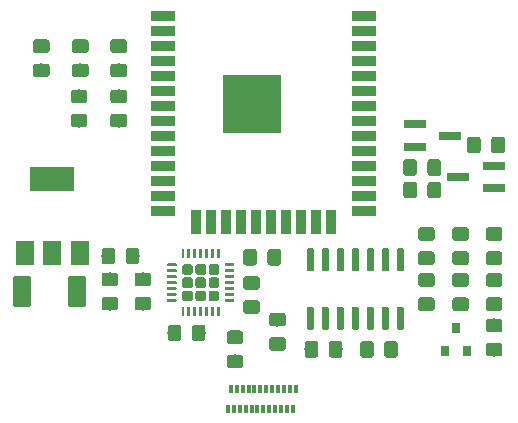
<source format=gbr>
G04 #@! TF.GenerationSoftware,KiCad,Pcbnew,5.1.4-e60b266~84~ubuntu19.04.1*
G04 #@! TF.CreationDate,2020-02-26T10:38:05+11:00*
G04 #@! TF.ProjectId,93ng-blue-aux-esp32-only,39336e67-2d62-46c7-9565-2d6175782d65,rev?*
G04 #@! TF.SameCoordinates,Original*
G04 #@! TF.FileFunction,Paste,Top*
G04 #@! TF.FilePolarity,Positive*
%FSLAX46Y46*%
G04 Gerber Fmt 4.6, Leading zero omitted, Abs format (unit mm)*
G04 Created by KiCad (PCBNEW 5.1.4-e60b266~84~ubuntu19.04.1) date 2020-02-26 10:38:05*
%MOMM*%
%LPD*%
G04 APERTURE LIST*
%ADD10C,0.100000*%
%ADD11C,1.525000*%
%ADD12C,1.150000*%
%ADD13R,0.300000X0.700000*%
%ADD14R,0.800000X0.900000*%
%ADD15R,5.000000X5.000000*%
%ADD16R,2.000000X0.900000*%
%ADD17R,0.900000X2.000000*%
%ADD18C,0.600000*%
%ADD19C,0.900000*%
%ADD20C,0.250000*%
%ADD21R,3.800000X2.000000*%
%ADD22R,1.500000X2.000000*%
%ADD23R,1.900000X0.800000*%
G04 APERTURE END LIST*
D10*
G36*
X175099505Y-101676204D02*
G01*
X175123773Y-101679804D01*
X175147572Y-101685765D01*
X175170671Y-101694030D01*
X175192850Y-101704520D01*
X175213893Y-101717132D01*
X175233599Y-101731747D01*
X175251777Y-101748223D01*
X175268253Y-101766401D01*
X175282868Y-101786107D01*
X175295480Y-101807150D01*
X175305970Y-101829329D01*
X175314235Y-101852428D01*
X175320196Y-101876227D01*
X175323796Y-101900495D01*
X175325000Y-101924999D01*
X175325000Y-104075001D01*
X175323796Y-104099505D01*
X175320196Y-104123773D01*
X175314235Y-104147572D01*
X175305970Y-104170671D01*
X175295480Y-104192850D01*
X175282868Y-104213893D01*
X175268253Y-104233599D01*
X175251777Y-104251777D01*
X175233599Y-104268253D01*
X175213893Y-104282868D01*
X175192850Y-104295480D01*
X175170671Y-104305970D01*
X175147572Y-104314235D01*
X175123773Y-104320196D01*
X175099505Y-104323796D01*
X175075001Y-104325000D01*
X174049999Y-104325000D01*
X174025495Y-104323796D01*
X174001227Y-104320196D01*
X173977428Y-104314235D01*
X173954329Y-104305970D01*
X173932150Y-104295480D01*
X173911107Y-104282868D01*
X173891401Y-104268253D01*
X173873223Y-104251777D01*
X173856747Y-104233599D01*
X173842132Y-104213893D01*
X173829520Y-104192850D01*
X173819030Y-104170671D01*
X173810765Y-104147572D01*
X173804804Y-104123773D01*
X173801204Y-104099505D01*
X173800000Y-104075001D01*
X173800000Y-101924999D01*
X173801204Y-101900495D01*
X173804804Y-101876227D01*
X173810765Y-101852428D01*
X173819030Y-101829329D01*
X173829520Y-101807150D01*
X173842132Y-101786107D01*
X173856747Y-101766401D01*
X173873223Y-101748223D01*
X173891401Y-101731747D01*
X173911107Y-101717132D01*
X173932150Y-101704520D01*
X173954329Y-101694030D01*
X173977428Y-101685765D01*
X174001227Y-101679804D01*
X174025495Y-101676204D01*
X174049999Y-101675000D01*
X175075001Y-101675000D01*
X175099505Y-101676204D01*
X175099505Y-101676204D01*
G37*
D11*
X174562500Y-103000000D03*
D10*
G36*
X179774505Y-101676204D02*
G01*
X179798773Y-101679804D01*
X179822572Y-101685765D01*
X179845671Y-101694030D01*
X179867850Y-101704520D01*
X179888893Y-101717132D01*
X179908599Y-101731747D01*
X179926777Y-101748223D01*
X179943253Y-101766401D01*
X179957868Y-101786107D01*
X179970480Y-101807150D01*
X179980970Y-101829329D01*
X179989235Y-101852428D01*
X179995196Y-101876227D01*
X179998796Y-101900495D01*
X180000000Y-101924999D01*
X180000000Y-104075001D01*
X179998796Y-104099505D01*
X179995196Y-104123773D01*
X179989235Y-104147572D01*
X179980970Y-104170671D01*
X179970480Y-104192850D01*
X179957868Y-104213893D01*
X179943253Y-104233599D01*
X179926777Y-104251777D01*
X179908599Y-104268253D01*
X179888893Y-104282868D01*
X179867850Y-104295480D01*
X179845671Y-104305970D01*
X179822572Y-104314235D01*
X179798773Y-104320196D01*
X179774505Y-104323796D01*
X179750001Y-104325000D01*
X178724999Y-104325000D01*
X178700495Y-104323796D01*
X178676227Y-104320196D01*
X178652428Y-104314235D01*
X178629329Y-104305970D01*
X178607150Y-104295480D01*
X178586107Y-104282868D01*
X178566401Y-104268253D01*
X178548223Y-104251777D01*
X178531747Y-104233599D01*
X178517132Y-104213893D01*
X178504520Y-104192850D01*
X178494030Y-104170671D01*
X178485765Y-104147572D01*
X178479804Y-104123773D01*
X178476204Y-104099505D01*
X178475000Y-104075001D01*
X178475000Y-101924999D01*
X178476204Y-101900495D01*
X178479804Y-101876227D01*
X178485765Y-101852428D01*
X178494030Y-101829329D01*
X178504520Y-101807150D01*
X178517132Y-101786107D01*
X178531747Y-101766401D01*
X178548223Y-101748223D01*
X178566401Y-101731747D01*
X178586107Y-101717132D01*
X178607150Y-101704520D01*
X178629329Y-101694030D01*
X178652428Y-101685765D01*
X178676227Y-101679804D01*
X178700495Y-101676204D01*
X178724999Y-101675000D01*
X179750001Y-101675000D01*
X179774505Y-101676204D01*
X179774505Y-101676204D01*
G37*
D11*
X179237500Y-103000000D03*
D10*
G36*
X193074505Y-108351204D02*
G01*
X193098773Y-108354804D01*
X193122572Y-108360765D01*
X193145671Y-108369030D01*
X193167850Y-108379520D01*
X193188893Y-108392132D01*
X193208599Y-108406747D01*
X193226777Y-108423223D01*
X193243253Y-108441401D01*
X193257868Y-108461107D01*
X193270480Y-108482150D01*
X193280970Y-108504329D01*
X193289235Y-108527428D01*
X193295196Y-108551227D01*
X193298796Y-108575495D01*
X193300000Y-108599999D01*
X193300000Y-109250001D01*
X193298796Y-109274505D01*
X193295196Y-109298773D01*
X193289235Y-109322572D01*
X193280970Y-109345671D01*
X193270480Y-109367850D01*
X193257868Y-109388893D01*
X193243253Y-109408599D01*
X193226777Y-109426777D01*
X193208599Y-109443253D01*
X193188893Y-109457868D01*
X193167850Y-109470480D01*
X193145671Y-109480970D01*
X193122572Y-109489235D01*
X193098773Y-109495196D01*
X193074505Y-109498796D01*
X193050001Y-109500000D01*
X192149999Y-109500000D01*
X192125495Y-109498796D01*
X192101227Y-109495196D01*
X192077428Y-109489235D01*
X192054329Y-109480970D01*
X192032150Y-109470480D01*
X192011107Y-109457868D01*
X191991401Y-109443253D01*
X191973223Y-109426777D01*
X191956747Y-109408599D01*
X191942132Y-109388893D01*
X191929520Y-109367850D01*
X191919030Y-109345671D01*
X191910765Y-109322572D01*
X191904804Y-109298773D01*
X191901204Y-109274505D01*
X191900000Y-109250001D01*
X191900000Y-108599999D01*
X191901204Y-108575495D01*
X191904804Y-108551227D01*
X191910765Y-108527428D01*
X191919030Y-108504329D01*
X191929520Y-108482150D01*
X191942132Y-108461107D01*
X191956747Y-108441401D01*
X191973223Y-108423223D01*
X191991401Y-108406747D01*
X192011107Y-108392132D01*
X192032150Y-108379520D01*
X192054329Y-108369030D01*
X192077428Y-108360765D01*
X192101227Y-108354804D01*
X192125495Y-108351204D01*
X192149999Y-108350000D01*
X193050001Y-108350000D01*
X193074505Y-108351204D01*
X193074505Y-108351204D01*
G37*
D12*
X192600000Y-108925000D03*
D10*
G36*
X193074505Y-106301204D02*
G01*
X193098773Y-106304804D01*
X193122572Y-106310765D01*
X193145671Y-106319030D01*
X193167850Y-106329520D01*
X193188893Y-106342132D01*
X193208599Y-106356747D01*
X193226777Y-106373223D01*
X193243253Y-106391401D01*
X193257868Y-106411107D01*
X193270480Y-106432150D01*
X193280970Y-106454329D01*
X193289235Y-106477428D01*
X193295196Y-106501227D01*
X193298796Y-106525495D01*
X193300000Y-106549999D01*
X193300000Y-107200001D01*
X193298796Y-107224505D01*
X193295196Y-107248773D01*
X193289235Y-107272572D01*
X193280970Y-107295671D01*
X193270480Y-107317850D01*
X193257868Y-107338893D01*
X193243253Y-107358599D01*
X193226777Y-107376777D01*
X193208599Y-107393253D01*
X193188893Y-107407868D01*
X193167850Y-107420480D01*
X193145671Y-107430970D01*
X193122572Y-107439235D01*
X193098773Y-107445196D01*
X193074505Y-107448796D01*
X193050001Y-107450000D01*
X192149999Y-107450000D01*
X192125495Y-107448796D01*
X192101227Y-107445196D01*
X192077428Y-107439235D01*
X192054329Y-107430970D01*
X192032150Y-107420480D01*
X192011107Y-107407868D01*
X191991401Y-107393253D01*
X191973223Y-107376777D01*
X191956747Y-107358599D01*
X191942132Y-107338893D01*
X191929520Y-107317850D01*
X191919030Y-107295671D01*
X191910765Y-107272572D01*
X191904804Y-107248773D01*
X191901204Y-107224505D01*
X191900000Y-107200001D01*
X191900000Y-106549999D01*
X191901204Y-106525495D01*
X191904804Y-106501227D01*
X191910765Y-106477428D01*
X191919030Y-106454329D01*
X191929520Y-106432150D01*
X191942132Y-106411107D01*
X191956747Y-106391401D01*
X191973223Y-106373223D01*
X191991401Y-106356747D01*
X192011107Y-106342132D01*
X192032150Y-106329520D01*
X192054329Y-106319030D01*
X192077428Y-106310765D01*
X192101227Y-106304804D01*
X192125495Y-106301204D01*
X192149999Y-106300000D01*
X193050001Y-106300000D01*
X193074505Y-106301204D01*
X193074505Y-106301204D01*
G37*
D12*
X192600000Y-106875000D03*
D13*
X192250000Y-111230000D03*
X192750000Y-111230000D03*
X193250000Y-111230000D03*
X193750000Y-111230000D03*
X194250000Y-111230000D03*
X194750000Y-111230000D03*
X195250000Y-111230000D03*
X197750000Y-111230000D03*
X196750000Y-111230000D03*
X196250000Y-111230000D03*
X195750000Y-111230000D03*
X197250000Y-111230000D03*
X197500000Y-112930000D03*
X197000000Y-112930000D03*
X196500000Y-112930000D03*
X196000000Y-112930000D03*
X195500000Y-112930000D03*
X195000000Y-112930000D03*
X194500000Y-112930000D03*
X194000000Y-112930000D03*
X193500000Y-112930000D03*
X193000000Y-112930000D03*
X192500000Y-112930000D03*
X192000000Y-112930000D03*
D10*
G36*
X184274505Y-99301204D02*
G01*
X184298773Y-99304804D01*
X184322572Y-99310765D01*
X184345671Y-99319030D01*
X184367850Y-99329520D01*
X184388893Y-99342132D01*
X184408599Y-99356747D01*
X184426777Y-99373223D01*
X184443253Y-99391401D01*
X184457868Y-99411107D01*
X184470480Y-99432150D01*
X184480970Y-99454329D01*
X184489235Y-99477428D01*
X184495196Y-99501227D01*
X184498796Y-99525495D01*
X184500000Y-99549999D01*
X184500000Y-100450001D01*
X184498796Y-100474505D01*
X184495196Y-100498773D01*
X184489235Y-100522572D01*
X184480970Y-100545671D01*
X184470480Y-100567850D01*
X184457868Y-100588893D01*
X184443253Y-100608599D01*
X184426777Y-100626777D01*
X184408599Y-100643253D01*
X184388893Y-100657868D01*
X184367850Y-100670480D01*
X184345671Y-100680970D01*
X184322572Y-100689235D01*
X184298773Y-100695196D01*
X184274505Y-100698796D01*
X184250001Y-100700000D01*
X183599999Y-100700000D01*
X183575495Y-100698796D01*
X183551227Y-100695196D01*
X183527428Y-100689235D01*
X183504329Y-100680970D01*
X183482150Y-100670480D01*
X183461107Y-100657868D01*
X183441401Y-100643253D01*
X183423223Y-100626777D01*
X183406747Y-100608599D01*
X183392132Y-100588893D01*
X183379520Y-100567850D01*
X183369030Y-100545671D01*
X183360765Y-100522572D01*
X183354804Y-100498773D01*
X183351204Y-100474505D01*
X183350000Y-100450001D01*
X183350000Y-99549999D01*
X183351204Y-99525495D01*
X183354804Y-99501227D01*
X183360765Y-99477428D01*
X183369030Y-99454329D01*
X183379520Y-99432150D01*
X183392132Y-99411107D01*
X183406747Y-99391401D01*
X183423223Y-99373223D01*
X183441401Y-99356747D01*
X183461107Y-99342132D01*
X183482150Y-99329520D01*
X183504329Y-99319030D01*
X183527428Y-99310765D01*
X183551227Y-99304804D01*
X183575495Y-99301204D01*
X183599999Y-99300000D01*
X184250001Y-99300000D01*
X184274505Y-99301204D01*
X184274505Y-99301204D01*
G37*
D12*
X183925000Y-100000000D03*
D10*
G36*
X182224505Y-99301204D02*
G01*
X182248773Y-99304804D01*
X182272572Y-99310765D01*
X182295671Y-99319030D01*
X182317850Y-99329520D01*
X182338893Y-99342132D01*
X182358599Y-99356747D01*
X182376777Y-99373223D01*
X182393253Y-99391401D01*
X182407868Y-99411107D01*
X182420480Y-99432150D01*
X182430970Y-99454329D01*
X182439235Y-99477428D01*
X182445196Y-99501227D01*
X182448796Y-99525495D01*
X182450000Y-99549999D01*
X182450000Y-100450001D01*
X182448796Y-100474505D01*
X182445196Y-100498773D01*
X182439235Y-100522572D01*
X182430970Y-100545671D01*
X182420480Y-100567850D01*
X182407868Y-100588893D01*
X182393253Y-100608599D01*
X182376777Y-100626777D01*
X182358599Y-100643253D01*
X182338893Y-100657868D01*
X182317850Y-100670480D01*
X182295671Y-100680970D01*
X182272572Y-100689235D01*
X182248773Y-100695196D01*
X182224505Y-100698796D01*
X182200001Y-100700000D01*
X181549999Y-100700000D01*
X181525495Y-100698796D01*
X181501227Y-100695196D01*
X181477428Y-100689235D01*
X181454329Y-100680970D01*
X181432150Y-100670480D01*
X181411107Y-100657868D01*
X181391401Y-100643253D01*
X181373223Y-100626777D01*
X181356747Y-100608599D01*
X181342132Y-100588893D01*
X181329520Y-100567850D01*
X181319030Y-100545671D01*
X181310765Y-100522572D01*
X181304804Y-100498773D01*
X181301204Y-100474505D01*
X181300000Y-100450001D01*
X181300000Y-99549999D01*
X181301204Y-99525495D01*
X181304804Y-99501227D01*
X181310765Y-99477428D01*
X181319030Y-99454329D01*
X181329520Y-99432150D01*
X181342132Y-99411107D01*
X181356747Y-99391401D01*
X181373223Y-99373223D01*
X181391401Y-99356747D01*
X181411107Y-99342132D01*
X181432150Y-99329520D01*
X181454329Y-99319030D01*
X181477428Y-99310765D01*
X181501227Y-99304804D01*
X181525495Y-99301204D01*
X181549999Y-99300000D01*
X182200001Y-99300000D01*
X182224505Y-99301204D01*
X182224505Y-99301204D01*
G37*
D12*
X181875000Y-100000000D03*
D10*
G36*
X209274505Y-103501204D02*
G01*
X209298773Y-103504804D01*
X209322572Y-103510765D01*
X209345671Y-103519030D01*
X209367850Y-103529520D01*
X209388893Y-103542132D01*
X209408599Y-103556747D01*
X209426777Y-103573223D01*
X209443253Y-103591401D01*
X209457868Y-103611107D01*
X209470480Y-103632150D01*
X209480970Y-103654329D01*
X209489235Y-103677428D01*
X209495196Y-103701227D01*
X209498796Y-103725495D01*
X209500000Y-103749999D01*
X209500000Y-104400001D01*
X209498796Y-104424505D01*
X209495196Y-104448773D01*
X209489235Y-104472572D01*
X209480970Y-104495671D01*
X209470480Y-104517850D01*
X209457868Y-104538893D01*
X209443253Y-104558599D01*
X209426777Y-104576777D01*
X209408599Y-104593253D01*
X209388893Y-104607868D01*
X209367850Y-104620480D01*
X209345671Y-104630970D01*
X209322572Y-104639235D01*
X209298773Y-104645196D01*
X209274505Y-104648796D01*
X209250001Y-104650000D01*
X208349999Y-104650000D01*
X208325495Y-104648796D01*
X208301227Y-104645196D01*
X208277428Y-104639235D01*
X208254329Y-104630970D01*
X208232150Y-104620480D01*
X208211107Y-104607868D01*
X208191401Y-104593253D01*
X208173223Y-104576777D01*
X208156747Y-104558599D01*
X208142132Y-104538893D01*
X208129520Y-104517850D01*
X208119030Y-104495671D01*
X208110765Y-104472572D01*
X208104804Y-104448773D01*
X208101204Y-104424505D01*
X208100000Y-104400001D01*
X208100000Y-103749999D01*
X208101204Y-103725495D01*
X208104804Y-103701227D01*
X208110765Y-103677428D01*
X208119030Y-103654329D01*
X208129520Y-103632150D01*
X208142132Y-103611107D01*
X208156747Y-103591401D01*
X208173223Y-103573223D01*
X208191401Y-103556747D01*
X208211107Y-103542132D01*
X208232150Y-103529520D01*
X208254329Y-103519030D01*
X208277428Y-103510765D01*
X208301227Y-103504804D01*
X208325495Y-103501204D01*
X208349999Y-103500000D01*
X209250001Y-103500000D01*
X209274505Y-103501204D01*
X209274505Y-103501204D01*
G37*
D12*
X208800000Y-104075000D03*
D10*
G36*
X209274505Y-101451204D02*
G01*
X209298773Y-101454804D01*
X209322572Y-101460765D01*
X209345671Y-101469030D01*
X209367850Y-101479520D01*
X209388893Y-101492132D01*
X209408599Y-101506747D01*
X209426777Y-101523223D01*
X209443253Y-101541401D01*
X209457868Y-101561107D01*
X209470480Y-101582150D01*
X209480970Y-101604329D01*
X209489235Y-101627428D01*
X209495196Y-101651227D01*
X209498796Y-101675495D01*
X209500000Y-101699999D01*
X209500000Y-102350001D01*
X209498796Y-102374505D01*
X209495196Y-102398773D01*
X209489235Y-102422572D01*
X209480970Y-102445671D01*
X209470480Y-102467850D01*
X209457868Y-102488893D01*
X209443253Y-102508599D01*
X209426777Y-102526777D01*
X209408599Y-102543253D01*
X209388893Y-102557868D01*
X209367850Y-102570480D01*
X209345671Y-102580970D01*
X209322572Y-102589235D01*
X209298773Y-102595196D01*
X209274505Y-102598796D01*
X209250001Y-102600000D01*
X208349999Y-102600000D01*
X208325495Y-102598796D01*
X208301227Y-102595196D01*
X208277428Y-102589235D01*
X208254329Y-102580970D01*
X208232150Y-102570480D01*
X208211107Y-102557868D01*
X208191401Y-102543253D01*
X208173223Y-102526777D01*
X208156747Y-102508599D01*
X208142132Y-102488893D01*
X208129520Y-102467850D01*
X208119030Y-102445671D01*
X208110765Y-102422572D01*
X208104804Y-102398773D01*
X208101204Y-102374505D01*
X208100000Y-102350001D01*
X208100000Y-101699999D01*
X208101204Y-101675495D01*
X208104804Y-101651227D01*
X208110765Y-101627428D01*
X208119030Y-101604329D01*
X208129520Y-101582150D01*
X208142132Y-101561107D01*
X208156747Y-101541401D01*
X208173223Y-101523223D01*
X208191401Y-101506747D01*
X208211107Y-101492132D01*
X208232150Y-101479520D01*
X208254329Y-101469030D01*
X208277428Y-101460765D01*
X208301227Y-101454804D01*
X208325495Y-101451204D01*
X208349999Y-101450000D01*
X209250001Y-101450000D01*
X209274505Y-101451204D01*
X209274505Y-101451204D01*
G37*
D12*
X208800000Y-102025000D03*
D10*
G36*
X215024505Y-107351204D02*
G01*
X215048773Y-107354804D01*
X215072572Y-107360765D01*
X215095671Y-107369030D01*
X215117850Y-107379520D01*
X215138893Y-107392132D01*
X215158599Y-107406747D01*
X215176777Y-107423223D01*
X215193253Y-107441401D01*
X215207868Y-107461107D01*
X215220480Y-107482150D01*
X215230970Y-107504329D01*
X215239235Y-107527428D01*
X215245196Y-107551227D01*
X215248796Y-107575495D01*
X215250000Y-107599999D01*
X215250000Y-108250001D01*
X215248796Y-108274505D01*
X215245196Y-108298773D01*
X215239235Y-108322572D01*
X215230970Y-108345671D01*
X215220480Y-108367850D01*
X215207868Y-108388893D01*
X215193253Y-108408599D01*
X215176777Y-108426777D01*
X215158599Y-108443253D01*
X215138893Y-108457868D01*
X215117850Y-108470480D01*
X215095671Y-108480970D01*
X215072572Y-108489235D01*
X215048773Y-108495196D01*
X215024505Y-108498796D01*
X215000001Y-108500000D01*
X214099999Y-108500000D01*
X214075495Y-108498796D01*
X214051227Y-108495196D01*
X214027428Y-108489235D01*
X214004329Y-108480970D01*
X213982150Y-108470480D01*
X213961107Y-108457868D01*
X213941401Y-108443253D01*
X213923223Y-108426777D01*
X213906747Y-108408599D01*
X213892132Y-108388893D01*
X213879520Y-108367850D01*
X213869030Y-108345671D01*
X213860765Y-108322572D01*
X213854804Y-108298773D01*
X213851204Y-108274505D01*
X213850000Y-108250001D01*
X213850000Y-107599999D01*
X213851204Y-107575495D01*
X213854804Y-107551227D01*
X213860765Y-107527428D01*
X213869030Y-107504329D01*
X213879520Y-107482150D01*
X213892132Y-107461107D01*
X213906747Y-107441401D01*
X213923223Y-107423223D01*
X213941401Y-107406747D01*
X213961107Y-107392132D01*
X213982150Y-107379520D01*
X214004329Y-107369030D01*
X214027428Y-107360765D01*
X214051227Y-107354804D01*
X214075495Y-107351204D01*
X214099999Y-107350000D01*
X215000001Y-107350000D01*
X215024505Y-107351204D01*
X215024505Y-107351204D01*
G37*
D12*
X214550000Y-107925000D03*
D10*
G36*
X215024505Y-105301204D02*
G01*
X215048773Y-105304804D01*
X215072572Y-105310765D01*
X215095671Y-105319030D01*
X215117850Y-105329520D01*
X215138893Y-105342132D01*
X215158599Y-105356747D01*
X215176777Y-105373223D01*
X215193253Y-105391401D01*
X215207868Y-105411107D01*
X215220480Y-105432150D01*
X215230970Y-105454329D01*
X215239235Y-105477428D01*
X215245196Y-105501227D01*
X215248796Y-105525495D01*
X215250000Y-105549999D01*
X215250000Y-106200001D01*
X215248796Y-106224505D01*
X215245196Y-106248773D01*
X215239235Y-106272572D01*
X215230970Y-106295671D01*
X215220480Y-106317850D01*
X215207868Y-106338893D01*
X215193253Y-106358599D01*
X215176777Y-106376777D01*
X215158599Y-106393253D01*
X215138893Y-106407868D01*
X215117850Y-106420480D01*
X215095671Y-106430970D01*
X215072572Y-106439235D01*
X215048773Y-106445196D01*
X215024505Y-106448796D01*
X215000001Y-106450000D01*
X214099999Y-106450000D01*
X214075495Y-106448796D01*
X214051227Y-106445196D01*
X214027428Y-106439235D01*
X214004329Y-106430970D01*
X213982150Y-106420480D01*
X213961107Y-106407868D01*
X213941401Y-106393253D01*
X213923223Y-106376777D01*
X213906747Y-106358599D01*
X213892132Y-106338893D01*
X213879520Y-106317850D01*
X213869030Y-106295671D01*
X213860765Y-106272572D01*
X213854804Y-106248773D01*
X213851204Y-106224505D01*
X213850000Y-106200001D01*
X213850000Y-105549999D01*
X213851204Y-105525495D01*
X213854804Y-105501227D01*
X213860765Y-105477428D01*
X213869030Y-105454329D01*
X213879520Y-105432150D01*
X213892132Y-105411107D01*
X213906747Y-105391401D01*
X213923223Y-105373223D01*
X213941401Y-105356747D01*
X213961107Y-105342132D01*
X213982150Y-105329520D01*
X214004329Y-105319030D01*
X214027428Y-105310765D01*
X214051227Y-105304804D01*
X214075495Y-105301204D01*
X214099999Y-105300000D01*
X215000001Y-105300000D01*
X215024505Y-105301204D01*
X215024505Y-105301204D01*
G37*
D12*
X214550000Y-105875000D03*
D10*
G36*
X201474505Y-107201204D02*
G01*
X201498773Y-107204804D01*
X201522572Y-107210765D01*
X201545671Y-107219030D01*
X201567850Y-107229520D01*
X201588893Y-107242132D01*
X201608599Y-107256747D01*
X201626777Y-107273223D01*
X201643253Y-107291401D01*
X201657868Y-107311107D01*
X201670480Y-107332150D01*
X201680970Y-107354329D01*
X201689235Y-107377428D01*
X201695196Y-107401227D01*
X201698796Y-107425495D01*
X201700000Y-107449999D01*
X201700000Y-108350001D01*
X201698796Y-108374505D01*
X201695196Y-108398773D01*
X201689235Y-108422572D01*
X201680970Y-108445671D01*
X201670480Y-108467850D01*
X201657868Y-108488893D01*
X201643253Y-108508599D01*
X201626777Y-108526777D01*
X201608599Y-108543253D01*
X201588893Y-108557868D01*
X201567850Y-108570480D01*
X201545671Y-108580970D01*
X201522572Y-108589235D01*
X201498773Y-108595196D01*
X201474505Y-108598796D01*
X201450001Y-108600000D01*
X200799999Y-108600000D01*
X200775495Y-108598796D01*
X200751227Y-108595196D01*
X200727428Y-108589235D01*
X200704329Y-108580970D01*
X200682150Y-108570480D01*
X200661107Y-108557868D01*
X200641401Y-108543253D01*
X200623223Y-108526777D01*
X200606747Y-108508599D01*
X200592132Y-108488893D01*
X200579520Y-108467850D01*
X200569030Y-108445671D01*
X200560765Y-108422572D01*
X200554804Y-108398773D01*
X200551204Y-108374505D01*
X200550000Y-108350001D01*
X200550000Y-107449999D01*
X200551204Y-107425495D01*
X200554804Y-107401227D01*
X200560765Y-107377428D01*
X200569030Y-107354329D01*
X200579520Y-107332150D01*
X200592132Y-107311107D01*
X200606747Y-107291401D01*
X200623223Y-107273223D01*
X200641401Y-107256747D01*
X200661107Y-107242132D01*
X200682150Y-107229520D01*
X200704329Y-107219030D01*
X200727428Y-107210765D01*
X200751227Y-107204804D01*
X200775495Y-107201204D01*
X200799999Y-107200000D01*
X201450001Y-107200000D01*
X201474505Y-107201204D01*
X201474505Y-107201204D01*
G37*
D12*
X201125000Y-107900000D03*
D10*
G36*
X199424505Y-107201204D02*
G01*
X199448773Y-107204804D01*
X199472572Y-107210765D01*
X199495671Y-107219030D01*
X199517850Y-107229520D01*
X199538893Y-107242132D01*
X199558599Y-107256747D01*
X199576777Y-107273223D01*
X199593253Y-107291401D01*
X199607868Y-107311107D01*
X199620480Y-107332150D01*
X199630970Y-107354329D01*
X199639235Y-107377428D01*
X199645196Y-107401227D01*
X199648796Y-107425495D01*
X199650000Y-107449999D01*
X199650000Y-108350001D01*
X199648796Y-108374505D01*
X199645196Y-108398773D01*
X199639235Y-108422572D01*
X199630970Y-108445671D01*
X199620480Y-108467850D01*
X199607868Y-108488893D01*
X199593253Y-108508599D01*
X199576777Y-108526777D01*
X199558599Y-108543253D01*
X199538893Y-108557868D01*
X199517850Y-108570480D01*
X199495671Y-108580970D01*
X199472572Y-108589235D01*
X199448773Y-108595196D01*
X199424505Y-108598796D01*
X199400001Y-108600000D01*
X198749999Y-108600000D01*
X198725495Y-108598796D01*
X198701227Y-108595196D01*
X198677428Y-108589235D01*
X198654329Y-108580970D01*
X198632150Y-108570480D01*
X198611107Y-108557868D01*
X198591401Y-108543253D01*
X198573223Y-108526777D01*
X198556747Y-108508599D01*
X198542132Y-108488893D01*
X198529520Y-108467850D01*
X198519030Y-108445671D01*
X198510765Y-108422572D01*
X198504804Y-108398773D01*
X198501204Y-108374505D01*
X198500000Y-108350001D01*
X198500000Y-107449999D01*
X198501204Y-107425495D01*
X198504804Y-107401227D01*
X198510765Y-107377428D01*
X198519030Y-107354329D01*
X198529520Y-107332150D01*
X198542132Y-107311107D01*
X198556747Y-107291401D01*
X198573223Y-107273223D01*
X198591401Y-107256747D01*
X198611107Y-107242132D01*
X198632150Y-107229520D01*
X198654329Y-107219030D01*
X198677428Y-107210765D01*
X198701227Y-107204804D01*
X198725495Y-107201204D01*
X198749999Y-107200000D01*
X199400001Y-107200000D01*
X199424505Y-107201204D01*
X199424505Y-107201204D01*
G37*
D12*
X199075000Y-107900000D03*
D14*
X210350000Y-108050000D03*
X212250000Y-108050000D03*
X211300000Y-106050000D03*
D10*
G36*
X212174505Y-101451204D02*
G01*
X212198773Y-101454804D01*
X212222572Y-101460765D01*
X212245671Y-101469030D01*
X212267850Y-101479520D01*
X212288893Y-101492132D01*
X212308599Y-101506747D01*
X212326777Y-101523223D01*
X212343253Y-101541401D01*
X212357868Y-101561107D01*
X212370480Y-101582150D01*
X212380970Y-101604329D01*
X212389235Y-101627428D01*
X212395196Y-101651227D01*
X212398796Y-101675495D01*
X212400000Y-101699999D01*
X212400000Y-102350001D01*
X212398796Y-102374505D01*
X212395196Y-102398773D01*
X212389235Y-102422572D01*
X212380970Y-102445671D01*
X212370480Y-102467850D01*
X212357868Y-102488893D01*
X212343253Y-102508599D01*
X212326777Y-102526777D01*
X212308599Y-102543253D01*
X212288893Y-102557868D01*
X212267850Y-102570480D01*
X212245671Y-102580970D01*
X212222572Y-102589235D01*
X212198773Y-102595196D01*
X212174505Y-102598796D01*
X212150001Y-102600000D01*
X211249999Y-102600000D01*
X211225495Y-102598796D01*
X211201227Y-102595196D01*
X211177428Y-102589235D01*
X211154329Y-102580970D01*
X211132150Y-102570480D01*
X211111107Y-102557868D01*
X211091401Y-102543253D01*
X211073223Y-102526777D01*
X211056747Y-102508599D01*
X211042132Y-102488893D01*
X211029520Y-102467850D01*
X211019030Y-102445671D01*
X211010765Y-102422572D01*
X211004804Y-102398773D01*
X211001204Y-102374505D01*
X211000000Y-102350001D01*
X211000000Y-101699999D01*
X211001204Y-101675495D01*
X211004804Y-101651227D01*
X211010765Y-101627428D01*
X211019030Y-101604329D01*
X211029520Y-101582150D01*
X211042132Y-101561107D01*
X211056747Y-101541401D01*
X211073223Y-101523223D01*
X211091401Y-101506747D01*
X211111107Y-101492132D01*
X211132150Y-101479520D01*
X211154329Y-101469030D01*
X211177428Y-101460765D01*
X211201227Y-101454804D01*
X211225495Y-101451204D01*
X211249999Y-101450000D01*
X212150001Y-101450000D01*
X212174505Y-101451204D01*
X212174505Y-101451204D01*
G37*
D12*
X211700000Y-102025000D03*
D10*
G36*
X212174505Y-103501204D02*
G01*
X212198773Y-103504804D01*
X212222572Y-103510765D01*
X212245671Y-103519030D01*
X212267850Y-103529520D01*
X212288893Y-103542132D01*
X212308599Y-103556747D01*
X212326777Y-103573223D01*
X212343253Y-103591401D01*
X212357868Y-103611107D01*
X212370480Y-103632150D01*
X212380970Y-103654329D01*
X212389235Y-103677428D01*
X212395196Y-103701227D01*
X212398796Y-103725495D01*
X212400000Y-103749999D01*
X212400000Y-104400001D01*
X212398796Y-104424505D01*
X212395196Y-104448773D01*
X212389235Y-104472572D01*
X212380970Y-104495671D01*
X212370480Y-104517850D01*
X212357868Y-104538893D01*
X212343253Y-104558599D01*
X212326777Y-104576777D01*
X212308599Y-104593253D01*
X212288893Y-104607868D01*
X212267850Y-104620480D01*
X212245671Y-104630970D01*
X212222572Y-104639235D01*
X212198773Y-104645196D01*
X212174505Y-104648796D01*
X212150001Y-104650000D01*
X211249999Y-104650000D01*
X211225495Y-104648796D01*
X211201227Y-104645196D01*
X211177428Y-104639235D01*
X211154329Y-104630970D01*
X211132150Y-104620480D01*
X211111107Y-104607868D01*
X211091401Y-104593253D01*
X211073223Y-104576777D01*
X211056747Y-104558599D01*
X211042132Y-104538893D01*
X211029520Y-104517850D01*
X211019030Y-104495671D01*
X211010765Y-104472572D01*
X211004804Y-104448773D01*
X211001204Y-104424505D01*
X211000000Y-104400001D01*
X211000000Y-103749999D01*
X211001204Y-103725495D01*
X211004804Y-103701227D01*
X211010765Y-103677428D01*
X211019030Y-103654329D01*
X211029520Y-103632150D01*
X211042132Y-103611107D01*
X211056747Y-103591401D01*
X211073223Y-103573223D01*
X211091401Y-103556747D01*
X211111107Y-103542132D01*
X211132150Y-103529520D01*
X211154329Y-103519030D01*
X211177428Y-103510765D01*
X211201227Y-103504804D01*
X211225495Y-103501204D01*
X211249999Y-103500000D01*
X212150001Y-103500000D01*
X212174505Y-103501204D01*
X212174505Y-103501204D01*
G37*
D12*
X211700000Y-104075000D03*
D10*
G36*
X212174505Y-97551204D02*
G01*
X212198773Y-97554804D01*
X212222572Y-97560765D01*
X212245671Y-97569030D01*
X212267850Y-97579520D01*
X212288893Y-97592132D01*
X212308599Y-97606747D01*
X212326777Y-97623223D01*
X212343253Y-97641401D01*
X212357868Y-97661107D01*
X212370480Y-97682150D01*
X212380970Y-97704329D01*
X212389235Y-97727428D01*
X212395196Y-97751227D01*
X212398796Y-97775495D01*
X212400000Y-97799999D01*
X212400000Y-98450001D01*
X212398796Y-98474505D01*
X212395196Y-98498773D01*
X212389235Y-98522572D01*
X212380970Y-98545671D01*
X212370480Y-98567850D01*
X212357868Y-98588893D01*
X212343253Y-98608599D01*
X212326777Y-98626777D01*
X212308599Y-98643253D01*
X212288893Y-98657868D01*
X212267850Y-98670480D01*
X212245671Y-98680970D01*
X212222572Y-98689235D01*
X212198773Y-98695196D01*
X212174505Y-98698796D01*
X212150001Y-98700000D01*
X211249999Y-98700000D01*
X211225495Y-98698796D01*
X211201227Y-98695196D01*
X211177428Y-98689235D01*
X211154329Y-98680970D01*
X211132150Y-98670480D01*
X211111107Y-98657868D01*
X211091401Y-98643253D01*
X211073223Y-98626777D01*
X211056747Y-98608599D01*
X211042132Y-98588893D01*
X211029520Y-98567850D01*
X211019030Y-98545671D01*
X211010765Y-98522572D01*
X211004804Y-98498773D01*
X211001204Y-98474505D01*
X211000000Y-98450001D01*
X211000000Y-97799999D01*
X211001204Y-97775495D01*
X211004804Y-97751227D01*
X211010765Y-97727428D01*
X211019030Y-97704329D01*
X211029520Y-97682150D01*
X211042132Y-97661107D01*
X211056747Y-97641401D01*
X211073223Y-97623223D01*
X211091401Y-97606747D01*
X211111107Y-97592132D01*
X211132150Y-97579520D01*
X211154329Y-97569030D01*
X211177428Y-97560765D01*
X211201227Y-97554804D01*
X211225495Y-97551204D01*
X211249999Y-97550000D01*
X212150001Y-97550000D01*
X212174505Y-97551204D01*
X212174505Y-97551204D01*
G37*
D12*
X211700000Y-98125000D03*
D10*
G36*
X212174505Y-99601204D02*
G01*
X212198773Y-99604804D01*
X212222572Y-99610765D01*
X212245671Y-99619030D01*
X212267850Y-99629520D01*
X212288893Y-99642132D01*
X212308599Y-99656747D01*
X212326777Y-99673223D01*
X212343253Y-99691401D01*
X212357868Y-99711107D01*
X212370480Y-99732150D01*
X212380970Y-99754329D01*
X212389235Y-99777428D01*
X212395196Y-99801227D01*
X212398796Y-99825495D01*
X212400000Y-99849999D01*
X212400000Y-100500001D01*
X212398796Y-100524505D01*
X212395196Y-100548773D01*
X212389235Y-100572572D01*
X212380970Y-100595671D01*
X212370480Y-100617850D01*
X212357868Y-100638893D01*
X212343253Y-100658599D01*
X212326777Y-100676777D01*
X212308599Y-100693253D01*
X212288893Y-100707868D01*
X212267850Y-100720480D01*
X212245671Y-100730970D01*
X212222572Y-100739235D01*
X212198773Y-100745196D01*
X212174505Y-100748796D01*
X212150001Y-100750000D01*
X211249999Y-100750000D01*
X211225495Y-100748796D01*
X211201227Y-100745196D01*
X211177428Y-100739235D01*
X211154329Y-100730970D01*
X211132150Y-100720480D01*
X211111107Y-100707868D01*
X211091401Y-100693253D01*
X211073223Y-100676777D01*
X211056747Y-100658599D01*
X211042132Y-100638893D01*
X211029520Y-100617850D01*
X211019030Y-100595671D01*
X211010765Y-100572572D01*
X211004804Y-100548773D01*
X211001204Y-100524505D01*
X211000000Y-100500001D01*
X211000000Y-99849999D01*
X211001204Y-99825495D01*
X211004804Y-99801227D01*
X211010765Y-99777428D01*
X211019030Y-99754329D01*
X211029520Y-99732150D01*
X211042132Y-99711107D01*
X211056747Y-99691401D01*
X211073223Y-99673223D01*
X211091401Y-99656747D01*
X211111107Y-99642132D01*
X211132150Y-99629520D01*
X211154329Y-99619030D01*
X211177428Y-99610765D01*
X211201227Y-99604804D01*
X211225495Y-99601204D01*
X211249999Y-99600000D01*
X212150001Y-99600000D01*
X212174505Y-99601204D01*
X212174505Y-99601204D01*
G37*
D12*
X211700000Y-100175000D03*
D10*
G36*
X209274505Y-97551204D02*
G01*
X209298773Y-97554804D01*
X209322572Y-97560765D01*
X209345671Y-97569030D01*
X209367850Y-97579520D01*
X209388893Y-97592132D01*
X209408599Y-97606747D01*
X209426777Y-97623223D01*
X209443253Y-97641401D01*
X209457868Y-97661107D01*
X209470480Y-97682150D01*
X209480970Y-97704329D01*
X209489235Y-97727428D01*
X209495196Y-97751227D01*
X209498796Y-97775495D01*
X209500000Y-97799999D01*
X209500000Y-98450001D01*
X209498796Y-98474505D01*
X209495196Y-98498773D01*
X209489235Y-98522572D01*
X209480970Y-98545671D01*
X209470480Y-98567850D01*
X209457868Y-98588893D01*
X209443253Y-98608599D01*
X209426777Y-98626777D01*
X209408599Y-98643253D01*
X209388893Y-98657868D01*
X209367850Y-98670480D01*
X209345671Y-98680970D01*
X209322572Y-98689235D01*
X209298773Y-98695196D01*
X209274505Y-98698796D01*
X209250001Y-98700000D01*
X208349999Y-98700000D01*
X208325495Y-98698796D01*
X208301227Y-98695196D01*
X208277428Y-98689235D01*
X208254329Y-98680970D01*
X208232150Y-98670480D01*
X208211107Y-98657868D01*
X208191401Y-98643253D01*
X208173223Y-98626777D01*
X208156747Y-98608599D01*
X208142132Y-98588893D01*
X208129520Y-98567850D01*
X208119030Y-98545671D01*
X208110765Y-98522572D01*
X208104804Y-98498773D01*
X208101204Y-98474505D01*
X208100000Y-98450001D01*
X208100000Y-97799999D01*
X208101204Y-97775495D01*
X208104804Y-97751227D01*
X208110765Y-97727428D01*
X208119030Y-97704329D01*
X208129520Y-97682150D01*
X208142132Y-97661107D01*
X208156747Y-97641401D01*
X208173223Y-97623223D01*
X208191401Y-97606747D01*
X208211107Y-97592132D01*
X208232150Y-97579520D01*
X208254329Y-97569030D01*
X208277428Y-97560765D01*
X208301227Y-97554804D01*
X208325495Y-97551204D01*
X208349999Y-97550000D01*
X209250001Y-97550000D01*
X209274505Y-97551204D01*
X209274505Y-97551204D01*
G37*
D12*
X208800000Y-98125000D03*
D10*
G36*
X209274505Y-99601204D02*
G01*
X209298773Y-99604804D01*
X209322572Y-99610765D01*
X209345671Y-99619030D01*
X209367850Y-99629520D01*
X209388893Y-99642132D01*
X209408599Y-99656747D01*
X209426777Y-99673223D01*
X209443253Y-99691401D01*
X209457868Y-99711107D01*
X209470480Y-99732150D01*
X209480970Y-99754329D01*
X209489235Y-99777428D01*
X209495196Y-99801227D01*
X209498796Y-99825495D01*
X209500000Y-99849999D01*
X209500000Y-100500001D01*
X209498796Y-100524505D01*
X209495196Y-100548773D01*
X209489235Y-100572572D01*
X209480970Y-100595671D01*
X209470480Y-100617850D01*
X209457868Y-100638893D01*
X209443253Y-100658599D01*
X209426777Y-100676777D01*
X209408599Y-100693253D01*
X209388893Y-100707868D01*
X209367850Y-100720480D01*
X209345671Y-100730970D01*
X209322572Y-100739235D01*
X209298773Y-100745196D01*
X209274505Y-100748796D01*
X209250001Y-100750000D01*
X208349999Y-100750000D01*
X208325495Y-100748796D01*
X208301227Y-100745196D01*
X208277428Y-100739235D01*
X208254329Y-100730970D01*
X208232150Y-100720480D01*
X208211107Y-100707868D01*
X208191401Y-100693253D01*
X208173223Y-100676777D01*
X208156747Y-100658599D01*
X208142132Y-100638893D01*
X208129520Y-100617850D01*
X208119030Y-100595671D01*
X208110765Y-100572572D01*
X208104804Y-100548773D01*
X208101204Y-100524505D01*
X208100000Y-100500001D01*
X208100000Y-99849999D01*
X208101204Y-99825495D01*
X208104804Y-99801227D01*
X208110765Y-99777428D01*
X208119030Y-99754329D01*
X208129520Y-99732150D01*
X208142132Y-99711107D01*
X208156747Y-99691401D01*
X208173223Y-99673223D01*
X208191401Y-99656747D01*
X208211107Y-99642132D01*
X208232150Y-99629520D01*
X208254329Y-99619030D01*
X208277428Y-99610765D01*
X208301227Y-99604804D01*
X208325495Y-99601204D01*
X208349999Y-99600000D01*
X209250001Y-99600000D01*
X209274505Y-99601204D01*
X209274505Y-99601204D01*
G37*
D12*
X208800000Y-100175000D03*
D10*
G36*
X206174505Y-107201204D02*
G01*
X206198773Y-107204804D01*
X206222572Y-107210765D01*
X206245671Y-107219030D01*
X206267850Y-107229520D01*
X206288893Y-107242132D01*
X206308599Y-107256747D01*
X206326777Y-107273223D01*
X206343253Y-107291401D01*
X206357868Y-107311107D01*
X206370480Y-107332150D01*
X206380970Y-107354329D01*
X206389235Y-107377428D01*
X206395196Y-107401227D01*
X206398796Y-107425495D01*
X206400000Y-107449999D01*
X206400000Y-108350001D01*
X206398796Y-108374505D01*
X206395196Y-108398773D01*
X206389235Y-108422572D01*
X206380970Y-108445671D01*
X206370480Y-108467850D01*
X206357868Y-108488893D01*
X206343253Y-108508599D01*
X206326777Y-108526777D01*
X206308599Y-108543253D01*
X206288893Y-108557868D01*
X206267850Y-108570480D01*
X206245671Y-108580970D01*
X206222572Y-108589235D01*
X206198773Y-108595196D01*
X206174505Y-108598796D01*
X206150001Y-108600000D01*
X205499999Y-108600000D01*
X205475495Y-108598796D01*
X205451227Y-108595196D01*
X205427428Y-108589235D01*
X205404329Y-108580970D01*
X205382150Y-108570480D01*
X205361107Y-108557868D01*
X205341401Y-108543253D01*
X205323223Y-108526777D01*
X205306747Y-108508599D01*
X205292132Y-108488893D01*
X205279520Y-108467850D01*
X205269030Y-108445671D01*
X205260765Y-108422572D01*
X205254804Y-108398773D01*
X205251204Y-108374505D01*
X205250000Y-108350001D01*
X205250000Y-107449999D01*
X205251204Y-107425495D01*
X205254804Y-107401227D01*
X205260765Y-107377428D01*
X205269030Y-107354329D01*
X205279520Y-107332150D01*
X205292132Y-107311107D01*
X205306747Y-107291401D01*
X205323223Y-107273223D01*
X205341401Y-107256747D01*
X205361107Y-107242132D01*
X205382150Y-107229520D01*
X205404329Y-107219030D01*
X205427428Y-107210765D01*
X205451227Y-107204804D01*
X205475495Y-107201204D01*
X205499999Y-107200000D01*
X206150001Y-107200000D01*
X206174505Y-107201204D01*
X206174505Y-107201204D01*
G37*
D12*
X205825000Y-107900000D03*
D10*
G36*
X204124505Y-107201204D02*
G01*
X204148773Y-107204804D01*
X204172572Y-107210765D01*
X204195671Y-107219030D01*
X204217850Y-107229520D01*
X204238893Y-107242132D01*
X204258599Y-107256747D01*
X204276777Y-107273223D01*
X204293253Y-107291401D01*
X204307868Y-107311107D01*
X204320480Y-107332150D01*
X204330970Y-107354329D01*
X204339235Y-107377428D01*
X204345196Y-107401227D01*
X204348796Y-107425495D01*
X204350000Y-107449999D01*
X204350000Y-108350001D01*
X204348796Y-108374505D01*
X204345196Y-108398773D01*
X204339235Y-108422572D01*
X204330970Y-108445671D01*
X204320480Y-108467850D01*
X204307868Y-108488893D01*
X204293253Y-108508599D01*
X204276777Y-108526777D01*
X204258599Y-108543253D01*
X204238893Y-108557868D01*
X204217850Y-108570480D01*
X204195671Y-108580970D01*
X204172572Y-108589235D01*
X204148773Y-108595196D01*
X204124505Y-108598796D01*
X204100001Y-108600000D01*
X203449999Y-108600000D01*
X203425495Y-108598796D01*
X203401227Y-108595196D01*
X203377428Y-108589235D01*
X203354329Y-108580970D01*
X203332150Y-108570480D01*
X203311107Y-108557868D01*
X203291401Y-108543253D01*
X203273223Y-108526777D01*
X203256747Y-108508599D01*
X203242132Y-108488893D01*
X203229520Y-108467850D01*
X203219030Y-108445671D01*
X203210765Y-108422572D01*
X203204804Y-108398773D01*
X203201204Y-108374505D01*
X203200000Y-108350001D01*
X203200000Y-107449999D01*
X203201204Y-107425495D01*
X203204804Y-107401227D01*
X203210765Y-107377428D01*
X203219030Y-107354329D01*
X203229520Y-107332150D01*
X203242132Y-107311107D01*
X203256747Y-107291401D01*
X203273223Y-107273223D01*
X203291401Y-107256747D01*
X203311107Y-107242132D01*
X203332150Y-107229520D01*
X203354329Y-107219030D01*
X203377428Y-107210765D01*
X203401227Y-107204804D01*
X203425495Y-107201204D01*
X203449999Y-107200000D01*
X204100001Y-107200000D01*
X204124505Y-107201204D01*
X204124505Y-107201204D01*
G37*
D12*
X203775000Y-107900000D03*
D10*
G36*
X215024505Y-101451204D02*
G01*
X215048773Y-101454804D01*
X215072572Y-101460765D01*
X215095671Y-101469030D01*
X215117850Y-101479520D01*
X215138893Y-101492132D01*
X215158599Y-101506747D01*
X215176777Y-101523223D01*
X215193253Y-101541401D01*
X215207868Y-101561107D01*
X215220480Y-101582150D01*
X215230970Y-101604329D01*
X215239235Y-101627428D01*
X215245196Y-101651227D01*
X215248796Y-101675495D01*
X215250000Y-101699999D01*
X215250000Y-102350001D01*
X215248796Y-102374505D01*
X215245196Y-102398773D01*
X215239235Y-102422572D01*
X215230970Y-102445671D01*
X215220480Y-102467850D01*
X215207868Y-102488893D01*
X215193253Y-102508599D01*
X215176777Y-102526777D01*
X215158599Y-102543253D01*
X215138893Y-102557868D01*
X215117850Y-102570480D01*
X215095671Y-102580970D01*
X215072572Y-102589235D01*
X215048773Y-102595196D01*
X215024505Y-102598796D01*
X215000001Y-102600000D01*
X214099999Y-102600000D01*
X214075495Y-102598796D01*
X214051227Y-102595196D01*
X214027428Y-102589235D01*
X214004329Y-102580970D01*
X213982150Y-102570480D01*
X213961107Y-102557868D01*
X213941401Y-102543253D01*
X213923223Y-102526777D01*
X213906747Y-102508599D01*
X213892132Y-102488893D01*
X213879520Y-102467850D01*
X213869030Y-102445671D01*
X213860765Y-102422572D01*
X213854804Y-102398773D01*
X213851204Y-102374505D01*
X213850000Y-102350001D01*
X213850000Y-101699999D01*
X213851204Y-101675495D01*
X213854804Y-101651227D01*
X213860765Y-101627428D01*
X213869030Y-101604329D01*
X213879520Y-101582150D01*
X213892132Y-101561107D01*
X213906747Y-101541401D01*
X213923223Y-101523223D01*
X213941401Y-101506747D01*
X213961107Y-101492132D01*
X213982150Y-101479520D01*
X214004329Y-101469030D01*
X214027428Y-101460765D01*
X214051227Y-101454804D01*
X214075495Y-101451204D01*
X214099999Y-101450000D01*
X215000001Y-101450000D01*
X215024505Y-101451204D01*
X215024505Y-101451204D01*
G37*
D12*
X214550000Y-102025000D03*
D10*
G36*
X215024505Y-103501204D02*
G01*
X215048773Y-103504804D01*
X215072572Y-103510765D01*
X215095671Y-103519030D01*
X215117850Y-103529520D01*
X215138893Y-103542132D01*
X215158599Y-103556747D01*
X215176777Y-103573223D01*
X215193253Y-103591401D01*
X215207868Y-103611107D01*
X215220480Y-103632150D01*
X215230970Y-103654329D01*
X215239235Y-103677428D01*
X215245196Y-103701227D01*
X215248796Y-103725495D01*
X215250000Y-103749999D01*
X215250000Y-104400001D01*
X215248796Y-104424505D01*
X215245196Y-104448773D01*
X215239235Y-104472572D01*
X215230970Y-104495671D01*
X215220480Y-104517850D01*
X215207868Y-104538893D01*
X215193253Y-104558599D01*
X215176777Y-104576777D01*
X215158599Y-104593253D01*
X215138893Y-104607868D01*
X215117850Y-104620480D01*
X215095671Y-104630970D01*
X215072572Y-104639235D01*
X215048773Y-104645196D01*
X215024505Y-104648796D01*
X215000001Y-104650000D01*
X214099999Y-104650000D01*
X214075495Y-104648796D01*
X214051227Y-104645196D01*
X214027428Y-104639235D01*
X214004329Y-104630970D01*
X213982150Y-104620480D01*
X213961107Y-104607868D01*
X213941401Y-104593253D01*
X213923223Y-104576777D01*
X213906747Y-104558599D01*
X213892132Y-104538893D01*
X213879520Y-104517850D01*
X213869030Y-104495671D01*
X213860765Y-104472572D01*
X213854804Y-104448773D01*
X213851204Y-104424505D01*
X213850000Y-104400001D01*
X213850000Y-103749999D01*
X213851204Y-103725495D01*
X213854804Y-103701227D01*
X213860765Y-103677428D01*
X213869030Y-103654329D01*
X213879520Y-103632150D01*
X213892132Y-103611107D01*
X213906747Y-103591401D01*
X213923223Y-103573223D01*
X213941401Y-103556747D01*
X213961107Y-103542132D01*
X213982150Y-103529520D01*
X214004329Y-103519030D01*
X214027428Y-103510765D01*
X214051227Y-103504804D01*
X214075495Y-103501204D01*
X214099999Y-103500000D01*
X215000001Y-103500000D01*
X215024505Y-103501204D01*
X215024505Y-103501204D01*
G37*
D12*
X214550000Y-104075000D03*
D15*
X194000000Y-87145000D03*
D16*
X186500000Y-79645000D03*
X186500000Y-80915000D03*
X186500000Y-82185000D03*
X186500000Y-83455000D03*
X186500000Y-84725000D03*
X186500000Y-85995000D03*
X186500000Y-87265000D03*
X186500000Y-88535000D03*
X186500000Y-89805000D03*
X186500000Y-91075000D03*
X186500000Y-92345000D03*
X186500000Y-93615000D03*
X186500000Y-94885000D03*
X186500000Y-96155000D03*
D17*
X189285000Y-97155000D03*
X190555000Y-97155000D03*
X191825000Y-97155000D03*
X193095000Y-97155000D03*
X194365000Y-97155000D03*
X195635000Y-97155000D03*
X196905000Y-97155000D03*
X198175000Y-97155000D03*
X199445000Y-97155000D03*
X200715000Y-97155000D03*
D16*
X203500000Y-96155000D03*
X203500000Y-94885000D03*
X203500000Y-93615000D03*
X203500000Y-92345000D03*
X203500000Y-91075000D03*
X203500000Y-89805000D03*
X203500000Y-88535000D03*
X203500000Y-87265000D03*
X203500000Y-85995000D03*
X203500000Y-84725000D03*
X203500000Y-83455000D03*
X203500000Y-82185000D03*
X203500000Y-80915000D03*
X203500000Y-79645000D03*
D10*
G36*
X206774703Y-99350722D02*
G01*
X206789264Y-99352882D01*
X206803543Y-99356459D01*
X206817403Y-99361418D01*
X206830710Y-99367712D01*
X206843336Y-99375280D01*
X206855159Y-99384048D01*
X206866066Y-99393934D01*
X206875952Y-99404841D01*
X206884720Y-99416664D01*
X206892288Y-99429290D01*
X206898582Y-99442597D01*
X206903541Y-99456457D01*
X206907118Y-99470736D01*
X206909278Y-99485297D01*
X206910000Y-99500000D01*
X206910000Y-101150000D01*
X206909278Y-101164703D01*
X206907118Y-101179264D01*
X206903541Y-101193543D01*
X206898582Y-101207403D01*
X206892288Y-101220710D01*
X206884720Y-101233336D01*
X206875952Y-101245159D01*
X206866066Y-101256066D01*
X206855159Y-101265952D01*
X206843336Y-101274720D01*
X206830710Y-101282288D01*
X206817403Y-101288582D01*
X206803543Y-101293541D01*
X206789264Y-101297118D01*
X206774703Y-101299278D01*
X206760000Y-101300000D01*
X206460000Y-101300000D01*
X206445297Y-101299278D01*
X206430736Y-101297118D01*
X206416457Y-101293541D01*
X206402597Y-101288582D01*
X206389290Y-101282288D01*
X206376664Y-101274720D01*
X206364841Y-101265952D01*
X206353934Y-101256066D01*
X206344048Y-101245159D01*
X206335280Y-101233336D01*
X206327712Y-101220710D01*
X206321418Y-101207403D01*
X206316459Y-101193543D01*
X206312882Y-101179264D01*
X206310722Y-101164703D01*
X206310000Y-101150000D01*
X206310000Y-99500000D01*
X206310722Y-99485297D01*
X206312882Y-99470736D01*
X206316459Y-99456457D01*
X206321418Y-99442597D01*
X206327712Y-99429290D01*
X206335280Y-99416664D01*
X206344048Y-99404841D01*
X206353934Y-99393934D01*
X206364841Y-99384048D01*
X206376664Y-99375280D01*
X206389290Y-99367712D01*
X206402597Y-99361418D01*
X206416457Y-99356459D01*
X206430736Y-99352882D01*
X206445297Y-99350722D01*
X206460000Y-99350000D01*
X206760000Y-99350000D01*
X206774703Y-99350722D01*
X206774703Y-99350722D01*
G37*
D18*
X206610000Y-100325000D03*
D10*
G36*
X205504703Y-99350722D02*
G01*
X205519264Y-99352882D01*
X205533543Y-99356459D01*
X205547403Y-99361418D01*
X205560710Y-99367712D01*
X205573336Y-99375280D01*
X205585159Y-99384048D01*
X205596066Y-99393934D01*
X205605952Y-99404841D01*
X205614720Y-99416664D01*
X205622288Y-99429290D01*
X205628582Y-99442597D01*
X205633541Y-99456457D01*
X205637118Y-99470736D01*
X205639278Y-99485297D01*
X205640000Y-99500000D01*
X205640000Y-101150000D01*
X205639278Y-101164703D01*
X205637118Y-101179264D01*
X205633541Y-101193543D01*
X205628582Y-101207403D01*
X205622288Y-101220710D01*
X205614720Y-101233336D01*
X205605952Y-101245159D01*
X205596066Y-101256066D01*
X205585159Y-101265952D01*
X205573336Y-101274720D01*
X205560710Y-101282288D01*
X205547403Y-101288582D01*
X205533543Y-101293541D01*
X205519264Y-101297118D01*
X205504703Y-101299278D01*
X205490000Y-101300000D01*
X205190000Y-101300000D01*
X205175297Y-101299278D01*
X205160736Y-101297118D01*
X205146457Y-101293541D01*
X205132597Y-101288582D01*
X205119290Y-101282288D01*
X205106664Y-101274720D01*
X205094841Y-101265952D01*
X205083934Y-101256066D01*
X205074048Y-101245159D01*
X205065280Y-101233336D01*
X205057712Y-101220710D01*
X205051418Y-101207403D01*
X205046459Y-101193543D01*
X205042882Y-101179264D01*
X205040722Y-101164703D01*
X205040000Y-101150000D01*
X205040000Y-99500000D01*
X205040722Y-99485297D01*
X205042882Y-99470736D01*
X205046459Y-99456457D01*
X205051418Y-99442597D01*
X205057712Y-99429290D01*
X205065280Y-99416664D01*
X205074048Y-99404841D01*
X205083934Y-99393934D01*
X205094841Y-99384048D01*
X205106664Y-99375280D01*
X205119290Y-99367712D01*
X205132597Y-99361418D01*
X205146457Y-99356459D01*
X205160736Y-99352882D01*
X205175297Y-99350722D01*
X205190000Y-99350000D01*
X205490000Y-99350000D01*
X205504703Y-99350722D01*
X205504703Y-99350722D01*
G37*
D18*
X205340000Y-100325000D03*
D10*
G36*
X204234703Y-99350722D02*
G01*
X204249264Y-99352882D01*
X204263543Y-99356459D01*
X204277403Y-99361418D01*
X204290710Y-99367712D01*
X204303336Y-99375280D01*
X204315159Y-99384048D01*
X204326066Y-99393934D01*
X204335952Y-99404841D01*
X204344720Y-99416664D01*
X204352288Y-99429290D01*
X204358582Y-99442597D01*
X204363541Y-99456457D01*
X204367118Y-99470736D01*
X204369278Y-99485297D01*
X204370000Y-99500000D01*
X204370000Y-101150000D01*
X204369278Y-101164703D01*
X204367118Y-101179264D01*
X204363541Y-101193543D01*
X204358582Y-101207403D01*
X204352288Y-101220710D01*
X204344720Y-101233336D01*
X204335952Y-101245159D01*
X204326066Y-101256066D01*
X204315159Y-101265952D01*
X204303336Y-101274720D01*
X204290710Y-101282288D01*
X204277403Y-101288582D01*
X204263543Y-101293541D01*
X204249264Y-101297118D01*
X204234703Y-101299278D01*
X204220000Y-101300000D01*
X203920000Y-101300000D01*
X203905297Y-101299278D01*
X203890736Y-101297118D01*
X203876457Y-101293541D01*
X203862597Y-101288582D01*
X203849290Y-101282288D01*
X203836664Y-101274720D01*
X203824841Y-101265952D01*
X203813934Y-101256066D01*
X203804048Y-101245159D01*
X203795280Y-101233336D01*
X203787712Y-101220710D01*
X203781418Y-101207403D01*
X203776459Y-101193543D01*
X203772882Y-101179264D01*
X203770722Y-101164703D01*
X203770000Y-101150000D01*
X203770000Y-99500000D01*
X203770722Y-99485297D01*
X203772882Y-99470736D01*
X203776459Y-99456457D01*
X203781418Y-99442597D01*
X203787712Y-99429290D01*
X203795280Y-99416664D01*
X203804048Y-99404841D01*
X203813934Y-99393934D01*
X203824841Y-99384048D01*
X203836664Y-99375280D01*
X203849290Y-99367712D01*
X203862597Y-99361418D01*
X203876457Y-99356459D01*
X203890736Y-99352882D01*
X203905297Y-99350722D01*
X203920000Y-99350000D01*
X204220000Y-99350000D01*
X204234703Y-99350722D01*
X204234703Y-99350722D01*
G37*
D18*
X204070000Y-100325000D03*
D10*
G36*
X202964703Y-99350722D02*
G01*
X202979264Y-99352882D01*
X202993543Y-99356459D01*
X203007403Y-99361418D01*
X203020710Y-99367712D01*
X203033336Y-99375280D01*
X203045159Y-99384048D01*
X203056066Y-99393934D01*
X203065952Y-99404841D01*
X203074720Y-99416664D01*
X203082288Y-99429290D01*
X203088582Y-99442597D01*
X203093541Y-99456457D01*
X203097118Y-99470736D01*
X203099278Y-99485297D01*
X203100000Y-99500000D01*
X203100000Y-101150000D01*
X203099278Y-101164703D01*
X203097118Y-101179264D01*
X203093541Y-101193543D01*
X203088582Y-101207403D01*
X203082288Y-101220710D01*
X203074720Y-101233336D01*
X203065952Y-101245159D01*
X203056066Y-101256066D01*
X203045159Y-101265952D01*
X203033336Y-101274720D01*
X203020710Y-101282288D01*
X203007403Y-101288582D01*
X202993543Y-101293541D01*
X202979264Y-101297118D01*
X202964703Y-101299278D01*
X202950000Y-101300000D01*
X202650000Y-101300000D01*
X202635297Y-101299278D01*
X202620736Y-101297118D01*
X202606457Y-101293541D01*
X202592597Y-101288582D01*
X202579290Y-101282288D01*
X202566664Y-101274720D01*
X202554841Y-101265952D01*
X202543934Y-101256066D01*
X202534048Y-101245159D01*
X202525280Y-101233336D01*
X202517712Y-101220710D01*
X202511418Y-101207403D01*
X202506459Y-101193543D01*
X202502882Y-101179264D01*
X202500722Y-101164703D01*
X202500000Y-101150000D01*
X202500000Y-99500000D01*
X202500722Y-99485297D01*
X202502882Y-99470736D01*
X202506459Y-99456457D01*
X202511418Y-99442597D01*
X202517712Y-99429290D01*
X202525280Y-99416664D01*
X202534048Y-99404841D01*
X202543934Y-99393934D01*
X202554841Y-99384048D01*
X202566664Y-99375280D01*
X202579290Y-99367712D01*
X202592597Y-99361418D01*
X202606457Y-99356459D01*
X202620736Y-99352882D01*
X202635297Y-99350722D01*
X202650000Y-99350000D01*
X202950000Y-99350000D01*
X202964703Y-99350722D01*
X202964703Y-99350722D01*
G37*
D18*
X202800000Y-100325000D03*
D10*
G36*
X201694703Y-99350722D02*
G01*
X201709264Y-99352882D01*
X201723543Y-99356459D01*
X201737403Y-99361418D01*
X201750710Y-99367712D01*
X201763336Y-99375280D01*
X201775159Y-99384048D01*
X201786066Y-99393934D01*
X201795952Y-99404841D01*
X201804720Y-99416664D01*
X201812288Y-99429290D01*
X201818582Y-99442597D01*
X201823541Y-99456457D01*
X201827118Y-99470736D01*
X201829278Y-99485297D01*
X201830000Y-99500000D01*
X201830000Y-101150000D01*
X201829278Y-101164703D01*
X201827118Y-101179264D01*
X201823541Y-101193543D01*
X201818582Y-101207403D01*
X201812288Y-101220710D01*
X201804720Y-101233336D01*
X201795952Y-101245159D01*
X201786066Y-101256066D01*
X201775159Y-101265952D01*
X201763336Y-101274720D01*
X201750710Y-101282288D01*
X201737403Y-101288582D01*
X201723543Y-101293541D01*
X201709264Y-101297118D01*
X201694703Y-101299278D01*
X201680000Y-101300000D01*
X201380000Y-101300000D01*
X201365297Y-101299278D01*
X201350736Y-101297118D01*
X201336457Y-101293541D01*
X201322597Y-101288582D01*
X201309290Y-101282288D01*
X201296664Y-101274720D01*
X201284841Y-101265952D01*
X201273934Y-101256066D01*
X201264048Y-101245159D01*
X201255280Y-101233336D01*
X201247712Y-101220710D01*
X201241418Y-101207403D01*
X201236459Y-101193543D01*
X201232882Y-101179264D01*
X201230722Y-101164703D01*
X201230000Y-101150000D01*
X201230000Y-99500000D01*
X201230722Y-99485297D01*
X201232882Y-99470736D01*
X201236459Y-99456457D01*
X201241418Y-99442597D01*
X201247712Y-99429290D01*
X201255280Y-99416664D01*
X201264048Y-99404841D01*
X201273934Y-99393934D01*
X201284841Y-99384048D01*
X201296664Y-99375280D01*
X201309290Y-99367712D01*
X201322597Y-99361418D01*
X201336457Y-99356459D01*
X201350736Y-99352882D01*
X201365297Y-99350722D01*
X201380000Y-99350000D01*
X201680000Y-99350000D01*
X201694703Y-99350722D01*
X201694703Y-99350722D01*
G37*
D18*
X201530000Y-100325000D03*
D10*
G36*
X200424703Y-99350722D02*
G01*
X200439264Y-99352882D01*
X200453543Y-99356459D01*
X200467403Y-99361418D01*
X200480710Y-99367712D01*
X200493336Y-99375280D01*
X200505159Y-99384048D01*
X200516066Y-99393934D01*
X200525952Y-99404841D01*
X200534720Y-99416664D01*
X200542288Y-99429290D01*
X200548582Y-99442597D01*
X200553541Y-99456457D01*
X200557118Y-99470736D01*
X200559278Y-99485297D01*
X200560000Y-99500000D01*
X200560000Y-101150000D01*
X200559278Y-101164703D01*
X200557118Y-101179264D01*
X200553541Y-101193543D01*
X200548582Y-101207403D01*
X200542288Y-101220710D01*
X200534720Y-101233336D01*
X200525952Y-101245159D01*
X200516066Y-101256066D01*
X200505159Y-101265952D01*
X200493336Y-101274720D01*
X200480710Y-101282288D01*
X200467403Y-101288582D01*
X200453543Y-101293541D01*
X200439264Y-101297118D01*
X200424703Y-101299278D01*
X200410000Y-101300000D01*
X200110000Y-101300000D01*
X200095297Y-101299278D01*
X200080736Y-101297118D01*
X200066457Y-101293541D01*
X200052597Y-101288582D01*
X200039290Y-101282288D01*
X200026664Y-101274720D01*
X200014841Y-101265952D01*
X200003934Y-101256066D01*
X199994048Y-101245159D01*
X199985280Y-101233336D01*
X199977712Y-101220710D01*
X199971418Y-101207403D01*
X199966459Y-101193543D01*
X199962882Y-101179264D01*
X199960722Y-101164703D01*
X199960000Y-101150000D01*
X199960000Y-99500000D01*
X199960722Y-99485297D01*
X199962882Y-99470736D01*
X199966459Y-99456457D01*
X199971418Y-99442597D01*
X199977712Y-99429290D01*
X199985280Y-99416664D01*
X199994048Y-99404841D01*
X200003934Y-99393934D01*
X200014841Y-99384048D01*
X200026664Y-99375280D01*
X200039290Y-99367712D01*
X200052597Y-99361418D01*
X200066457Y-99356459D01*
X200080736Y-99352882D01*
X200095297Y-99350722D01*
X200110000Y-99350000D01*
X200410000Y-99350000D01*
X200424703Y-99350722D01*
X200424703Y-99350722D01*
G37*
D18*
X200260000Y-100325000D03*
D10*
G36*
X199154703Y-99350722D02*
G01*
X199169264Y-99352882D01*
X199183543Y-99356459D01*
X199197403Y-99361418D01*
X199210710Y-99367712D01*
X199223336Y-99375280D01*
X199235159Y-99384048D01*
X199246066Y-99393934D01*
X199255952Y-99404841D01*
X199264720Y-99416664D01*
X199272288Y-99429290D01*
X199278582Y-99442597D01*
X199283541Y-99456457D01*
X199287118Y-99470736D01*
X199289278Y-99485297D01*
X199290000Y-99500000D01*
X199290000Y-101150000D01*
X199289278Y-101164703D01*
X199287118Y-101179264D01*
X199283541Y-101193543D01*
X199278582Y-101207403D01*
X199272288Y-101220710D01*
X199264720Y-101233336D01*
X199255952Y-101245159D01*
X199246066Y-101256066D01*
X199235159Y-101265952D01*
X199223336Y-101274720D01*
X199210710Y-101282288D01*
X199197403Y-101288582D01*
X199183543Y-101293541D01*
X199169264Y-101297118D01*
X199154703Y-101299278D01*
X199140000Y-101300000D01*
X198840000Y-101300000D01*
X198825297Y-101299278D01*
X198810736Y-101297118D01*
X198796457Y-101293541D01*
X198782597Y-101288582D01*
X198769290Y-101282288D01*
X198756664Y-101274720D01*
X198744841Y-101265952D01*
X198733934Y-101256066D01*
X198724048Y-101245159D01*
X198715280Y-101233336D01*
X198707712Y-101220710D01*
X198701418Y-101207403D01*
X198696459Y-101193543D01*
X198692882Y-101179264D01*
X198690722Y-101164703D01*
X198690000Y-101150000D01*
X198690000Y-99500000D01*
X198690722Y-99485297D01*
X198692882Y-99470736D01*
X198696459Y-99456457D01*
X198701418Y-99442597D01*
X198707712Y-99429290D01*
X198715280Y-99416664D01*
X198724048Y-99404841D01*
X198733934Y-99393934D01*
X198744841Y-99384048D01*
X198756664Y-99375280D01*
X198769290Y-99367712D01*
X198782597Y-99361418D01*
X198796457Y-99356459D01*
X198810736Y-99352882D01*
X198825297Y-99350722D01*
X198840000Y-99350000D01*
X199140000Y-99350000D01*
X199154703Y-99350722D01*
X199154703Y-99350722D01*
G37*
D18*
X198990000Y-100325000D03*
D10*
G36*
X199154703Y-104300722D02*
G01*
X199169264Y-104302882D01*
X199183543Y-104306459D01*
X199197403Y-104311418D01*
X199210710Y-104317712D01*
X199223336Y-104325280D01*
X199235159Y-104334048D01*
X199246066Y-104343934D01*
X199255952Y-104354841D01*
X199264720Y-104366664D01*
X199272288Y-104379290D01*
X199278582Y-104392597D01*
X199283541Y-104406457D01*
X199287118Y-104420736D01*
X199289278Y-104435297D01*
X199290000Y-104450000D01*
X199290000Y-106100000D01*
X199289278Y-106114703D01*
X199287118Y-106129264D01*
X199283541Y-106143543D01*
X199278582Y-106157403D01*
X199272288Y-106170710D01*
X199264720Y-106183336D01*
X199255952Y-106195159D01*
X199246066Y-106206066D01*
X199235159Y-106215952D01*
X199223336Y-106224720D01*
X199210710Y-106232288D01*
X199197403Y-106238582D01*
X199183543Y-106243541D01*
X199169264Y-106247118D01*
X199154703Y-106249278D01*
X199140000Y-106250000D01*
X198840000Y-106250000D01*
X198825297Y-106249278D01*
X198810736Y-106247118D01*
X198796457Y-106243541D01*
X198782597Y-106238582D01*
X198769290Y-106232288D01*
X198756664Y-106224720D01*
X198744841Y-106215952D01*
X198733934Y-106206066D01*
X198724048Y-106195159D01*
X198715280Y-106183336D01*
X198707712Y-106170710D01*
X198701418Y-106157403D01*
X198696459Y-106143543D01*
X198692882Y-106129264D01*
X198690722Y-106114703D01*
X198690000Y-106100000D01*
X198690000Y-104450000D01*
X198690722Y-104435297D01*
X198692882Y-104420736D01*
X198696459Y-104406457D01*
X198701418Y-104392597D01*
X198707712Y-104379290D01*
X198715280Y-104366664D01*
X198724048Y-104354841D01*
X198733934Y-104343934D01*
X198744841Y-104334048D01*
X198756664Y-104325280D01*
X198769290Y-104317712D01*
X198782597Y-104311418D01*
X198796457Y-104306459D01*
X198810736Y-104302882D01*
X198825297Y-104300722D01*
X198840000Y-104300000D01*
X199140000Y-104300000D01*
X199154703Y-104300722D01*
X199154703Y-104300722D01*
G37*
D18*
X198990000Y-105275000D03*
D10*
G36*
X200424703Y-104300722D02*
G01*
X200439264Y-104302882D01*
X200453543Y-104306459D01*
X200467403Y-104311418D01*
X200480710Y-104317712D01*
X200493336Y-104325280D01*
X200505159Y-104334048D01*
X200516066Y-104343934D01*
X200525952Y-104354841D01*
X200534720Y-104366664D01*
X200542288Y-104379290D01*
X200548582Y-104392597D01*
X200553541Y-104406457D01*
X200557118Y-104420736D01*
X200559278Y-104435297D01*
X200560000Y-104450000D01*
X200560000Y-106100000D01*
X200559278Y-106114703D01*
X200557118Y-106129264D01*
X200553541Y-106143543D01*
X200548582Y-106157403D01*
X200542288Y-106170710D01*
X200534720Y-106183336D01*
X200525952Y-106195159D01*
X200516066Y-106206066D01*
X200505159Y-106215952D01*
X200493336Y-106224720D01*
X200480710Y-106232288D01*
X200467403Y-106238582D01*
X200453543Y-106243541D01*
X200439264Y-106247118D01*
X200424703Y-106249278D01*
X200410000Y-106250000D01*
X200110000Y-106250000D01*
X200095297Y-106249278D01*
X200080736Y-106247118D01*
X200066457Y-106243541D01*
X200052597Y-106238582D01*
X200039290Y-106232288D01*
X200026664Y-106224720D01*
X200014841Y-106215952D01*
X200003934Y-106206066D01*
X199994048Y-106195159D01*
X199985280Y-106183336D01*
X199977712Y-106170710D01*
X199971418Y-106157403D01*
X199966459Y-106143543D01*
X199962882Y-106129264D01*
X199960722Y-106114703D01*
X199960000Y-106100000D01*
X199960000Y-104450000D01*
X199960722Y-104435297D01*
X199962882Y-104420736D01*
X199966459Y-104406457D01*
X199971418Y-104392597D01*
X199977712Y-104379290D01*
X199985280Y-104366664D01*
X199994048Y-104354841D01*
X200003934Y-104343934D01*
X200014841Y-104334048D01*
X200026664Y-104325280D01*
X200039290Y-104317712D01*
X200052597Y-104311418D01*
X200066457Y-104306459D01*
X200080736Y-104302882D01*
X200095297Y-104300722D01*
X200110000Y-104300000D01*
X200410000Y-104300000D01*
X200424703Y-104300722D01*
X200424703Y-104300722D01*
G37*
D18*
X200260000Y-105275000D03*
D10*
G36*
X201694703Y-104300722D02*
G01*
X201709264Y-104302882D01*
X201723543Y-104306459D01*
X201737403Y-104311418D01*
X201750710Y-104317712D01*
X201763336Y-104325280D01*
X201775159Y-104334048D01*
X201786066Y-104343934D01*
X201795952Y-104354841D01*
X201804720Y-104366664D01*
X201812288Y-104379290D01*
X201818582Y-104392597D01*
X201823541Y-104406457D01*
X201827118Y-104420736D01*
X201829278Y-104435297D01*
X201830000Y-104450000D01*
X201830000Y-106100000D01*
X201829278Y-106114703D01*
X201827118Y-106129264D01*
X201823541Y-106143543D01*
X201818582Y-106157403D01*
X201812288Y-106170710D01*
X201804720Y-106183336D01*
X201795952Y-106195159D01*
X201786066Y-106206066D01*
X201775159Y-106215952D01*
X201763336Y-106224720D01*
X201750710Y-106232288D01*
X201737403Y-106238582D01*
X201723543Y-106243541D01*
X201709264Y-106247118D01*
X201694703Y-106249278D01*
X201680000Y-106250000D01*
X201380000Y-106250000D01*
X201365297Y-106249278D01*
X201350736Y-106247118D01*
X201336457Y-106243541D01*
X201322597Y-106238582D01*
X201309290Y-106232288D01*
X201296664Y-106224720D01*
X201284841Y-106215952D01*
X201273934Y-106206066D01*
X201264048Y-106195159D01*
X201255280Y-106183336D01*
X201247712Y-106170710D01*
X201241418Y-106157403D01*
X201236459Y-106143543D01*
X201232882Y-106129264D01*
X201230722Y-106114703D01*
X201230000Y-106100000D01*
X201230000Y-104450000D01*
X201230722Y-104435297D01*
X201232882Y-104420736D01*
X201236459Y-104406457D01*
X201241418Y-104392597D01*
X201247712Y-104379290D01*
X201255280Y-104366664D01*
X201264048Y-104354841D01*
X201273934Y-104343934D01*
X201284841Y-104334048D01*
X201296664Y-104325280D01*
X201309290Y-104317712D01*
X201322597Y-104311418D01*
X201336457Y-104306459D01*
X201350736Y-104302882D01*
X201365297Y-104300722D01*
X201380000Y-104300000D01*
X201680000Y-104300000D01*
X201694703Y-104300722D01*
X201694703Y-104300722D01*
G37*
D18*
X201530000Y-105275000D03*
D10*
G36*
X202964703Y-104300722D02*
G01*
X202979264Y-104302882D01*
X202993543Y-104306459D01*
X203007403Y-104311418D01*
X203020710Y-104317712D01*
X203033336Y-104325280D01*
X203045159Y-104334048D01*
X203056066Y-104343934D01*
X203065952Y-104354841D01*
X203074720Y-104366664D01*
X203082288Y-104379290D01*
X203088582Y-104392597D01*
X203093541Y-104406457D01*
X203097118Y-104420736D01*
X203099278Y-104435297D01*
X203100000Y-104450000D01*
X203100000Y-106100000D01*
X203099278Y-106114703D01*
X203097118Y-106129264D01*
X203093541Y-106143543D01*
X203088582Y-106157403D01*
X203082288Y-106170710D01*
X203074720Y-106183336D01*
X203065952Y-106195159D01*
X203056066Y-106206066D01*
X203045159Y-106215952D01*
X203033336Y-106224720D01*
X203020710Y-106232288D01*
X203007403Y-106238582D01*
X202993543Y-106243541D01*
X202979264Y-106247118D01*
X202964703Y-106249278D01*
X202950000Y-106250000D01*
X202650000Y-106250000D01*
X202635297Y-106249278D01*
X202620736Y-106247118D01*
X202606457Y-106243541D01*
X202592597Y-106238582D01*
X202579290Y-106232288D01*
X202566664Y-106224720D01*
X202554841Y-106215952D01*
X202543934Y-106206066D01*
X202534048Y-106195159D01*
X202525280Y-106183336D01*
X202517712Y-106170710D01*
X202511418Y-106157403D01*
X202506459Y-106143543D01*
X202502882Y-106129264D01*
X202500722Y-106114703D01*
X202500000Y-106100000D01*
X202500000Y-104450000D01*
X202500722Y-104435297D01*
X202502882Y-104420736D01*
X202506459Y-104406457D01*
X202511418Y-104392597D01*
X202517712Y-104379290D01*
X202525280Y-104366664D01*
X202534048Y-104354841D01*
X202543934Y-104343934D01*
X202554841Y-104334048D01*
X202566664Y-104325280D01*
X202579290Y-104317712D01*
X202592597Y-104311418D01*
X202606457Y-104306459D01*
X202620736Y-104302882D01*
X202635297Y-104300722D01*
X202650000Y-104300000D01*
X202950000Y-104300000D01*
X202964703Y-104300722D01*
X202964703Y-104300722D01*
G37*
D18*
X202800000Y-105275000D03*
D10*
G36*
X204234703Y-104300722D02*
G01*
X204249264Y-104302882D01*
X204263543Y-104306459D01*
X204277403Y-104311418D01*
X204290710Y-104317712D01*
X204303336Y-104325280D01*
X204315159Y-104334048D01*
X204326066Y-104343934D01*
X204335952Y-104354841D01*
X204344720Y-104366664D01*
X204352288Y-104379290D01*
X204358582Y-104392597D01*
X204363541Y-104406457D01*
X204367118Y-104420736D01*
X204369278Y-104435297D01*
X204370000Y-104450000D01*
X204370000Y-106100000D01*
X204369278Y-106114703D01*
X204367118Y-106129264D01*
X204363541Y-106143543D01*
X204358582Y-106157403D01*
X204352288Y-106170710D01*
X204344720Y-106183336D01*
X204335952Y-106195159D01*
X204326066Y-106206066D01*
X204315159Y-106215952D01*
X204303336Y-106224720D01*
X204290710Y-106232288D01*
X204277403Y-106238582D01*
X204263543Y-106243541D01*
X204249264Y-106247118D01*
X204234703Y-106249278D01*
X204220000Y-106250000D01*
X203920000Y-106250000D01*
X203905297Y-106249278D01*
X203890736Y-106247118D01*
X203876457Y-106243541D01*
X203862597Y-106238582D01*
X203849290Y-106232288D01*
X203836664Y-106224720D01*
X203824841Y-106215952D01*
X203813934Y-106206066D01*
X203804048Y-106195159D01*
X203795280Y-106183336D01*
X203787712Y-106170710D01*
X203781418Y-106157403D01*
X203776459Y-106143543D01*
X203772882Y-106129264D01*
X203770722Y-106114703D01*
X203770000Y-106100000D01*
X203770000Y-104450000D01*
X203770722Y-104435297D01*
X203772882Y-104420736D01*
X203776459Y-104406457D01*
X203781418Y-104392597D01*
X203787712Y-104379290D01*
X203795280Y-104366664D01*
X203804048Y-104354841D01*
X203813934Y-104343934D01*
X203824841Y-104334048D01*
X203836664Y-104325280D01*
X203849290Y-104317712D01*
X203862597Y-104311418D01*
X203876457Y-104306459D01*
X203890736Y-104302882D01*
X203905297Y-104300722D01*
X203920000Y-104300000D01*
X204220000Y-104300000D01*
X204234703Y-104300722D01*
X204234703Y-104300722D01*
G37*
D18*
X204070000Y-105275000D03*
D10*
G36*
X205504703Y-104300722D02*
G01*
X205519264Y-104302882D01*
X205533543Y-104306459D01*
X205547403Y-104311418D01*
X205560710Y-104317712D01*
X205573336Y-104325280D01*
X205585159Y-104334048D01*
X205596066Y-104343934D01*
X205605952Y-104354841D01*
X205614720Y-104366664D01*
X205622288Y-104379290D01*
X205628582Y-104392597D01*
X205633541Y-104406457D01*
X205637118Y-104420736D01*
X205639278Y-104435297D01*
X205640000Y-104450000D01*
X205640000Y-106100000D01*
X205639278Y-106114703D01*
X205637118Y-106129264D01*
X205633541Y-106143543D01*
X205628582Y-106157403D01*
X205622288Y-106170710D01*
X205614720Y-106183336D01*
X205605952Y-106195159D01*
X205596066Y-106206066D01*
X205585159Y-106215952D01*
X205573336Y-106224720D01*
X205560710Y-106232288D01*
X205547403Y-106238582D01*
X205533543Y-106243541D01*
X205519264Y-106247118D01*
X205504703Y-106249278D01*
X205490000Y-106250000D01*
X205190000Y-106250000D01*
X205175297Y-106249278D01*
X205160736Y-106247118D01*
X205146457Y-106243541D01*
X205132597Y-106238582D01*
X205119290Y-106232288D01*
X205106664Y-106224720D01*
X205094841Y-106215952D01*
X205083934Y-106206066D01*
X205074048Y-106195159D01*
X205065280Y-106183336D01*
X205057712Y-106170710D01*
X205051418Y-106157403D01*
X205046459Y-106143543D01*
X205042882Y-106129264D01*
X205040722Y-106114703D01*
X205040000Y-106100000D01*
X205040000Y-104450000D01*
X205040722Y-104435297D01*
X205042882Y-104420736D01*
X205046459Y-104406457D01*
X205051418Y-104392597D01*
X205057712Y-104379290D01*
X205065280Y-104366664D01*
X205074048Y-104354841D01*
X205083934Y-104343934D01*
X205094841Y-104334048D01*
X205106664Y-104325280D01*
X205119290Y-104317712D01*
X205132597Y-104311418D01*
X205146457Y-104306459D01*
X205160736Y-104302882D01*
X205175297Y-104300722D01*
X205190000Y-104300000D01*
X205490000Y-104300000D01*
X205504703Y-104300722D01*
X205504703Y-104300722D01*
G37*
D18*
X205340000Y-105275000D03*
D10*
G36*
X206774703Y-104300722D02*
G01*
X206789264Y-104302882D01*
X206803543Y-104306459D01*
X206817403Y-104311418D01*
X206830710Y-104317712D01*
X206843336Y-104325280D01*
X206855159Y-104334048D01*
X206866066Y-104343934D01*
X206875952Y-104354841D01*
X206884720Y-104366664D01*
X206892288Y-104379290D01*
X206898582Y-104392597D01*
X206903541Y-104406457D01*
X206907118Y-104420736D01*
X206909278Y-104435297D01*
X206910000Y-104450000D01*
X206910000Y-106100000D01*
X206909278Y-106114703D01*
X206907118Y-106129264D01*
X206903541Y-106143543D01*
X206898582Y-106157403D01*
X206892288Y-106170710D01*
X206884720Y-106183336D01*
X206875952Y-106195159D01*
X206866066Y-106206066D01*
X206855159Y-106215952D01*
X206843336Y-106224720D01*
X206830710Y-106232288D01*
X206817403Y-106238582D01*
X206803543Y-106243541D01*
X206789264Y-106247118D01*
X206774703Y-106249278D01*
X206760000Y-106250000D01*
X206460000Y-106250000D01*
X206445297Y-106249278D01*
X206430736Y-106247118D01*
X206416457Y-106243541D01*
X206402597Y-106238582D01*
X206389290Y-106232288D01*
X206376664Y-106224720D01*
X206364841Y-106215952D01*
X206353934Y-106206066D01*
X206344048Y-106195159D01*
X206335280Y-106183336D01*
X206327712Y-106170710D01*
X206321418Y-106157403D01*
X206316459Y-106143543D01*
X206312882Y-106129264D01*
X206310722Y-106114703D01*
X206310000Y-106100000D01*
X206310000Y-104450000D01*
X206310722Y-104435297D01*
X206312882Y-104420736D01*
X206316459Y-104406457D01*
X206321418Y-104392597D01*
X206327712Y-104379290D01*
X206335280Y-104366664D01*
X206344048Y-104354841D01*
X206353934Y-104343934D01*
X206364841Y-104334048D01*
X206376664Y-104325280D01*
X206389290Y-104317712D01*
X206402597Y-104311418D01*
X206416457Y-104306459D01*
X206430736Y-104302882D01*
X206445297Y-104300722D01*
X206460000Y-104300000D01*
X206760000Y-104300000D01*
X206774703Y-104300722D01*
X206774703Y-104300722D01*
G37*
D18*
X206610000Y-105275000D03*
D10*
G36*
X188827054Y-100681083D02*
G01*
X188848895Y-100684323D01*
X188870314Y-100689688D01*
X188891104Y-100697127D01*
X188911064Y-100706568D01*
X188930003Y-100717919D01*
X188947738Y-100731073D01*
X188964099Y-100745901D01*
X188978927Y-100762262D01*
X188992081Y-100779997D01*
X189003432Y-100798936D01*
X189012873Y-100818896D01*
X189020312Y-100839686D01*
X189025677Y-100861105D01*
X189028917Y-100882946D01*
X189030000Y-100905000D01*
X189030000Y-101355000D01*
X189028917Y-101377054D01*
X189025677Y-101398895D01*
X189020312Y-101420314D01*
X189012873Y-101441104D01*
X189003432Y-101461064D01*
X188992081Y-101480003D01*
X188978927Y-101497738D01*
X188964099Y-101514099D01*
X188947738Y-101528927D01*
X188930003Y-101542081D01*
X188911064Y-101553432D01*
X188891104Y-101562873D01*
X188870314Y-101570312D01*
X188848895Y-101575677D01*
X188827054Y-101578917D01*
X188805000Y-101580000D01*
X188355000Y-101580000D01*
X188332946Y-101578917D01*
X188311105Y-101575677D01*
X188289686Y-101570312D01*
X188268896Y-101562873D01*
X188248936Y-101553432D01*
X188229997Y-101542081D01*
X188212262Y-101528927D01*
X188195901Y-101514099D01*
X188181073Y-101497738D01*
X188167919Y-101480003D01*
X188156568Y-101461064D01*
X188147127Y-101441104D01*
X188139688Y-101420314D01*
X188134323Y-101398895D01*
X188131083Y-101377054D01*
X188130000Y-101355000D01*
X188130000Y-100905000D01*
X188131083Y-100882946D01*
X188134323Y-100861105D01*
X188139688Y-100839686D01*
X188147127Y-100818896D01*
X188156568Y-100798936D01*
X188167919Y-100779997D01*
X188181073Y-100762262D01*
X188195901Y-100745901D01*
X188212262Y-100731073D01*
X188229997Y-100717919D01*
X188248936Y-100706568D01*
X188268896Y-100697127D01*
X188289686Y-100689688D01*
X188311105Y-100684323D01*
X188332946Y-100681083D01*
X188355000Y-100680000D01*
X188805000Y-100680000D01*
X188827054Y-100681083D01*
X188827054Y-100681083D01*
G37*
D19*
X188580000Y-101130000D03*
D10*
G36*
X188827054Y-101801083D02*
G01*
X188848895Y-101804323D01*
X188870314Y-101809688D01*
X188891104Y-101817127D01*
X188911064Y-101826568D01*
X188930003Y-101837919D01*
X188947738Y-101851073D01*
X188964099Y-101865901D01*
X188978927Y-101882262D01*
X188992081Y-101899997D01*
X189003432Y-101918936D01*
X189012873Y-101938896D01*
X189020312Y-101959686D01*
X189025677Y-101981105D01*
X189028917Y-102002946D01*
X189030000Y-102025000D01*
X189030000Y-102475000D01*
X189028917Y-102497054D01*
X189025677Y-102518895D01*
X189020312Y-102540314D01*
X189012873Y-102561104D01*
X189003432Y-102581064D01*
X188992081Y-102600003D01*
X188978927Y-102617738D01*
X188964099Y-102634099D01*
X188947738Y-102648927D01*
X188930003Y-102662081D01*
X188911064Y-102673432D01*
X188891104Y-102682873D01*
X188870314Y-102690312D01*
X188848895Y-102695677D01*
X188827054Y-102698917D01*
X188805000Y-102700000D01*
X188355000Y-102700000D01*
X188332946Y-102698917D01*
X188311105Y-102695677D01*
X188289686Y-102690312D01*
X188268896Y-102682873D01*
X188248936Y-102673432D01*
X188229997Y-102662081D01*
X188212262Y-102648927D01*
X188195901Y-102634099D01*
X188181073Y-102617738D01*
X188167919Y-102600003D01*
X188156568Y-102581064D01*
X188147127Y-102561104D01*
X188139688Y-102540314D01*
X188134323Y-102518895D01*
X188131083Y-102497054D01*
X188130000Y-102475000D01*
X188130000Y-102025000D01*
X188131083Y-102002946D01*
X188134323Y-101981105D01*
X188139688Y-101959686D01*
X188147127Y-101938896D01*
X188156568Y-101918936D01*
X188167919Y-101899997D01*
X188181073Y-101882262D01*
X188195901Y-101865901D01*
X188212262Y-101851073D01*
X188229997Y-101837919D01*
X188248936Y-101826568D01*
X188268896Y-101817127D01*
X188289686Y-101809688D01*
X188311105Y-101804323D01*
X188332946Y-101801083D01*
X188355000Y-101800000D01*
X188805000Y-101800000D01*
X188827054Y-101801083D01*
X188827054Y-101801083D01*
G37*
D19*
X188580000Y-102250000D03*
D10*
G36*
X188827054Y-102921083D02*
G01*
X188848895Y-102924323D01*
X188870314Y-102929688D01*
X188891104Y-102937127D01*
X188911064Y-102946568D01*
X188930003Y-102957919D01*
X188947738Y-102971073D01*
X188964099Y-102985901D01*
X188978927Y-103002262D01*
X188992081Y-103019997D01*
X189003432Y-103038936D01*
X189012873Y-103058896D01*
X189020312Y-103079686D01*
X189025677Y-103101105D01*
X189028917Y-103122946D01*
X189030000Y-103145000D01*
X189030000Y-103595000D01*
X189028917Y-103617054D01*
X189025677Y-103638895D01*
X189020312Y-103660314D01*
X189012873Y-103681104D01*
X189003432Y-103701064D01*
X188992081Y-103720003D01*
X188978927Y-103737738D01*
X188964099Y-103754099D01*
X188947738Y-103768927D01*
X188930003Y-103782081D01*
X188911064Y-103793432D01*
X188891104Y-103802873D01*
X188870314Y-103810312D01*
X188848895Y-103815677D01*
X188827054Y-103818917D01*
X188805000Y-103820000D01*
X188355000Y-103820000D01*
X188332946Y-103818917D01*
X188311105Y-103815677D01*
X188289686Y-103810312D01*
X188268896Y-103802873D01*
X188248936Y-103793432D01*
X188229997Y-103782081D01*
X188212262Y-103768927D01*
X188195901Y-103754099D01*
X188181073Y-103737738D01*
X188167919Y-103720003D01*
X188156568Y-103701064D01*
X188147127Y-103681104D01*
X188139688Y-103660314D01*
X188134323Y-103638895D01*
X188131083Y-103617054D01*
X188130000Y-103595000D01*
X188130000Y-103145000D01*
X188131083Y-103122946D01*
X188134323Y-103101105D01*
X188139688Y-103079686D01*
X188147127Y-103058896D01*
X188156568Y-103038936D01*
X188167919Y-103019997D01*
X188181073Y-103002262D01*
X188195901Y-102985901D01*
X188212262Y-102971073D01*
X188229997Y-102957919D01*
X188248936Y-102946568D01*
X188268896Y-102937127D01*
X188289686Y-102929688D01*
X188311105Y-102924323D01*
X188332946Y-102921083D01*
X188355000Y-102920000D01*
X188805000Y-102920000D01*
X188827054Y-102921083D01*
X188827054Y-102921083D01*
G37*
D19*
X188580000Y-103370000D03*
D10*
G36*
X189947054Y-100681083D02*
G01*
X189968895Y-100684323D01*
X189990314Y-100689688D01*
X190011104Y-100697127D01*
X190031064Y-100706568D01*
X190050003Y-100717919D01*
X190067738Y-100731073D01*
X190084099Y-100745901D01*
X190098927Y-100762262D01*
X190112081Y-100779997D01*
X190123432Y-100798936D01*
X190132873Y-100818896D01*
X190140312Y-100839686D01*
X190145677Y-100861105D01*
X190148917Y-100882946D01*
X190150000Y-100905000D01*
X190150000Y-101355000D01*
X190148917Y-101377054D01*
X190145677Y-101398895D01*
X190140312Y-101420314D01*
X190132873Y-101441104D01*
X190123432Y-101461064D01*
X190112081Y-101480003D01*
X190098927Y-101497738D01*
X190084099Y-101514099D01*
X190067738Y-101528927D01*
X190050003Y-101542081D01*
X190031064Y-101553432D01*
X190011104Y-101562873D01*
X189990314Y-101570312D01*
X189968895Y-101575677D01*
X189947054Y-101578917D01*
X189925000Y-101580000D01*
X189475000Y-101580000D01*
X189452946Y-101578917D01*
X189431105Y-101575677D01*
X189409686Y-101570312D01*
X189388896Y-101562873D01*
X189368936Y-101553432D01*
X189349997Y-101542081D01*
X189332262Y-101528927D01*
X189315901Y-101514099D01*
X189301073Y-101497738D01*
X189287919Y-101480003D01*
X189276568Y-101461064D01*
X189267127Y-101441104D01*
X189259688Y-101420314D01*
X189254323Y-101398895D01*
X189251083Y-101377054D01*
X189250000Y-101355000D01*
X189250000Y-100905000D01*
X189251083Y-100882946D01*
X189254323Y-100861105D01*
X189259688Y-100839686D01*
X189267127Y-100818896D01*
X189276568Y-100798936D01*
X189287919Y-100779997D01*
X189301073Y-100762262D01*
X189315901Y-100745901D01*
X189332262Y-100731073D01*
X189349997Y-100717919D01*
X189368936Y-100706568D01*
X189388896Y-100697127D01*
X189409686Y-100689688D01*
X189431105Y-100684323D01*
X189452946Y-100681083D01*
X189475000Y-100680000D01*
X189925000Y-100680000D01*
X189947054Y-100681083D01*
X189947054Y-100681083D01*
G37*
D19*
X189700000Y-101130000D03*
D10*
G36*
X189947054Y-101801083D02*
G01*
X189968895Y-101804323D01*
X189990314Y-101809688D01*
X190011104Y-101817127D01*
X190031064Y-101826568D01*
X190050003Y-101837919D01*
X190067738Y-101851073D01*
X190084099Y-101865901D01*
X190098927Y-101882262D01*
X190112081Y-101899997D01*
X190123432Y-101918936D01*
X190132873Y-101938896D01*
X190140312Y-101959686D01*
X190145677Y-101981105D01*
X190148917Y-102002946D01*
X190150000Y-102025000D01*
X190150000Y-102475000D01*
X190148917Y-102497054D01*
X190145677Y-102518895D01*
X190140312Y-102540314D01*
X190132873Y-102561104D01*
X190123432Y-102581064D01*
X190112081Y-102600003D01*
X190098927Y-102617738D01*
X190084099Y-102634099D01*
X190067738Y-102648927D01*
X190050003Y-102662081D01*
X190031064Y-102673432D01*
X190011104Y-102682873D01*
X189990314Y-102690312D01*
X189968895Y-102695677D01*
X189947054Y-102698917D01*
X189925000Y-102700000D01*
X189475000Y-102700000D01*
X189452946Y-102698917D01*
X189431105Y-102695677D01*
X189409686Y-102690312D01*
X189388896Y-102682873D01*
X189368936Y-102673432D01*
X189349997Y-102662081D01*
X189332262Y-102648927D01*
X189315901Y-102634099D01*
X189301073Y-102617738D01*
X189287919Y-102600003D01*
X189276568Y-102581064D01*
X189267127Y-102561104D01*
X189259688Y-102540314D01*
X189254323Y-102518895D01*
X189251083Y-102497054D01*
X189250000Y-102475000D01*
X189250000Y-102025000D01*
X189251083Y-102002946D01*
X189254323Y-101981105D01*
X189259688Y-101959686D01*
X189267127Y-101938896D01*
X189276568Y-101918936D01*
X189287919Y-101899997D01*
X189301073Y-101882262D01*
X189315901Y-101865901D01*
X189332262Y-101851073D01*
X189349997Y-101837919D01*
X189368936Y-101826568D01*
X189388896Y-101817127D01*
X189409686Y-101809688D01*
X189431105Y-101804323D01*
X189452946Y-101801083D01*
X189475000Y-101800000D01*
X189925000Y-101800000D01*
X189947054Y-101801083D01*
X189947054Y-101801083D01*
G37*
D19*
X189700000Y-102250000D03*
D10*
G36*
X189947054Y-102921083D02*
G01*
X189968895Y-102924323D01*
X189990314Y-102929688D01*
X190011104Y-102937127D01*
X190031064Y-102946568D01*
X190050003Y-102957919D01*
X190067738Y-102971073D01*
X190084099Y-102985901D01*
X190098927Y-103002262D01*
X190112081Y-103019997D01*
X190123432Y-103038936D01*
X190132873Y-103058896D01*
X190140312Y-103079686D01*
X190145677Y-103101105D01*
X190148917Y-103122946D01*
X190150000Y-103145000D01*
X190150000Y-103595000D01*
X190148917Y-103617054D01*
X190145677Y-103638895D01*
X190140312Y-103660314D01*
X190132873Y-103681104D01*
X190123432Y-103701064D01*
X190112081Y-103720003D01*
X190098927Y-103737738D01*
X190084099Y-103754099D01*
X190067738Y-103768927D01*
X190050003Y-103782081D01*
X190031064Y-103793432D01*
X190011104Y-103802873D01*
X189990314Y-103810312D01*
X189968895Y-103815677D01*
X189947054Y-103818917D01*
X189925000Y-103820000D01*
X189475000Y-103820000D01*
X189452946Y-103818917D01*
X189431105Y-103815677D01*
X189409686Y-103810312D01*
X189388896Y-103802873D01*
X189368936Y-103793432D01*
X189349997Y-103782081D01*
X189332262Y-103768927D01*
X189315901Y-103754099D01*
X189301073Y-103737738D01*
X189287919Y-103720003D01*
X189276568Y-103701064D01*
X189267127Y-103681104D01*
X189259688Y-103660314D01*
X189254323Y-103638895D01*
X189251083Y-103617054D01*
X189250000Y-103595000D01*
X189250000Y-103145000D01*
X189251083Y-103122946D01*
X189254323Y-103101105D01*
X189259688Y-103079686D01*
X189267127Y-103058896D01*
X189276568Y-103038936D01*
X189287919Y-103019997D01*
X189301073Y-103002262D01*
X189315901Y-102985901D01*
X189332262Y-102971073D01*
X189349997Y-102957919D01*
X189368936Y-102946568D01*
X189388896Y-102937127D01*
X189409686Y-102929688D01*
X189431105Y-102924323D01*
X189452946Y-102921083D01*
X189475000Y-102920000D01*
X189925000Y-102920000D01*
X189947054Y-102921083D01*
X189947054Y-102921083D01*
G37*
D19*
X189700000Y-103370000D03*
D10*
G36*
X191067054Y-100681083D02*
G01*
X191088895Y-100684323D01*
X191110314Y-100689688D01*
X191131104Y-100697127D01*
X191151064Y-100706568D01*
X191170003Y-100717919D01*
X191187738Y-100731073D01*
X191204099Y-100745901D01*
X191218927Y-100762262D01*
X191232081Y-100779997D01*
X191243432Y-100798936D01*
X191252873Y-100818896D01*
X191260312Y-100839686D01*
X191265677Y-100861105D01*
X191268917Y-100882946D01*
X191270000Y-100905000D01*
X191270000Y-101355000D01*
X191268917Y-101377054D01*
X191265677Y-101398895D01*
X191260312Y-101420314D01*
X191252873Y-101441104D01*
X191243432Y-101461064D01*
X191232081Y-101480003D01*
X191218927Y-101497738D01*
X191204099Y-101514099D01*
X191187738Y-101528927D01*
X191170003Y-101542081D01*
X191151064Y-101553432D01*
X191131104Y-101562873D01*
X191110314Y-101570312D01*
X191088895Y-101575677D01*
X191067054Y-101578917D01*
X191045000Y-101580000D01*
X190595000Y-101580000D01*
X190572946Y-101578917D01*
X190551105Y-101575677D01*
X190529686Y-101570312D01*
X190508896Y-101562873D01*
X190488936Y-101553432D01*
X190469997Y-101542081D01*
X190452262Y-101528927D01*
X190435901Y-101514099D01*
X190421073Y-101497738D01*
X190407919Y-101480003D01*
X190396568Y-101461064D01*
X190387127Y-101441104D01*
X190379688Y-101420314D01*
X190374323Y-101398895D01*
X190371083Y-101377054D01*
X190370000Y-101355000D01*
X190370000Y-100905000D01*
X190371083Y-100882946D01*
X190374323Y-100861105D01*
X190379688Y-100839686D01*
X190387127Y-100818896D01*
X190396568Y-100798936D01*
X190407919Y-100779997D01*
X190421073Y-100762262D01*
X190435901Y-100745901D01*
X190452262Y-100731073D01*
X190469997Y-100717919D01*
X190488936Y-100706568D01*
X190508896Y-100697127D01*
X190529686Y-100689688D01*
X190551105Y-100684323D01*
X190572946Y-100681083D01*
X190595000Y-100680000D01*
X191045000Y-100680000D01*
X191067054Y-100681083D01*
X191067054Y-100681083D01*
G37*
D19*
X190820000Y-101130000D03*
D10*
G36*
X191067054Y-101801083D02*
G01*
X191088895Y-101804323D01*
X191110314Y-101809688D01*
X191131104Y-101817127D01*
X191151064Y-101826568D01*
X191170003Y-101837919D01*
X191187738Y-101851073D01*
X191204099Y-101865901D01*
X191218927Y-101882262D01*
X191232081Y-101899997D01*
X191243432Y-101918936D01*
X191252873Y-101938896D01*
X191260312Y-101959686D01*
X191265677Y-101981105D01*
X191268917Y-102002946D01*
X191270000Y-102025000D01*
X191270000Y-102475000D01*
X191268917Y-102497054D01*
X191265677Y-102518895D01*
X191260312Y-102540314D01*
X191252873Y-102561104D01*
X191243432Y-102581064D01*
X191232081Y-102600003D01*
X191218927Y-102617738D01*
X191204099Y-102634099D01*
X191187738Y-102648927D01*
X191170003Y-102662081D01*
X191151064Y-102673432D01*
X191131104Y-102682873D01*
X191110314Y-102690312D01*
X191088895Y-102695677D01*
X191067054Y-102698917D01*
X191045000Y-102700000D01*
X190595000Y-102700000D01*
X190572946Y-102698917D01*
X190551105Y-102695677D01*
X190529686Y-102690312D01*
X190508896Y-102682873D01*
X190488936Y-102673432D01*
X190469997Y-102662081D01*
X190452262Y-102648927D01*
X190435901Y-102634099D01*
X190421073Y-102617738D01*
X190407919Y-102600003D01*
X190396568Y-102581064D01*
X190387127Y-102561104D01*
X190379688Y-102540314D01*
X190374323Y-102518895D01*
X190371083Y-102497054D01*
X190370000Y-102475000D01*
X190370000Y-102025000D01*
X190371083Y-102002946D01*
X190374323Y-101981105D01*
X190379688Y-101959686D01*
X190387127Y-101938896D01*
X190396568Y-101918936D01*
X190407919Y-101899997D01*
X190421073Y-101882262D01*
X190435901Y-101865901D01*
X190452262Y-101851073D01*
X190469997Y-101837919D01*
X190488936Y-101826568D01*
X190508896Y-101817127D01*
X190529686Y-101809688D01*
X190551105Y-101804323D01*
X190572946Y-101801083D01*
X190595000Y-101800000D01*
X191045000Y-101800000D01*
X191067054Y-101801083D01*
X191067054Y-101801083D01*
G37*
D19*
X190820000Y-102250000D03*
D10*
G36*
X191067054Y-102921083D02*
G01*
X191088895Y-102924323D01*
X191110314Y-102929688D01*
X191131104Y-102937127D01*
X191151064Y-102946568D01*
X191170003Y-102957919D01*
X191187738Y-102971073D01*
X191204099Y-102985901D01*
X191218927Y-103002262D01*
X191232081Y-103019997D01*
X191243432Y-103038936D01*
X191252873Y-103058896D01*
X191260312Y-103079686D01*
X191265677Y-103101105D01*
X191268917Y-103122946D01*
X191270000Y-103145000D01*
X191270000Y-103595000D01*
X191268917Y-103617054D01*
X191265677Y-103638895D01*
X191260312Y-103660314D01*
X191252873Y-103681104D01*
X191243432Y-103701064D01*
X191232081Y-103720003D01*
X191218927Y-103737738D01*
X191204099Y-103754099D01*
X191187738Y-103768927D01*
X191170003Y-103782081D01*
X191151064Y-103793432D01*
X191131104Y-103802873D01*
X191110314Y-103810312D01*
X191088895Y-103815677D01*
X191067054Y-103818917D01*
X191045000Y-103820000D01*
X190595000Y-103820000D01*
X190572946Y-103818917D01*
X190551105Y-103815677D01*
X190529686Y-103810312D01*
X190508896Y-103802873D01*
X190488936Y-103793432D01*
X190469997Y-103782081D01*
X190452262Y-103768927D01*
X190435901Y-103754099D01*
X190421073Y-103737738D01*
X190407919Y-103720003D01*
X190396568Y-103701064D01*
X190387127Y-103681104D01*
X190379688Y-103660314D01*
X190374323Y-103638895D01*
X190371083Y-103617054D01*
X190370000Y-103595000D01*
X190370000Y-103145000D01*
X190371083Y-103122946D01*
X190374323Y-103101105D01*
X190379688Y-103079686D01*
X190387127Y-103058896D01*
X190396568Y-103038936D01*
X190407919Y-103019997D01*
X190421073Y-103002262D01*
X190435901Y-102985901D01*
X190452262Y-102971073D01*
X190469997Y-102957919D01*
X190488936Y-102946568D01*
X190508896Y-102937127D01*
X190529686Y-102929688D01*
X190551105Y-102924323D01*
X190572946Y-102921083D01*
X190595000Y-102920000D01*
X191045000Y-102920000D01*
X191067054Y-102921083D01*
X191067054Y-102921083D01*
G37*
D19*
X190820000Y-103370000D03*
D10*
G36*
X187593626Y-100625301D02*
G01*
X187599693Y-100626201D01*
X187605643Y-100627691D01*
X187611418Y-100629758D01*
X187616962Y-100632380D01*
X187622223Y-100635533D01*
X187627150Y-100639187D01*
X187631694Y-100643306D01*
X187635813Y-100647850D01*
X187639467Y-100652777D01*
X187642620Y-100658038D01*
X187645242Y-100663582D01*
X187647309Y-100669357D01*
X187648799Y-100675307D01*
X187649699Y-100681374D01*
X187650000Y-100687500D01*
X187650000Y-100812500D01*
X187649699Y-100818626D01*
X187648799Y-100824693D01*
X187647309Y-100830643D01*
X187645242Y-100836418D01*
X187642620Y-100841962D01*
X187639467Y-100847223D01*
X187635813Y-100852150D01*
X187631694Y-100856694D01*
X187627150Y-100860813D01*
X187622223Y-100864467D01*
X187616962Y-100867620D01*
X187611418Y-100870242D01*
X187605643Y-100872309D01*
X187599693Y-100873799D01*
X187593626Y-100874699D01*
X187587500Y-100875000D01*
X186912500Y-100875000D01*
X186906374Y-100874699D01*
X186900307Y-100873799D01*
X186894357Y-100872309D01*
X186888582Y-100870242D01*
X186883038Y-100867620D01*
X186877777Y-100864467D01*
X186872850Y-100860813D01*
X186868306Y-100856694D01*
X186864187Y-100852150D01*
X186860533Y-100847223D01*
X186857380Y-100841962D01*
X186854758Y-100836418D01*
X186852691Y-100830643D01*
X186851201Y-100824693D01*
X186850301Y-100818626D01*
X186850000Y-100812500D01*
X186850000Y-100687500D01*
X186850301Y-100681374D01*
X186851201Y-100675307D01*
X186852691Y-100669357D01*
X186854758Y-100663582D01*
X186857380Y-100658038D01*
X186860533Y-100652777D01*
X186864187Y-100647850D01*
X186868306Y-100643306D01*
X186872850Y-100639187D01*
X186877777Y-100635533D01*
X186883038Y-100632380D01*
X186888582Y-100629758D01*
X186894357Y-100627691D01*
X186900307Y-100626201D01*
X186906374Y-100625301D01*
X186912500Y-100625000D01*
X187587500Y-100625000D01*
X187593626Y-100625301D01*
X187593626Y-100625301D01*
G37*
D20*
X187250000Y-100750000D03*
D10*
G36*
X187593626Y-101125301D02*
G01*
X187599693Y-101126201D01*
X187605643Y-101127691D01*
X187611418Y-101129758D01*
X187616962Y-101132380D01*
X187622223Y-101135533D01*
X187627150Y-101139187D01*
X187631694Y-101143306D01*
X187635813Y-101147850D01*
X187639467Y-101152777D01*
X187642620Y-101158038D01*
X187645242Y-101163582D01*
X187647309Y-101169357D01*
X187648799Y-101175307D01*
X187649699Y-101181374D01*
X187650000Y-101187500D01*
X187650000Y-101312500D01*
X187649699Y-101318626D01*
X187648799Y-101324693D01*
X187647309Y-101330643D01*
X187645242Y-101336418D01*
X187642620Y-101341962D01*
X187639467Y-101347223D01*
X187635813Y-101352150D01*
X187631694Y-101356694D01*
X187627150Y-101360813D01*
X187622223Y-101364467D01*
X187616962Y-101367620D01*
X187611418Y-101370242D01*
X187605643Y-101372309D01*
X187599693Y-101373799D01*
X187593626Y-101374699D01*
X187587500Y-101375000D01*
X186912500Y-101375000D01*
X186906374Y-101374699D01*
X186900307Y-101373799D01*
X186894357Y-101372309D01*
X186888582Y-101370242D01*
X186883038Y-101367620D01*
X186877777Y-101364467D01*
X186872850Y-101360813D01*
X186868306Y-101356694D01*
X186864187Y-101352150D01*
X186860533Y-101347223D01*
X186857380Y-101341962D01*
X186854758Y-101336418D01*
X186852691Y-101330643D01*
X186851201Y-101324693D01*
X186850301Y-101318626D01*
X186850000Y-101312500D01*
X186850000Y-101187500D01*
X186850301Y-101181374D01*
X186851201Y-101175307D01*
X186852691Y-101169357D01*
X186854758Y-101163582D01*
X186857380Y-101158038D01*
X186860533Y-101152777D01*
X186864187Y-101147850D01*
X186868306Y-101143306D01*
X186872850Y-101139187D01*
X186877777Y-101135533D01*
X186883038Y-101132380D01*
X186888582Y-101129758D01*
X186894357Y-101127691D01*
X186900307Y-101126201D01*
X186906374Y-101125301D01*
X186912500Y-101125000D01*
X187587500Y-101125000D01*
X187593626Y-101125301D01*
X187593626Y-101125301D01*
G37*
D20*
X187250000Y-101250000D03*
D10*
G36*
X187593626Y-101625301D02*
G01*
X187599693Y-101626201D01*
X187605643Y-101627691D01*
X187611418Y-101629758D01*
X187616962Y-101632380D01*
X187622223Y-101635533D01*
X187627150Y-101639187D01*
X187631694Y-101643306D01*
X187635813Y-101647850D01*
X187639467Y-101652777D01*
X187642620Y-101658038D01*
X187645242Y-101663582D01*
X187647309Y-101669357D01*
X187648799Y-101675307D01*
X187649699Y-101681374D01*
X187650000Y-101687500D01*
X187650000Y-101812500D01*
X187649699Y-101818626D01*
X187648799Y-101824693D01*
X187647309Y-101830643D01*
X187645242Y-101836418D01*
X187642620Y-101841962D01*
X187639467Y-101847223D01*
X187635813Y-101852150D01*
X187631694Y-101856694D01*
X187627150Y-101860813D01*
X187622223Y-101864467D01*
X187616962Y-101867620D01*
X187611418Y-101870242D01*
X187605643Y-101872309D01*
X187599693Y-101873799D01*
X187593626Y-101874699D01*
X187587500Y-101875000D01*
X186912500Y-101875000D01*
X186906374Y-101874699D01*
X186900307Y-101873799D01*
X186894357Y-101872309D01*
X186888582Y-101870242D01*
X186883038Y-101867620D01*
X186877777Y-101864467D01*
X186872850Y-101860813D01*
X186868306Y-101856694D01*
X186864187Y-101852150D01*
X186860533Y-101847223D01*
X186857380Y-101841962D01*
X186854758Y-101836418D01*
X186852691Y-101830643D01*
X186851201Y-101824693D01*
X186850301Y-101818626D01*
X186850000Y-101812500D01*
X186850000Y-101687500D01*
X186850301Y-101681374D01*
X186851201Y-101675307D01*
X186852691Y-101669357D01*
X186854758Y-101663582D01*
X186857380Y-101658038D01*
X186860533Y-101652777D01*
X186864187Y-101647850D01*
X186868306Y-101643306D01*
X186872850Y-101639187D01*
X186877777Y-101635533D01*
X186883038Y-101632380D01*
X186888582Y-101629758D01*
X186894357Y-101627691D01*
X186900307Y-101626201D01*
X186906374Y-101625301D01*
X186912500Y-101625000D01*
X187587500Y-101625000D01*
X187593626Y-101625301D01*
X187593626Y-101625301D01*
G37*
D20*
X187250000Y-101750000D03*
D10*
G36*
X187593626Y-102125301D02*
G01*
X187599693Y-102126201D01*
X187605643Y-102127691D01*
X187611418Y-102129758D01*
X187616962Y-102132380D01*
X187622223Y-102135533D01*
X187627150Y-102139187D01*
X187631694Y-102143306D01*
X187635813Y-102147850D01*
X187639467Y-102152777D01*
X187642620Y-102158038D01*
X187645242Y-102163582D01*
X187647309Y-102169357D01*
X187648799Y-102175307D01*
X187649699Y-102181374D01*
X187650000Y-102187500D01*
X187650000Y-102312500D01*
X187649699Y-102318626D01*
X187648799Y-102324693D01*
X187647309Y-102330643D01*
X187645242Y-102336418D01*
X187642620Y-102341962D01*
X187639467Y-102347223D01*
X187635813Y-102352150D01*
X187631694Y-102356694D01*
X187627150Y-102360813D01*
X187622223Y-102364467D01*
X187616962Y-102367620D01*
X187611418Y-102370242D01*
X187605643Y-102372309D01*
X187599693Y-102373799D01*
X187593626Y-102374699D01*
X187587500Y-102375000D01*
X186912500Y-102375000D01*
X186906374Y-102374699D01*
X186900307Y-102373799D01*
X186894357Y-102372309D01*
X186888582Y-102370242D01*
X186883038Y-102367620D01*
X186877777Y-102364467D01*
X186872850Y-102360813D01*
X186868306Y-102356694D01*
X186864187Y-102352150D01*
X186860533Y-102347223D01*
X186857380Y-102341962D01*
X186854758Y-102336418D01*
X186852691Y-102330643D01*
X186851201Y-102324693D01*
X186850301Y-102318626D01*
X186850000Y-102312500D01*
X186850000Y-102187500D01*
X186850301Y-102181374D01*
X186851201Y-102175307D01*
X186852691Y-102169357D01*
X186854758Y-102163582D01*
X186857380Y-102158038D01*
X186860533Y-102152777D01*
X186864187Y-102147850D01*
X186868306Y-102143306D01*
X186872850Y-102139187D01*
X186877777Y-102135533D01*
X186883038Y-102132380D01*
X186888582Y-102129758D01*
X186894357Y-102127691D01*
X186900307Y-102126201D01*
X186906374Y-102125301D01*
X186912500Y-102125000D01*
X187587500Y-102125000D01*
X187593626Y-102125301D01*
X187593626Y-102125301D01*
G37*
D20*
X187250000Y-102250000D03*
D10*
G36*
X187593626Y-102625301D02*
G01*
X187599693Y-102626201D01*
X187605643Y-102627691D01*
X187611418Y-102629758D01*
X187616962Y-102632380D01*
X187622223Y-102635533D01*
X187627150Y-102639187D01*
X187631694Y-102643306D01*
X187635813Y-102647850D01*
X187639467Y-102652777D01*
X187642620Y-102658038D01*
X187645242Y-102663582D01*
X187647309Y-102669357D01*
X187648799Y-102675307D01*
X187649699Y-102681374D01*
X187650000Y-102687500D01*
X187650000Y-102812500D01*
X187649699Y-102818626D01*
X187648799Y-102824693D01*
X187647309Y-102830643D01*
X187645242Y-102836418D01*
X187642620Y-102841962D01*
X187639467Y-102847223D01*
X187635813Y-102852150D01*
X187631694Y-102856694D01*
X187627150Y-102860813D01*
X187622223Y-102864467D01*
X187616962Y-102867620D01*
X187611418Y-102870242D01*
X187605643Y-102872309D01*
X187599693Y-102873799D01*
X187593626Y-102874699D01*
X187587500Y-102875000D01*
X186912500Y-102875000D01*
X186906374Y-102874699D01*
X186900307Y-102873799D01*
X186894357Y-102872309D01*
X186888582Y-102870242D01*
X186883038Y-102867620D01*
X186877777Y-102864467D01*
X186872850Y-102860813D01*
X186868306Y-102856694D01*
X186864187Y-102852150D01*
X186860533Y-102847223D01*
X186857380Y-102841962D01*
X186854758Y-102836418D01*
X186852691Y-102830643D01*
X186851201Y-102824693D01*
X186850301Y-102818626D01*
X186850000Y-102812500D01*
X186850000Y-102687500D01*
X186850301Y-102681374D01*
X186851201Y-102675307D01*
X186852691Y-102669357D01*
X186854758Y-102663582D01*
X186857380Y-102658038D01*
X186860533Y-102652777D01*
X186864187Y-102647850D01*
X186868306Y-102643306D01*
X186872850Y-102639187D01*
X186877777Y-102635533D01*
X186883038Y-102632380D01*
X186888582Y-102629758D01*
X186894357Y-102627691D01*
X186900307Y-102626201D01*
X186906374Y-102625301D01*
X186912500Y-102625000D01*
X187587500Y-102625000D01*
X187593626Y-102625301D01*
X187593626Y-102625301D01*
G37*
D20*
X187250000Y-102750000D03*
D10*
G36*
X187593626Y-103125301D02*
G01*
X187599693Y-103126201D01*
X187605643Y-103127691D01*
X187611418Y-103129758D01*
X187616962Y-103132380D01*
X187622223Y-103135533D01*
X187627150Y-103139187D01*
X187631694Y-103143306D01*
X187635813Y-103147850D01*
X187639467Y-103152777D01*
X187642620Y-103158038D01*
X187645242Y-103163582D01*
X187647309Y-103169357D01*
X187648799Y-103175307D01*
X187649699Y-103181374D01*
X187650000Y-103187500D01*
X187650000Y-103312500D01*
X187649699Y-103318626D01*
X187648799Y-103324693D01*
X187647309Y-103330643D01*
X187645242Y-103336418D01*
X187642620Y-103341962D01*
X187639467Y-103347223D01*
X187635813Y-103352150D01*
X187631694Y-103356694D01*
X187627150Y-103360813D01*
X187622223Y-103364467D01*
X187616962Y-103367620D01*
X187611418Y-103370242D01*
X187605643Y-103372309D01*
X187599693Y-103373799D01*
X187593626Y-103374699D01*
X187587500Y-103375000D01*
X186912500Y-103375000D01*
X186906374Y-103374699D01*
X186900307Y-103373799D01*
X186894357Y-103372309D01*
X186888582Y-103370242D01*
X186883038Y-103367620D01*
X186877777Y-103364467D01*
X186872850Y-103360813D01*
X186868306Y-103356694D01*
X186864187Y-103352150D01*
X186860533Y-103347223D01*
X186857380Y-103341962D01*
X186854758Y-103336418D01*
X186852691Y-103330643D01*
X186851201Y-103324693D01*
X186850301Y-103318626D01*
X186850000Y-103312500D01*
X186850000Y-103187500D01*
X186850301Y-103181374D01*
X186851201Y-103175307D01*
X186852691Y-103169357D01*
X186854758Y-103163582D01*
X186857380Y-103158038D01*
X186860533Y-103152777D01*
X186864187Y-103147850D01*
X186868306Y-103143306D01*
X186872850Y-103139187D01*
X186877777Y-103135533D01*
X186883038Y-103132380D01*
X186888582Y-103129758D01*
X186894357Y-103127691D01*
X186900307Y-103126201D01*
X186906374Y-103125301D01*
X186912500Y-103125000D01*
X187587500Y-103125000D01*
X187593626Y-103125301D01*
X187593626Y-103125301D01*
G37*
D20*
X187250000Y-103250000D03*
D10*
G36*
X187593626Y-103625301D02*
G01*
X187599693Y-103626201D01*
X187605643Y-103627691D01*
X187611418Y-103629758D01*
X187616962Y-103632380D01*
X187622223Y-103635533D01*
X187627150Y-103639187D01*
X187631694Y-103643306D01*
X187635813Y-103647850D01*
X187639467Y-103652777D01*
X187642620Y-103658038D01*
X187645242Y-103663582D01*
X187647309Y-103669357D01*
X187648799Y-103675307D01*
X187649699Y-103681374D01*
X187650000Y-103687500D01*
X187650000Y-103812500D01*
X187649699Y-103818626D01*
X187648799Y-103824693D01*
X187647309Y-103830643D01*
X187645242Y-103836418D01*
X187642620Y-103841962D01*
X187639467Y-103847223D01*
X187635813Y-103852150D01*
X187631694Y-103856694D01*
X187627150Y-103860813D01*
X187622223Y-103864467D01*
X187616962Y-103867620D01*
X187611418Y-103870242D01*
X187605643Y-103872309D01*
X187599693Y-103873799D01*
X187593626Y-103874699D01*
X187587500Y-103875000D01*
X186912500Y-103875000D01*
X186906374Y-103874699D01*
X186900307Y-103873799D01*
X186894357Y-103872309D01*
X186888582Y-103870242D01*
X186883038Y-103867620D01*
X186877777Y-103864467D01*
X186872850Y-103860813D01*
X186868306Y-103856694D01*
X186864187Y-103852150D01*
X186860533Y-103847223D01*
X186857380Y-103841962D01*
X186854758Y-103836418D01*
X186852691Y-103830643D01*
X186851201Y-103824693D01*
X186850301Y-103818626D01*
X186850000Y-103812500D01*
X186850000Y-103687500D01*
X186850301Y-103681374D01*
X186851201Y-103675307D01*
X186852691Y-103669357D01*
X186854758Y-103663582D01*
X186857380Y-103658038D01*
X186860533Y-103652777D01*
X186864187Y-103647850D01*
X186868306Y-103643306D01*
X186872850Y-103639187D01*
X186877777Y-103635533D01*
X186883038Y-103632380D01*
X186888582Y-103629758D01*
X186894357Y-103627691D01*
X186900307Y-103626201D01*
X186906374Y-103625301D01*
X186912500Y-103625000D01*
X187587500Y-103625000D01*
X187593626Y-103625301D01*
X187593626Y-103625301D01*
G37*
D20*
X187250000Y-103750000D03*
D10*
G36*
X188268626Y-104300301D02*
G01*
X188274693Y-104301201D01*
X188280643Y-104302691D01*
X188286418Y-104304758D01*
X188291962Y-104307380D01*
X188297223Y-104310533D01*
X188302150Y-104314187D01*
X188306694Y-104318306D01*
X188310813Y-104322850D01*
X188314467Y-104327777D01*
X188317620Y-104333038D01*
X188320242Y-104338582D01*
X188322309Y-104344357D01*
X188323799Y-104350307D01*
X188324699Y-104356374D01*
X188325000Y-104362500D01*
X188325000Y-105037500D01*
X188324699Y-105043626D01*
X188323799Y-105049693D01*
X188322309Y-105055643D01*
X188320242Y-105061418D01*
X188317620Y-105066962D01*
X188314467Y-105072223D01*
X188310813Y-105077150D01*
X188306694Y-105081694D01*
X188302150Y-105085813D01*
X188297223Y-105089467D01*
X188291962Y-105092620D01*
X188286418Y-105095242D01*
X188280643Y-105097309D01*
X188274693Y-105098799D01*
X188268626Y-105099699D01*
X188262500Y-105100000D01*
X188137500Y-105100000D01*
X188131374Y-105099699D01*
X188125307Y-105098799D01*
X188119357Y-105097309D01*
X188113582Y-105095242D01*
X188108038Y-105092620D01*
X188102777Y-105089467D01*
X188097850Y-105085813D01*
X188093306Y-105081694D01*
X188089187Y-105077150D01*
X188085533Y-105072223D01*
X188082380Y-105066962D01*
X188079758Y-105061418D01*
X188077691Y-105055643D01*
X188076201Y-105049693D01*
X188075301Y-105043626D01*
X188075000Y-105037500D01*
X188075000Y-104362500D01*
X188075301Y-104356374D01*
X188076201Y-104350307D01*
X188077691Y-104344357D01*
X188079758Y-104338582D01*
X188082380Y-104333038D01*
X188085533Y-104327777D01*
X188089187Y-104322850D01*
X188093306Y-104318306D01*
X188097850Y-104314187D01*
X188102777Y-104310533D01*
X188108038Y-104307380D01*
X188113582Y-104304758D01*
X188119357Y-104302691D01*
X188125307Y-104301201D01*
X188131374Y-104300301D01*
X188137500Y-104300000D01*
X188262500Y-104300000D01*
X188268626Y-104300301D01*
X188268626Y-104300301D01*
G37*
D20*
X188200000Y-104700000D03*
D10*
G36*
X188768626Y-104300301D02*
G01*
X188774693Y-104301201D01*
X188780643Y-104302691D01*
X188786418Y-104304758D01*
X188791962Y-104307380D01*
X188797223Y-104310533D01*
X188802150Y-104314187D01*
X188806694Y-104318306D01*
X188810813Y-104322850D01*
X188814467Y-104327777D01*
X188817620Y-104333038D01*
X188820242Y-104338582D01*
X188822309Y-104344357D01*
X188823799Y-104350307D01*
X188824699Y-104356374D01*
X188825000Y-104362500D01*
X188825000Y-105037500D01*
X188824699Y-105043626D01*
X188823799Y-105049693D01*
X188822309Y-105055643D01*
X188820242Y-105061418D01*
X188817620Y-105066962D01*
X188814467Y-105072223D01*
X188810813Y-105077150D01*
X188806694Y-105081694D01*
X188802150Y-105085813D01*
X188797223Y-105089467D01*
X188791962Y-105092620D01*
X188786418Y-105095242D01*
X188780643Y-105097309D01*
X188774693Y-105098799D01*
X188768626Y-105099699D01*
X188762500Y-105100000D01*
X188637500Y-105100000D01*
X188631374Y-105099699D01*
X188625307Y-105098799D01*
X188619357Y-105097309D01*
X188613582Y-105095242D01*
X188608038Y-105092620D01*
X188602777Y-105089467D01*
X188597850Y-105085813D01*
X188593306Y-105081694D01*
X188589187Y-105077150D01*
X188585533Y-105072223D01*
X188582380Y-105066962D01*
X188579758Y-105061418D01*
X188577691Y-105055643D01*
X188576201Y-105049693D01*
X188575301Y-105043626D01*
X188575000Y-105037500D01*
X188575000Y-104362500D01*
X188575301Y-104356374D01*
X188576201Y-104350307D01*
X188577691Y-104344357D01*
X188579758Y-104338582D01*
X188582380Y-104333038D01*
X188585533Y-104327777D01*
X188589187Y-104322850D01*
X188593306Y-104318306D01*
X188597850Y-104314187D01*
X188602777Y-104310533D01*
X188608038Y-104307380D01*
X188613582Y-104304758D01*
X188619357Y-104302691D01*
X188625307Y-104301201D01*
X188631374Y-104300301D01*
X188637500Y-104300000D01*
X188762500Y-104300000D01*
X188768626Y-104300301D01*
X188768626Y-104300301D01*
G37*
D20*
X188700000Y-104700000D03*
D10*
G36*
X189268626Y-104300301D02*
G01*
X189274693Y-104301201D01*
X189280643Y-104302691D01*
X189286418Y-104304758D01*
X189291962Y-104307380D01*
X189297223Y-104310533D01*
X189302150Y-104314187D01*
X189306694Y-104318306D01*
X189310813Y-104322850D01*
X189314467Y-104327777D01*
X189317620Y-104333038D01*
X189320242Y-104338582D01*
X189322309Y-104344357D01*
X189323799Y-104350307D01*
X189324699Y-104356374D01*
X189325000Y-104362500D01*
X189325000Y-105037500D01*
X189324699Y-105043626D01*
X189323799Y-105049693D01*
X189322309Y-105055643D01*
X189320242Y-105061418D01*
X189317620Y-105066962D01*
X189314467Y-105072223D01*
X189310813Y-105077150D01*
X189306694Y-105081694D01*
X189302150Y-105085813D01*
X189297223Y-105089467D01*
X189291962Y-105092620D01*
X189286418Y-105095242D01*
X189280643Y-105097309D01*
X189274693Y-105098799D01*
X189268626Y-105099699D01*
X189262500Y-105100000D01*
X189137500Y-105100000D01*
X189131374Y-105099699D01*
X189125307Y-105098799D01*
X189119357Y-105097309D01*
X189113582Y-105095242D01*
X189108038Y-105092620D01*
X189102777Y-105089467D01*
X189097850Y-105085813D01*
X189093306Y-105081694D01*
X189089187Y-105077150D01*
X189085533Y-105072223D01*
X189082380Y-105066962D01*
X189079758Y-105061418D01*
X189077691Y-105055643D01*
X189076201Y-105049693D01*
X189075301Y-105043626D01*
X189075000Y-105037500D01*
X189075000Y-104362500D01*
X189075301Y-104356374D01*
X189076201Y-104350307D01*
X189077691Y-104344357D01*
X189079758Y-104338582D01*
X189082380Y-104333038D01*
X189085533Y-104327777D01*
X189089187Y-104322850D01*
X189093306Y-104318306D01*
X189097850Y-104314187D01*
X189102777Y-104310533D01*
X189108038Y-104307380D01*
X189113582Y-104304758D01*
X189119357Y-104302691D01*
X189125307Y-104301201D01*
X189131374Y-104300301D01*
X189137500Y-104300000D01*
X189262500Y-104300000D01*
X189268626Y-104300301D01*
X189268626Y-104300301D01*
G37*
D20*
X189200000Y-104700000D03*
D10*
G36*
X189768626Y-104300301D02*
G01*
X189774693Y-104301201D01*
X189780643Y-104302691D01*
X189786418Y-104304758D01*
X189791962Y-104307380D01*
X189797223Y-104310533D01*
X189802150Y-104314187D01*
X189806694Y-104318306D01*
X189810813Y-104322850D01*
X189814467Y-104327777D01*
X189817620Y-104333038D01*
X189820242Y-104338582D01*
X189822309Y-104344357D01*
X189823799Y-104350307D01*
X189824699Y-104356374D01*
X189825000Y-104362500D01*
X189825000Y-105037500D01*
X189824699Y-105043626D01*
X189823799Y-105049693D01*
X189822309Y-105055643D01*
X189820242Y-105061418D01*
X189817620Y-105066962D01*
X189814467Y-105072223D01*
X189810813Y-105077150D01*
X189806694Y-105081694D01*
X189802150Y-105085813D01*
X189797223Y-105089467D01*
X189791962Y-105092620D01*
X189786418Y-105095242D01*
X189780643Y-105097309D01*
X189774693Y-105098799D01*
X189768626Y-105099699D01*
X189762500Y-105100000D01*
X189637500Y-105100000D01*
X189631374Y-105099699D01*
X189625307Y-105098799D01*
X189619357Y-105097309D01*
X189613582Y-105095242D01*
X189608038Y-105092620D01*
X189602777Y-105089467D01*
X189597850Y-105085813D01*
X189593306Y-105081694D01*
X189589187Y-105077150D01*
X189585533Y-105072223D01*
X189582380Y-105066962D01*
X189579758Y-105061418D01*
X189577691Y-105055643D01*
X189576201Y-105049693D01*
X189575301Y-105043626D01*
X189575000Y-105037500D01*
X189575000Y-104362500D01*
X189575301Y-104356374D01*
X189576201Y-104350307D01*
X189577691Y-104344357D01*
X189579758Y-104338582D01*
X189582380Y-104333038D01*
X189585533Y-104327777D01*
X189589187Y-104322850D01*
X189593306Y-104318306D01*
X189597850Y-104314187D01*
X189602777Y-104310533D01*
X189608038Y-104307380D01*
X189613582Y-104304758D01*
X189619357Y-104302691D01*
X189625307Y-104301201D01*
X189631374Y-104300301D01*
X189637500Y-104300000D01*
X189762500Y-104300000D01*
X189768626Y-104300301D01*
X189768626Y-104300301D01*
G37*
D20*
X189700000Y-104700000D03*
D10*
G36*
X190268626Y-104300301D02*
G01*
X190274693Y-104301201D01*
X190280643Y-104302691D01*
X190286418Y-104304758D01*
X190291962Y-104307380D01*
X190297223Y-104310533D01*
X190302150Y-104314187D01*
X190306694Y-104318306D01*
X190310813Y-104322850D01*
X190314467Y-104327777D01*
X190317620Y-104333038D01*
X190320242Y-104338582D01*
X190322309Y-104344357D01*
X190323799Y-104350307D01*
X190324699Y-104356374D01*
X190325000Y-104362500D01*
X190325000Y-105037500D01*
X190324699Y-105043626D01*
X190323799Y-105049693D01*
X190322309Y-105055643D01*
X190320242Y-105061418D01*
X190317620Y-105066962D01*
X190314467Y-105072223D01*
X190310813Y-105077150D01*
X190306694Y-105081694D01*
X190302150Y-105085813D01*
X190297223Y-105089467D01*
X190291962Y-105092620D01*
X190286418Y-105095242D01*
X190280643Y-105097309D01*
X190274693Y-105098799D01*
X190268626Y-105099699D01*
X190262500Y-105100000D01*
X190137500Y-105100000D01*
X190131374Y-105099699D01*
X190125307Y-105098799D01*
X190119357Y-105097309D01*
X190113582Y-105095242D01*
X190108038Y-105092620D01*
X190102777Y-105089467D01*
X190097850Y-105085813D01*
X190093306Y-105081694D01*
X190089187Y-105077150D01*
X190085533Y-105072223D01*
X190082380Y-105066962D01*
X190079758Y-105061418D01*
X190077691Y-105055643D01*
X190076201Y-105049693D01*
X190075301Y-105043626D01*
X190075000Y-105037500D01*
X190075000Y-104362500D01*
X190075301Y-104356374D01*
X190076201Y-104350307D01*
X190077691Y-104344357D01*
X190079758Y-104338582D01*
X190082380Y-104333038D01*
X190085533Y-104327777D01*
X190089187Y-104322850D01*
X190093306Y-104318306D01*
X190097850Y-104314187D01*
X190102777Y-104310533D01*
X190108038Y-104307380D01*
X190113582Y-104304758D01*
X190119357Y-104302691D01*
X190125307Y-104301201D01*
X190131374Y-104300301D01*
X190137500Y-104300000D01*
X190262500Y-104300000D01*
X190268626Y-104300301D01*
X190268626Y-104300301D01*
G37*
D20*
X190200000Y-104700000D03*
D10*
G36*
X190768626Y-104300301D02*
G01*
X190774693Y-104301201D01*
X190780643Y-104302691D01*
X190786418Y-104304758D01*
X190791962Y-104307380D01*
X190797223Y-104310533D01*
X190802150Y-104314187D01*
X190806694Y-104318306D01*
X190810813Y-104322850D01*
X190814467Y-104327777D01*
X190817620Y-104333038D01*
X190820242Y-104338582D01*
X190822309Y-104344357D01*
X190823799Y-104350307D01*
X190824699Y-104356374D01*
X190825000Y-104362500D01*
X190825000Y-105037500D01*
X190824699Y-105043626D01*
X190823799Y-105049693D01*
X190822309Y-105055643D01*
X190820242Y-105061418D01*
X190817620Y-105066962D01*
X190814467Y-105072223D01*
X190810813Y-105077150D01*
X190806694Y-105081694D01*
X190802150Y-105085813D01*
X190797223Y-105089467D01*
X190791962Y-105092620D01*
X190786418Y-105095242D01*
X190780643Y-105097309D01*
X190774693Y-105098799D01*
X190768626Y-105099699D01*
X190762500Y-105100000D01*
X190637500Y-105100000D01*
X190631374Y-105099699D01*
X190625307Y-105098799D01*
X190619357Y-105097309D01*
X190613582Y-105095242D01*
X190608038Y-105092620D01*
X190602777Y-105089467D01*
X190597850Y-105085813D01*
X190593306Y-105081694D01*
X190589187Y-105077150D01*
X190585533Y-105072223D01*
X190582380Y-105066962D01*
X190579758Y-105061418D01*
X190577691Y-105055643D01*
X190576201Y-105049693D01*
X190575301Y-105043626D01*
X190575000Y-105037500D01*
X190575000Y-104362500D01*
X190575301Y-104356374D01*
X190576201Y-104350307D01*
X190577691Y-104344357D01*
X190579758Y-104338582D01*
X190582380Y-104333038D01*
X190585533Y-104327777D01*
X190589187Y-104322850D01*
X190593306Y-104318306D01*
X190597850Y-104314187D01*
X190602777Y-104310533D01*
X190608038Y-104307380D01*
X190613582Y-104304758D01*
X190619357Y-104302691D01*
X190625307Y-104301201D01*
X190631374Y-104300301D01*
X190637500Y-104300000D01*
X190762500Y-104300000D01*
X190768626Y-104300301D01*
X190768626Y-104300301D01*
G37*
D20*
X190700000Y-104700000D03*
D10*
G36*
X191268626Y-104300301D02*
G01*
X191274693Y-104301201D01*
X191280643Y-104302691D01*
X191286418Y-104304758D01*
X191291962Y-104307380D01*
X191297223Y-104310533D01*
X191302150Y-104314187D01*
X191306694Y-104318306D01*
X191310813Y-104322850D01*
X191314467Y-104327777D01*
X191317620Y-104333038D01*
X191320242Y-104338582D01*
X191322309Y-104344357D01*
X191323799Y-104350307D01*
X191324699Y-104356374D01*
X191325000Y-104362500D01*
X191325000Y-105037500D01*
X191324699Y-105043626D01*
X191323799Y-105049693D01*
X191322309Y-105055643D01*
X191320242Y-105061418D01*
X191317620Y-105066962D01*
X191314467Y-105072223D01*
X191310813Y-105077150D01*
X191306694Y-105081694D01*
X191302150Y-105085813D01*
X191297223Y-105089467D01*
X191291962Y-105092620D01*
X191286418Y-105095242D01*
X191280643Y-105097309D01*
X191274693Y-105098799D01*
X191268626Y-105099699D01*
X191262500Y-105100000D01*
X191137500Y-105100000D01*
X191131374Y-105099699D01*
X191125307Y-105098799D01*
X191119357Y-105097309D01*
X191113582Y-105095242D01*
X191108038Y-105092620D01*
X191102777Y-105089467D01*
X191097850Y-105085813D01*
X191093306Y-105081694D01*
X191089187Y-105077150D01*
X191085533Y-105072223D01*
X191082380Y-105066962D01*
X191079758Y-105061418D01*
X191077691Y-105055643D01*
X191076201Y-105049693D01*
X191075301Y-105043626D01*
X191075000Y-105037500D01*
X191075000Y-104362500D01*
X191075301Y-104356374D01*
X191076201Y-104350307D01*
X191077691Y-104344357D01*
X191079758Y-104338582D01*
X191082380Y-104333038D01*
X191085533Y-104327777D01*
X191089187Y-104322850D01*
X191093306Y-104318306D01*
X191097850Y-104314187D01*
X191102777Y-104310533D01*
X191108038Y-104307380D01*
X191113582Y-104304758D01*
X191119357Y-104302691D01*
X191125307Y-104301201D01*
X191131374Y-104300301D01*
X191137500Y-104300000D01*
X191262500Y-104300000D01*
X191268626Y-104300301D01*
X191268626Y-104300301D01*
G37*
D20*
X191200000Y-104700000D03*
D10*
G36*
X192493626Y-103625301D02*
G01*
X192499693Y-103626201D01*
X192505643Y-103627691D01*
X192511418Y-103629758D01*
X192516962Y-103632380D01*
X192522223Y-103635533D01*
X192527150Y-103639187D01*
X192531694Y-103643306D01*
X192535813Y-103647850D01*
X192539467Y-103652777D01*
X192542620Y-103658038D01*
X192545242Y-103663582D01*
X192547309Y-103669357D01*
X192548799Y-103675307D01*
X192549699Y-103681374D01*
X192550000Y-103687500D01*
X192550000Y-103812500D01*
X192549699Y-103818626D01*
X192548799Y-103824693D01*
X192547309Y-103830643D01*
X192545242Y-103836418D01*
X192542620Y-103841962D01*
X192539467Y-103847223D01*
X192535813Y-103852150D01*
X192531694Y-103856694D01*
X192527150Y-103860813D01*
X192522223Y-103864467D01*
X192516962Y-103867620D01*
X192511418Y-103870242D01*
X192505643Y-103872309D01*
X192499693Y-103873799D01*
X192493626Y-103874699D01*
X192487500Y-103875000D01*
X191812500Y-103875000D01*
X191806374Y-103874699D01*
X191800307Y-103873799D01*
X191794357Y-103872309D01*
X191788582Y-103870242D01*
X191783038Y-103867620D01*
X191777777Y-103864467D01*
X191772850Y-103860813D01*
X191768306Y-103856694D01*
X191764187Y-103852150D01*
X191760533Y-103847223D01*
X191757380Y-103841962D01*
X191754758Y-103836418D01*
X191752691Y-103830643D01*
X191751201Y-103824693D01*
X191750301Y-103818626D01*
X191750000Y-103812500D01*
X191750000Y-103687500D01*
X191750301Y-103681374D01*
X191751201Y-103675307D01*
X191752691Y-103669357D01*
X191754758Y-103663582D01*
X191757380Y-103658038D01*
X191760533Y-103652777D01*
X191764187Y-103647850D01*
X191768306Y-103643306D01*
X191772850Y-103639187D01*
X191777777Y-103635533D01*
X191783038Y-103632380D01*
X191788582Y-103629758D01*
X191794357Y-103627691D01*
X191800307Y-103626201D01*
X191806374Y-103625301D01*
X191812500Y-103625000D01*
X192487500Y-103625000D01*
X192493626Y-103625301D01*
X192493626Y-103625301D01*
G37*
D20*
X192150000Y-103750000D03*
D10*
G36*
X192493626Y-103125301D02*
G01*
X192499693Y-103126201D01*
X192505643Y-103127691D01*
X192511418Y-103129758D01*
X192516962Y-103132380D01*
X192522223Y-103135533D01*
X192527150Y-103139187D01*
X192531694Y-103143306D01*
X192535813Y-103147850D01*
X192539467Y-103152777D01*
X192542620Y-103158038D01*
X192545242Y-103163582D01*
X192547309Y-103169357D01*
X192548799Y-103175307D01*
X192549699Y-103181374D01*
X192550000Y-103187500D01*
X192550000Y-103312500D01*
X192549699Y-103318626D01*
X192548799Y-103324693D01*
X192547309Y-103330643D01*
X192545242Y-103336418D01*
X192542620Y-103341962D01*
X192539467Y-103347223D01*
X192535813Y-103352150D01*
X192531694Y-103356694D01*
X192527150Y-103360813D01*
X192522223Y-103364467D01*
X192516962Y-103367620D01*
X192511418Y-103370242D01*
X192505643Y-103372309D01*
X192499693Y-103373799D01*
X192493626Y-103374699D01*
X192487500Y-103375000D01*
X191812500Y-103375000D01*
X191806374Y-103374699D01*
X191800307Y-103373799D01*
X191794357Y-103372309D01*
X191788582Y-103370242D01*
X191783038Y-103367620D01*
X191777777Y-103364467D01*
X191772850Y-103360813D01*
X191768306Y-103356694D01*
X191764187Y-103352150D01*
X191760533Y-103347223D01*
X191757380Y-103341962D01*
X191754758Y-103336418D01*
X191752691Y-103330643D01*
X191751201Y-103324693D01*
X191750301Y-103318626D01*
X191750000Y-103312500D01*
X191750000Y-103187500D01*
X191750301Y-103181374D01*
X191751201Y-103175307D01*
X191752691Y-103169357D01*
X191754758Y-103163582D01*
X191757380Y-103158038D01*
X191760533Y-103152777D01*
X191764187Y-103147850D01*
X191768306Y-103143306D01*
X191772850Y-103139187D01*
X191777777Y-103135533D01*
X191783038Y-103132380D01*
X191788582Y-103129758D01*
X191794357Y-103127691D01*
X191800307Y-103126201D01*
X191806374Y-103125301D01*
X191812500Y-103125000D01*
X192487500Y-103125000D01*
X192493626Y-103125301D01*
X192493626Y-103125301D01*
G37*
D20*
X192150000Y-103250000D03*
D10*
G36*
X192493626Y-102625301D02*
G01*
X192499693Y-102626201D01*
X192505643Y-102627691D01*
X192511418Y-102629758D01*
X192516962Y-102632380D01*
X192522223Y-102635533D01*
X192527150Y-102639187D01*
X192531694Y-102643306D01*
X192535813Y-102647850D01*
X192539467Y-102652777D01*
X192542620Y-102658038D01*
X192545242Y-102663582D01*
X192547309Y-102669357D01*
X192548799Y-102675307D01*
X192549699Y-102681374D01*
X192550000Y-102687500D01*
X192550000Y-102812500D01*
X192549699Y-102818626D01*
X192548799Y-102824693D01*
X192547309Y-102830643D01*
X192545242Y-102836418D01*
X192542620Y-102841962D01*
X192539467Y-102847223D01*
X192535813Y-102852150D01*
X192531694Y-102856694D01*
X192527150Y-102860813D01*
X192522223Y-102864467D01*
X192516962Y-102867620D01*
X192511418Y-102870242D01*
X192505643Y-102872309D01*
X192499693Y-102873799D01*
X192493626Y-102874699D01*
X192487500Y-102875000D01*
X191812500Y-102875000D01*
X191806374Y-102874699D01*
X191800307Y-102873799D01*
X191794357Y-102872309D01*
X191788582Y-102870242D01*
X191783038Y-102867620D01*
X191777777Y-102864467D01*
X191772850Y-102860813D01*
X191768306Y-102856694D01*
X191764187Y-102852150D01*
X191760533Y-102847223D01*
X191757380Y-102841962D01*
X191754758Y-102836418D01*
X191752691Y-102830643D01*
X191751201Y-102824693D01*
X191750301Y-102818626D01*
X191750000Y-102812500D01*
X191750000Y-102687500D01*
X191750301Y-102681374D01*
X191751201Y-102675307D01*
X191752691Y-102669357D01*
X191754758Y-102663582D01*
X191757380Y-102658038D01*
X191760533Y-102652777D01*
X191764187Y-102647850D01*
X191768306Y-102643306D01*
X191772850Y-102639187D01*
X191777777Y-102635533D01*
X191783038Y-102632380D01*
X191788582Y-102629758D01*
X191794357Y-102627691D01*
X191800307Y-102626201D01*
X191806374Y-102625301D01*
X191812500Y-102625000D01*
X192487500Y-102625000D01*
X192493626Y-102625301D01*
X192493626Y-102625301D01*
G37*
D20*
X192150000Y-102750000D03*
D10*
G36*
X192493626Y-102125301D02*
G01*
X192499693Y-102126201D01*
X192505643Y-102127691D01*
X192511418Y-102129758D01*
X192516962Y-102132380D01*
X192522223Y-102135533D01*
X192527150Y-102139187D01*
X192531694Y-102143306D01*
X192535813Y-102147850D01*
X192539467Y-102152777D01*
X192542620Y-102158038D01*
X192545242Y-102163582D01*
X192547309Y-102169357D01*
X192548799Y-102175307D01*
X192549699Y-102181374D01*
X192550000Y-102187500D01*
X192550000Y-102312500D01*
X192549699Y-102318626D01*
X192548799Y-102324693D01*
X192547309Y-102330643D01*
X192545242Y-102336418D01*
X192542620Y-102341962D01*
X192539467Y-102347223D01*
X192535813Y-102352150D01*
X192531694Y-102356694D01*
X192527150Y-102360813D01*
X192522223Y-102364467D01*
X192516962Y-102367620D01*
X192511418Y-102370242D01*
X192505643Y-102372309D01*
X192499693Y-102373799D01*
X192493626Y-102374699D01*
X192487500Y-102375000D01*
X191812500Y-102375000D01*
X191806374Y-102374699D01*
X191800307Y-102373799D01*
X191794357Y-102372309D01*
X191788582Y-102370242D01*
X191783038Y-102367620D01*
X191777777Y-102364467D01*
X191772850Y-102360813D01*
X191768306Y-102356694D01*
X191764187Y-102352150D01*
X191760533Y-102347223D01*
X191757380Y-102341962D01*
X191754758Y-102336418D01*
X191752691Y-102330643D01*
X191751201Y-102324693D01*
X191750301Y-102318626D01*
X191750000Y-102312500D01*
X191750000Y-102187500D01*
X191750301Y-102181374D01*
X191751201Y-102175307D01*
X191752691Y-102169357D01*
X191754758Y-102163582D01*
X191757380Y-102158038D01*
X191760533Y-102152777D01*
X191764187Y-102147850D01*
X191768306Y-102143306D01*
X191772850Y-102139187D01*
X191777777Y-102135533D01*
X191783038Y-102132380D01*
X191788582Y-102129758D01*
X191794357Y-102127691D01*
X191800307Y-102126201D01*
X191806374Y-102125301D01*
X191812500Y-102125000D01*
X192487500Y-102125000D01*
X192493626Y-102125301D01*
X192493626Y-102125301D01*
G37*
D20*
X192150000Y-102250000D03*
D10*
G36*
X192493626Y-101625301D02*
G01*
X192499693Y-101626201D01*
X192505643Y-101627691D01*
X192511418Y-101629758D01*
X192516962Y-101632380D01*
X192522223Y-101635533D01*
X192527150Y-101639187D01*
X192531694Y-101643306D01*
X192535813Y-101647850D01*
X192539467Y-101652777D01*
X192542620Y-101658038D01*
X192545242Y-101663582D01*
X192547309Y-101669357D01*
X192548799Y-101675307D01*
X192549699Y-101681374D01*
X192550000Y-101687500D01*
X192550000Y-101812500D01*
X192549699Y-101818626D01*
X192548799Y-101824693D01*
X192547309Y-101830643D01*
X192545242Y-101836418D01*
X192542620Y-101841962D01*
X192539467Y-101847223D01*
X192535813Y-101852150D01*
X192531694Y-101856694D01*
X192527150Y-101860813D01*
X192522223Y-101864467D01*
X192516962Y-101867620D01*
X192511418Y-101870242D01*
X192505643Y-101872309D01*
X192499693Y-101873799D01*
X192493626Y-101874699D01*
X192487500Y-101875000D01*
X191812500Y-101875000D01*
X191806374Y-101874699D01*
X191800307Y-101873799D01*
X191794357Y-101872309D01*
X191788582Y-101870242D01*
X191783038Y-101867620D01*
X191777777Y-101864467D01*
X191772850Y-101860813D01*
X191768306Y-101856694D01*
X191764187Y-101852150D01*
X191760533Y-101847223D01*
X191757380Y-101841962D01*
X191754758Y-101836418D01*
X191752691Y-101830643D01*
X191751201Y-101824693D01*
X191750301Y-101818626D01*
X191750000Y-101812500D01*
X191750000Y-101687500D01*
X191750301Y-101681374D01*
X191751201Y-101675307D01*
X191752691Y-101669357D01*
X191754758Y-101663582D01*
X191757380Y-101658038D01*
X191760533Y-101652777D01*
X191764187Y-101647850D01*
X191768306Y-101643306D01*
X191772850Y-101639187D01*
X191777777Y-101635533D01*
X191783038Y-101632380D01*
X191788582Y-101629758D01*
X191794357Y-101627691D01*
X191800307Y-101626201D01*
X191806374Y-101625301D01*
X191812500Y-101625000D01*
X192487500Y-101625000D01*
X192493626Y-101625301D01*
X192493626Y-101625301D01*
G37*
D20*
X192150000Y-101750000D03*
D10*
G36*
X192493626Y-101125301D02*
G01*
X192499693Y-101126201D01*
X192505643Y-101127691D01*
X192511418Y-101129758D01*
X192516962Y-101132380D01*
X192522223Y-101135533D01*
X192527150Y-101139187D01*
X192531694Y-101143306D01*
X192535813Y-101147850D01*
X192539467Y-101152777D01*
X192542620Y-101158038D01*
X192545242Y-101163582D01*
X192547309Y-101169357D01*
X192548799Y-101175307D01*
X192549699Y-101181374D01*
X192550000Y-101187500D01*
X192550000Y-101312500D01*
X192549699Y-101318626D01*
X192548799Y-101324693D01*
X192547309Y-101330643D01*
X192545242Y-101336418D01*
X192542620Y-101341962D01*
X192539467Y-101347223D01*
X192535813Y-101352150D01*
X192531694Y-101356694D01*
X192527150Y-101360813D01*
X192522223Y-101364467D01*
X192516962Y-101367620D01*
X192511418Y-101370242D01*
X192505643Y-101372309D01*
X192499693Y-101373799D01*
X192493626Y-101374699D01*
X192487500Y-101375000D01*
X191812500Y-101375000D01*
X191806374Y-101374699D01*
X191800307Y-101373799D01*
X191794357Y-101372309D01*
X191788582Y-101370242D01*
X191783038Y-101367620D01*
X191777777Y-101364467D01*
X191772850Y-101360813D01*
X191768306Y-101356694D01*
X191764187Y-101352150D01*
X191760533Y-101347223D01*
X191757380Y-101341962D01*
X191754758Y-101336418D01*
X191752691Y-101330643D01*
X191751201Y-101324693D01*
X191750301Y-101318626D01*
X191750000Y-101312500D01*
X191750000Y-101187500D01*
X191750301Y-101181374D01*
X191751201Y-101175307D01*
X191752691Y-101169357D01*
X191754758Y-101163582D01*
X191757380Y-101158038D01*
X191760533Y-101152777D01*
X191764187Y-101147850D01*
X191768306Y-101143306D01*
X191772850Y-101139187D01*
X191777777Y-101135533D01*
X191783038Y-101132380D01*
X191788582Y-101129758D01*
X191794357Y-101127691D01*
X191800307Y-101126201D01*
X191806374Y-101125301D01*
X191812500Y-101125000D01*
X192487500Y-101125000D01*
X192493626Y-101125301D01*
X192493626Y-101125301D01*
G37*
D20*
X192150000Y-101250000D03*
D10*
G36*
X192493626Y-100625301D02*
G01*
X192499693Y-100626201D01*
X192505643Y-100627691D01*
X192511418Y-100629758D01*
X192516962Y-100632380D01*
X192522223Y-100635533D01*
X192527150Y-100639187D01*
X192531694Y-100643306D01*
X192535813Y-100647850D01*
X192539467Y-100652777D01*
X192542620Y-100658038D01*
X192545242Y-100663582D01*
X192547309Y-100669357D01*
X192548799Y-100675307D01*
X192549699Y-100681374D01*
X192550000Y-100687500D01*
X192550000Y-100812500D01*
X192549699Y-100818626D01*
X192548799Y-100824693D01*
X192547309Y-100830643D01*
X192545242Y-100836418D01*
X192542620Y-100841962D01*
X192539467Y-100847223D01*
X192535813Y-100852150D01*
X192531694Y-100856694D01*
X192527150Y-100860813D01*
X192522223Y-100864467D01*
X192516962Y-100867620D01*
X192511418Y-100870242D01*
X192505643Y-100872309D01*
X192499693Y-100873799D01*
X192493626Y-100874699D01*
X192487500Y-100875000D01*
X191812500Y-100875000D01*
X191806374Y-100874699D01*
X191800307Y-100873799D01*
X191794357Y-100872309D01*
X191788582Y-100870242D01*
X191783038Y-100867620D01*
X191777777Y-100864467D01*
X191772850Y-100860813D01*
X191768306Y-100856694D01*
X191764187Y-100852150D01*
X191760533Y-100847223D01*
X191757380Y-100841962D01*
X191754758Y-100836418D01*
X191752691Y-100830643D01*
X191751201Y-100824693D01*
X191750301Y-100818626D01*
X191750000Y-100812500D01*
X191750000Y-100687500D01*
X191750301Y-100681374D01*
X191751201Y-100675307D01*
X191752691Y-100669357D01*
X191754758Y-100663582D01*
X191757380Y-100658038D01*
X191760533Y-100652777D01*
X191764187Y-100647850D01*
X191768306Y-100643306D01*
X191772850Y-100639187D01*
X191777777Y-100635533D01*
X191783038Y-100632380D01*
X191788582Y-100629758D01*
X191794357Y-100627691D01*
X191800307Y-100626201D01*
X191806374Y-100625301D01*
X191812500Y-100625000D01*
X192487500Y-100625000D01*
X192493626Y-100625301D01*
X192493626Y-100625301D01*
G37*
D20*
X192150000Y-100750000D03*
D10*
G36*
X191268626Y-99400301D02*
G01*
X191274693Y-99401201D01*
X191280643Y-99402691D01*
X191286418Y-99404758D01*
X191291962Y-99407380D01*
X191297223Y-99410533D01*
X191302150Y-99414187D01*
X191306694Y-99418306D01*
X191310813Y-99422850D01*
X191314467Y-99427777D01*
X191317620Y-99433038D01*
X191320242Y-99438582D01*
X191322309Y-99444357D01*
X191323799Y-99450307D01*
X191324699Y-99456374D01*
X191325000Y-99462500D01*
X191325000Y-100137500D01*
X191324699Y-100143626D01*
X191323799Y-100149693D01*
X191322309Y-100155643D01*
X191320242Y-100161418D01*
X191317620Y-100166962D01*
X191314467Y-100172223D01*
X191310813Y-100177150D01*
X191306694Y-100181694D01*
X191302150Y-100185813D01*
X191297223Y-100189467D01*
X191291962Y-100192620D01*
X191286418Y-100195242D01*
X191280643Y-100197309D01*
X191274693Y-100198799D01*
X191268626Y-100199699D01*
X191262500Y-100200000D01*
X191137500Y-100200000D01*
X191131374Y-100199699D01*
X191125307Y-100198799D01*
X191119357Y-100197309D01*
X191113582Y-100195242D01*
X191108038Y-100192620D01*
X191102777Y-100189467D01*
X191097850Y-100185813D01*
X191093306Y-100181694D01*
X191089187Y-100177150D01*
X191085533Y-100172223D01*
X191082380Y-100166962D01*
X191079758Y-100161418D01*
X191077691Y-100155643D01*
X191076201Y-100149693D01*
X191075301Y-100143626D01*
X191075000Y-100137500D01*
X191075000Y-99462500D01*
X191075301Y-99456374D01*
X191076201Y-99450307D01*
X191077691Y-99444357D01*
X191079758Y-99438582D01*
X191082380Y-99433038D01*
X191085533Y-99427777D01*
X191089187Y-99422850D01*
X191093306Y-99418306D01*
X191097850Y-99414187D01*
X191102777Y-99410533D01*
X191108038Y-99407380D01*
X191113582Y-99404758D01*
X191119357Y-99402691D01*
X191125307Y-99401201D01*
X191131374Y-99400301D01*
X191137500Y-99400000D01*
X191262500Y-99400000D01*
X191268626Y-99400301D01*
X191268626Y-99400301D01*
G37*
D20*
X191200000Y-99800000D03*
D10*
G36*
X190768626Y-99400301D02*
G01*
X190774693Y-99401201D01*
X190780643Y-99402691D01*
X190786418Y-99404758D01*
X190791962Y-99407380D01*
X190797223Y-99410533D01*
X190802150Y-99414187D01*
X190806694Y-99418306D01*
X190810813Y-99422850D01*
X190814467Y-99427777D01*
X190817620Y-99433038D01*
X190820242Y-99438582D01*
X190822309Y-99444357D01*
X190823799Y-99450307D01*
X190824699Y-99456374D01*
X190825000Y-99462500D01*
X190825000Y-100137500D01*
X190824699Y-100143626D01*
X190823799Y-100149693D01*
X190822309Y-100155643D01*
X190820242Y-100161418D01*
X190817620Y-100166962D01*
X190814467Y-100172223D01*
X190810813Y-100177150D01*
X190806694Y-100181694D01*
X190802150Y-100185813D01*
X190797223Y-100189467D01*
X190791962Y-100192620D01*
X190786418Y-100195242D01*
X190780643Y-100197309D01*
X190774693Y-100198799D01*
X190768626Y-100199699D01*
X190762500Y-100200000D01*
X190637500Y-100200000D01*
X190631374Y-100199699D01*
X190625307Y-100198799D01*
X190619357Y-100197309D01*
X190613582Y-100195242D01*
X190608038Y-100192620D01*
X190602777Y-100189467D01*
X190597850Y-100185813D01*
X190593306Y-100181694D01*
X190589187Y-100177150D01*
X190585533Y-100172223D01*
X190582380Y-100166962D01*
X190579758Y-100161418D01*
X190577691Y-100155643D01*
X190576201Y-100149693D01*
X190575301Y-100143626D01*
X190575000Y-100137500D01*
X190575000Y-99462500D01*
X190575301Y-99456374D01*
X190576201Y-99450307D01*
X190577691Y-99444357D01*
X190579758Y-99438582D01*
X190582380Y-99433038D01*
X190585533Y-99427777D01*
X190589187Y-99422850D01*
X190593306Y-99418306D01*
X190597850Y-99414187D01*
X190602777Y-99410533D01*
X190608038Y-99407380D01*
X190613582Y-99404758D01*
X190619357Y-99402691D01*
X190625307Y-99401201D01*
X190631374Y-99400301D01*
X190637500Y-99400000D01*
X190762500Y-99400000D01*
X190768626Y-99400301D01*
X190768626Y-99400301D01*
G37*
D20*
X190700000Y-99800000D03*
D10*
G36*
X190268626Y-99400301D02*
G01*
X190274693Y-99401201D01*
X190280643Y-99402691D01*
X190286418Y-99404758D01*
X190291962Y-99407380D01*
X190297223Y-99410533D01*
X190302150Y-99414187D01*
X190306694Y-99418306D01*
X190310813Y-99422850D01*
X190314467Y-99427777D01*
X190317620Y-99433038D01*
X190320242Y-99438582D01*
X190322309Y-99444357D01*
X190323799Y-99450307D01*
X190324699Y-99456374D01*
X190325000Y-99462500D01*
X190325000Y-100137500D01*
X190324699Y-100143626D01*
X190323799Y-100149693D01*
X190322309Y-100155643D01*
X190320242Y-100161418D01*
X190317620Y-100166962D01*
X190314467Y-100172223D01*
X190310813Y-100177150D01*
X190306694Y-100181694D01*
X190302150Y-100185813D01*
X190297223Y-100189467D01*
X190291962Y-100192620D01*
X190286418Y-100195242D01*
X190280643Y-100197309D01*
X190274693Y-100198799D01*
X190268626Y-100199699D01*
X190262500Y-100200000D01*
X190137500Y-100200000D01*
X190131374Y-100199699D01*
X190125307Y-100198799D01*
X190119357Y-100197309D01*
X190113582Y-100195242D01*
X190108038Y-100192620D01*
X190102777Y-100189467D01*
X190097850Y-100185813D01*
X190093306Y-100181694D01*
X190089187Y-100177150D01*
X190085533Y-100172223D01*
X190082380Y-100166962D01*
X190079758Y-100161418D01*
X190077691Y-100155643D01*
X190076201Y-100149693D01*
X190075301Y-100143626D01*
X190075000Y-100137500D01*
X190075000Y-99462500D01*
X190075301Y-99456374D01*
X190076201Y-99450307D01*
X190077691Y-99444357D01*
X190079758Y-99438582D01*
X190082380Y-99433038D01*
X190085533Y-99427777D01*
X190089187Y-99422850D01*
X190093306Y-99418306D01*
X190097850Y-99414187D01*
X190102777Y-99410533D01*
X190108038Y-99407380D01*
X190113582Y-99404758D01*
X190119357Y-99402691D01*
X190125307Y-99401201D01*
X190131374Y-99400301D01*
X190137500Y-99400000D01*
X190262500Y-99400000D01*
X190268626Y-99400301D01*
X190268626Y-99400301D01*
G37*
D20*
X190200000Y-99800000D03*
D10*
G36*
X189768626Y-99400301D02*
G01*
X189774693Y-99401201D01*
X189780643Y-99402691D01*
X189786418Y-99404758D01*
X189791962Y-99407380D01*
X189797223Y-99410533D01*
X189802150Y-99414187D01*
X189806694Y-99418306D01*
X189810813Y-99422850D01*
X189814467Y-99427777D01*
X189817620Y-99433038D01*
X189820242Y-99438582D01*
X189822309Y-99444357D01*
X189823799Y-99450307D01*
X189824699Y-99456374D01*
X189825000Y-99462500D01*
X189825000Y-100137500D01*
X189824699Y-100143626D01*
X189823799Y-100149693D01*
X189822309Y-100155643D01*
X189820242Y-100161418D01*
X189817620Y-100166962D01*
X189814467Y-100172223D01*
X189810813Y-100177150D01*
X189806694Y-100181694D01*
X189802150Y-100185813D01*
X189797223Y-100189467D01*
X189791962Y-100192620D01*
X189786418Y-100195242D01*
X189780643Y-100197309D01*
X189774693Y-100198799D01*
X189768626Y-100199699D01*
X189762500Y-100200000D01*
X189637500Y-100200000D01*
X189631374Y-100199699D01*
X189625307Y-100198799D01*
X189619357Y-100197309D01*
X189613582Y-100195242D01*
X189608038Y-100192620D01*
X189602777Y-100189467D01*
X189597850Y-100185813D01*
X189593306Y-100181694D01*
X189589187Y-100177150D01*
X189585533Y-100172223D01*
X189582380Y-100166962D01*
X189579758Y-100161418D01*
X189577691Y-100155643D01*
X189576201Y-100149693D01*
X189575301Y-100143626D01*
X189575000Y-100137500D01*
X189575000Y-99462500D01*
X189575301Y-99456374D01*
X189576201Y-99450307D01*
X189577691Y-99444357D01*
X189579758Y-99438582D01*
X189582380Y-99433038D01*
X189585533Y-99427777D01*
X189589187Y-99422850D01*
X189593306Y-99418306D01*
X189597850Y-99414187D01*
X189602777Y-99410533D01*
X189608038Y-99407380D01*
X189613582Y-99404758D01*
X189619357Y-99402691D01*
X189625307Y-99401201D01*
X189631374Y-99400301D01*
X189637500Y-99400000D01*
X189762500Y-99400000D01*
X189768626Y-99400301D01*
X189768626Y-99400301D01*
G37*
D20*
X189700000Y-99800000D03*
D10*
G36*
X189268626Y-99400301D02*
G01*
X189274693Y-99401201D01*
X189280643Y-99402691D01*
X189286418Y-99404758D01*
X189291962Y-99407380D01*
X189297223Y-99410533D01*
X189302150Y-99414187D01*
X189306694Y-99418306D01*
X189310813Y-99422850D01*
X189314467Y-99427777D01*
X189317620Y-99433038D01*
X189320242Y-99438582D01*
X189322309Y-99444357D01*
X189323799Y-99450307D01*
X189324699Y-99456374D01*
X189325000Y-99462500D01*
X189325000Y-100137500D01*
X189324699Y-100143626D01*
X189323799Y-100149693D01*
X189322309Y-100155643D01*
X189320242Y-100161418D01*
X189317620Y-100166962D01*
X189314467Y-100172223D01*
X189310813Y-100177150D01*
X189306694Y-100181694D01*
X189302150Y-100185813D01*
X189297223Y-100189467D01*
X189291962Y-100192620D01*
X189286418Y-100195242D01*
X189280643Y-100197309D01*
X189274693Y-100198799D01*
X189268626Y-100199699D01*
X189262500Y-100200000D01*
X189137500Y-100200000D01*
X189131374Y-100199699D01*
X189125307Y-100198799D01*
X189119357Y-100197309D01*
X189113582Y-100195242D01*
X189108038Y-100192620D01*
X189102777Y-100189467D01*
X189097850Y-100185813D01*
X189093306Y-100181694D01*
X189089187Y-100177150D01*
X189085533Y-100172223D01*
X189082380Y-100166962D01*
X189079758Y-100161418D01*
X189077691Y-100155643D01*
X189076201Y-100149693D01*
X189075301Y-100143626D01*
X189075000Y-100137500D01*
X189075000Y-99462500D01*
X189075301Y-99456374D01*
X189076201Y-99450307D01*
X189077691Y-99444357D01*
X189079758Y-99438582D01*
X189082380Y-99433038D01*
X189085533Y-99427777D01*
X189089187Y-99422850D01*
X189093306Y-99418306D01*
X189097850Y-99414187D01*
X189102777Y-99410533D01*
X189108038Y-99407380D01*
X189113582Y-99404758D01*
X189119357Y-99402691D01*
X189125307Y-99401201D01*
X189131374Y-99400301D01*
X189137500Y-99400000D01*
X189262500Y-99400000D01*
X189268626Y-99400301D01*
X189268626Y-99400301D01*
G37*
D20*
X189200000Y-99800000D03*
D10*
G36*
X188768626Y-99400301D02*
G01*
X188774693Y-99401201D01*
X188780643Y-99402691D01*
X188786418Y-99404758D01*
X188791962Y-99407380D01*
X188797223Y-99410533D01*
X188802150Y-99414187D01*
X188806694Y-99418306D01*
X188810813Y-99422850D01*
X188814467Y-99427777D01*
X188817620Y-99433038D01*
X188820242Y-99438582D01*
X188822309Y-99444357D01*
X188823799Y-99450307D01*
X188824699Y-99456374D01*
X188825000Y-99462500D01*
X188825000Y-100137500D01*
X188824699Y-100143626D01*
X188823799Y-100149693D01*
X188822309Y-100155643D01*
X188820242Y-100161418D01*
X188817620Y-100166962D01*
X188814467Y-100172223D01*
X188810813Y-100177150D01*
X188806694Y-100181694D01*
X188802150Y-100185813D01*
X188797223Y-100189467D01*
X188791962Y-100192620D01*
X188786418Y-100195242D01*
X188780643Y-100197309D01*
X188774693Y-100198799D01*
X188768626Y-100199699D01*
X188762500Y-100200000D01*
X188637500Y-100200000D01*
X188631374Y-100199699D01*
X188625307Y-100198799D01*
X188619357Y-100197309D01*
X188613582Y-100195242D01*
X188608038Y-100192620D01*
X188602777Y-100189467D01*
X188597850Y-100185813D01*
X188593306Y-100181694D01*
X188589187Y-100177150D01*
X188585533Y-100172223D01*
X188582380Y-100166962D01*
X188579758Y-100161418D01*
X188577691Y-100155643D01*
X188576201Y-100149693D01*
X188575301Y-100143626D01*
X188575000Y-100137500D01*
X188575000Y-99462500D01*
X188575301Y-99456374D01*
X188576201Y-99450307D01*
X188577691Y-99444357D01*
X188579758Y-99438582D01*
X188582380Y-99433038D01*
X188585533Y-99427777D01*
X188589187Y-99422850D01*
X188593306Y-99418306D01*
X188597850Y-99414187D01*
X188602777Y-99410533D01*
X188608038Y-99407380D01*
X188613582Y-99404758D01*
X188619357Y-99402691D01*
X188625307Y-99401201D01*
X188631374Y-99400301D01*
X188637500Y-99400000D01*
X188762500Y-99400000D01*
X188768626Y-99400301D01*
X188768626Y-99400301D01*
G37*
D20*
X188700000Y-99800000D03*
D10*
G36*
X188268626Y-99400301D02*
G01*
X188274693Y-99401201D01*
X188280643Y-99402691D01*
X188286418Y-99404758D01*
X188291962Y-99407380D01*
X188297223Y-99410533D01*
X188302150Y-99414187D01*
X188306694Y-99418306D01*
X188310813Y-99422850D01*
X188314467Y-99427777D01*
X188317620Y-99433038D01*
X188320242Y-99438582D01*
X188322309Y-99444357D01*
X188323799Y-99450307D01*
X188324699Y-99456374D01*
X188325000Y-99462500D01*
X188325000Y-100137500D01*
X188324699Y-100143626D01*
X188323799Y-100149693D01*
X188322309Y-100155643D01*
X188320242Y-100161418D01*
X188317620Y-100166962D01*
X188314467Y-100172223D01*
X188310813Y-100177150D01*
X188306694Y-100181694D01*
X188302150Y-100185813D01*
X188297223Y-100189467D01*
X188291962Y-100192620D01*
X188286418Y-100195242D01*
X188280643Y-100197309D01*
X188274693Y-100198799D01*
X188268626Y-100199699D01*
X188262500Y-100200000D01*
X188137500Y-100200000D01*
X188131374Y-100199699D01*
X188125307Y-100198799D01*
X188119357Y-100197309D01*
X188113582Y-100195242D01*
X188108038Y-100192620D01*
X188102777Y-100189467D01*
X188097850Y-100185813D01*
X188093306Y-100181694D01*
X188089187Y-100177150D01*
X188085533Y-100172223D01*
X188082380Y-100166962D01*
X188079758Y-100161418D01*
X188077691Y-100155643D01*
X188076201Y-100149693D01*
X188075301Y-100143626D01*
X188075000Y-100137500D01*
X188075000Y-99462500D01*
X188075301Y-99456374D01*
X188076201Y-99450307D01*
X188077691Y-99444357D01*
X188079758Y-99438582D01*
X188082380Y-99433038D01*
X188085533Y-99427777D01*
X188089187Y-99422850D01*
X188093306Y-99418306D01*
X188097850Y-99414187D01*
X188102777Y-99410533D01*
X188108038Y-99407380D01*
X188113582Y-99404758D01*
X188119357Y-99402691D01*
X188125307Y-99401201D01*
X188131374Y-99400301D01*
X188137500Y-99400000D01*
X188262500Y-99400000D01*
X188268626Y-99400301D01*
X188268626Y-99400301D01*
G37*
D20*
X188200000Y-99800000D03*
D10*
G36*
X179874505Y-87951204D02*
G01*
X179898773Y-87954804D01*
X179922572Y-87960765D01*
X179945671Y-87969030D01*
X179967850Y-87979520D01*
X179988893Y-87992132D01*
X180008599Y-88006747D01*
X180026777Y-88023223D01*
X180043253Y-88041401D01*
X180057868Y-88061107D01*
X180070480Y-88082150D01*
X180080970Y-88104329D01*
X180089235Y-88127428D01*
X180095196Y-88151227D01*
X180098796Y-88175495D01*
X180100000Y-88199999D01*
X180100000Y-88850001D01*
X180098796Y-88874505D01*
X180095196Y-88898773D01*
X180089235Y-88922572D01*
X180080970Y-88945671D01*
X180070480Y-88967850D01*
X180057868Y-88988893D01*
X180043253Y-89008599D01*
X180026777Y-89026777D01*
X180008599Y-89043253D01*
X179988893Y-89057868D01*
X179967850Y-89070480D01*
X179945671Y-89080970D01*
X179922572Y-89089235D01*
X179898773Y-89095196D01*
X179874505Y-89098796D01*
X179850001Y-89100000D01*
X178949999Y-89100000D01*
X178925495Y-89098796D01*
X178901227Y-89095196D01*
X178877428Y-89089235D01*
X178854329Y-89080970D01*
X178832150Y-89070480D01*
X178811107Y-89057868D01*
X178791401Y-89043253D01*
X178773223Y-89026777D01*
X178756747Y-89008599D01*
X178742132Y-88988893D01*
X178729520Y-88967850D01*
X178719030Y-88945671D01*
X178710765Y-88922572D01*
X178704804Y-88898773D01*
X178701204Y-88874505D01*
X178700000Y-88850001D01*
X178700000Y-88199999D01*
X178701204Y-88175495D01*
X178704804Y-88151227D01*
X178710765Y-88127428D01*
X178719030Y-88104329D01*
X178729520Y-88082150D01*
X178742132Y-88061107D01*
X178756747Y-88041401D01*
X178773223Y-88023223D01*
X178791401Y-88006747D01*
X178811107Y-87992132D01*
X178832150Y-87979520D01*
X178854329Y-87969030D01*
X178877428Y-87960765D01*
X178901227Y-87954804D01*
X178925495Y-87951204D01*
X178949999Y-87950000D01*
X179850001Y-87950000D01*
X179874505Y-87951204D01*
X179874505Y-87951204D01*
G37*
D12*
X179400000Y-88525000D03*
D10*
G36*
X179874505Y-85901204D02*
G01*
X179898773Y-85904804D01*
X179922572Y-85910765D01*
X179945671Y-85919030D01*
X179967850Y-85929520D01*
X179988893Y-85942132D01*
X180008599Y-85956747D01*
X180026777Y-85973223D01*
X180043253Y-85991401D01*
X180057868Y-86011107D01*
X180070480Y-86032150D01*
X180080970Y-86054329D01*
X180089235Y-86077428D01*
X180095196Y-86101227D01*
X180098796Y-86125495D01*
X180100000Y-86149999D01*
X180100000Y-86800001D01*
X180098796Y-86824505D01*
X180095196Y-86848773D01*
X180089235Y-86872572D01*
X180080970Y-86895671D01*
X180070480Y-86917850D01*
X180057868Y-86938893D01*
X180043253Y-86958599D01*
X180026777Y-86976777D01*
X180008599Y-86993253D01*
X179988893Y-87007868D01*
X179967850Y-87020480D01*
X179945671Y-87030970D01*
X179922572Y-87039235D01*
X179898773Y-87045196D01*
X179874505Y-87048796D01*
X179850001Y-87050000D01*
X178949999Y-87050000D01*
X178925495Y-87048796D01*
X178901227Y-87045196D01*
X178877428Y-87039235D01*
X178854329Y-87030970D01*
X178832150Y-87020480D01*
X178811107Y-87007868D01*
X178791401Y-86993253D01*
X178773223Y-86976777D01*
X178756747Y-86958599D01*
X178742132Y-86938893D01*
X178729520Y-86917850D01*
X178719030Y-86895671D01*
X178710765Y-86872572D01*
X178704804Y-86848773D01*
X178701204Y-86824505D01*
X178700000Y-86800001D01*
X178700000Y-86149999D01*
X178701204Y-86125495D01*
X178704804Y-86101227D01*
X178710765Y-86077428D01*
X178719030Y-86054329D01*
X178729520Y-86032150D01*
X178742132Y-86011107D01*
X178756747Y-85991401D01*
X178773223Y-85973223D01*
X178791401Y-85956747D01*
X178811107Y-85942132D01*
X178832150Y-85929520D01*
X178854329Y-85919030D01*
X178877428Y-85910765D01*
X178901227Y-85904804D01*
X178925495Y-85901204D01*
X178949999Y-85900000D01*
X179850001Y-85900000D01*
X179874505Y-85901204D01*
X179874505Y-85901204D01*
G37*
D12*
X179400000Y-86475000D03*
D10*
G36*
X176674505Y-83701204D02*
G01*
X176698773Y-83704804D01*
X176722572Y-83710765D01*
X176745671Y-83719030D01*
X176767850Y-83729520D01*
X176788893Y-83742132D01*
X176808599Y-83756747D01*
X176826777Y-83773223D01*
X176843253Y-83791401D01*
X176857868Y-83811107D01*
X176870480Y-83832150D01*
X176880970Y-83854329D01*
X176889235Y-83877428D01*
X176895196Y-83901227D01*
X176898796Y-83925495D01*
X176900000Y-83949999D01*
X176900000Y-84600001D01*
X176898796Y-84624505D01*
X176895196Y-84648773D01*
X176889235Y-84672572D01*
X176880970Y-84695671D01*
X176870480Y-84717850D01*
X176857868Y-84738893D01*
X176843253Y-84758599D01*
X176826777Y-84776777D01*
X176808599Y-84793253D01*
X176788893Y-84807868D01*
X176767850Y-84820480D01*
X176745671Y-84830970D01*
X176722572Y-84839235D01*
X176698773Y-84845196D01*
X176674505Y-84848796D01*
X176650001Y-84850000D01*
X175749999Y-84850000D01*
X175725495Y-84848796D01*
X175701227Y-84845196D01*
X175677428Y-84839235D01*
X175654329Y-84830970D01*
X175632150Y-84820480D01*
X175611107Y-84807868D01*
X175591401Y-84793253D01*
X175573223Y-84776777D01*
X175556747Y-84758599D01*
X175542132Y-84738893D01*
X175529520Y-84717850D01*
X175519030Y-84695671D01*
X175510765Y-84672572D01*
X175504804Y-84648773D01*
X175501204Y-84624505D01*
X175500000Y-84600001D01*
X175500000Y-83949999D01*
X175501204Y-83925495D01*
X175504804Y-83901227D01*
X175510765Y-83877428D01*
X175519030Y-83854329D01*
X175529520Y-83832150D01*
X175542132Y-83811107D01*
X175556747Y-83791401D01*
X175573223Y-83773223D01*
X175591401Y-83756747D01*
X175611107Y-83742132D01*
X175632150Y-83729520D01*
X175654329Y-83719030D01*
X175677428Y-83710765D01*
X175701227Y-83704804D01*
X175725495Y-83701204D01*
X175749999Y-83700000D01*
X176650001Y-83700000D01*
X176674505Y-83701204D01*
X176674505Y-83701204D01*
G37*
D12*
X176200000Y-84275000D03*
D10*
G36*
X176674505Y-81651204D02*
G01*
X176698773Y-81654804D01*
X176722572Y-81660765D01*
X176745671Y-81669030D01*
X176767850Y-81679520D01*
X176788893Y-81692132D01*
X176808599Y-81706747D01*
X176826777Y-81723223D01*
X176843253Y-81741401D01*
X176857868Y-81761107D01*
X176870480Y-81782150D01*
X176880970Y-81804329D01*
X176889235Y-81827428D01*
X176895196Y-81851227D01*
X176898796Y-81875495D01*
X176900000Y-81899999D01*
X176900000Y-82550001D01*
X176898796Y-82574505D01*
X176895196Y-82598773D01*
X176889235Y-82622572D01*
X176880970Y-82645671D01*
X176870480Y-82667850D01*
X176857868Y-82688893D01*
X176843253Y-82708599D01*
X176826777Y-82726777D01*
X176808599Y-82743253D01*
X176788893Y-82757868D01*
X176767850Y-82770480D01*
X176745671Y-82780970D01*
X176722572Y-82789235D01*
X176698773Y-82795196D01*
X176674505Y-82798796D01*
X176650001Y-82800000D01*
X175749999Y-82800000D01*
X175725495Y-82798796D01*
X175701227Y-82795196D01*
X175677428Y-82789235D01*
X175654329Y-82780970D01*
X175632150Y-82770480D01*
X175611107Y-82757868D01*
X175591401Y-82743253D01*
X175573223Y-82726777D01*
X175556747Y-82708599D01*
X175542132Y-82688893D01*
X175529520Y-82667850D01*
X175519030Y-82645671D01*
X175510765Y-82622572D01*
X175504804Y-82598773D01*
X175501204Y-82574505D01*
X175500000Y-82550001D01*
X175500000Y-81899999D01*
X175501204Y-81875495D01*
X175504804Y-81851227D01*
X175510765Y-81827428D01*
X175519030Y-81804329D01*
X175529520Y-81782150D01*
X175542132Y-81761107D01*
X175556747Y-81741401D01*
X175573223Y-81723223D01*
X175591401Y-81706747D01*
X175611107Y-81692132D01*
X175632150Y-81679520D01*
X175654329Y-81669030D01*
X175677428Y-81660765D01*
X175701227Y-81654804D01*
X175725495Y-81651204D01*
X175749999Y-81650000D01*
X176650001Y-81650000D01*
X176674505Y-81651204D01*
X176674505Y-81651204D01*
G37*
D12*
X176200000Y-82225000D03*
D10*
G36*
X183224505Y-87951204D02*
G01*
X183248773Y-87954804D01*
X183272572Y-87960765D01*
X183295671Y-87969030D01*
X183317850Y-87979520D01*
X183338893Y-87992132D01*
X183358599Y-88006747D01*
X183376777Y-88023223D01*
X183393253Y-88041401D01*
X183407868Y-88061107D01*
X183420480Y-88082150D01*
X183430970Y-88104329D01*
X183439235Y-88127428D01*
X183445196Y-88151227D01*
X183448796Y-88175495D01*
X183450000Y-88199999D01*
X183450000Y-88850001D01*
X183448796Y-88874505D01*
X183445196Y-88898773D01*
X183439235Y-88922572D01*
X183430970Y-88945671D01*
X183420480Y-88967850D01*
X183407868Y-88988893D01*
X183393253Y-89008599D01*
X183376777Y-89026777D01*
X183358599Y-89043253D01*
X183338893Y-89057868D01*
X183317850Y-89070480D01*
X183295671Y-89080970D01*
X183272572Y-89089235D01*
X183248773Y-89095196D01*
X183224505Y-89098796D01*
X183200001Y-89100000D01*
X182299999Y-89100000D01*
X182275495Y-89098796D01*
X182251227Y-89095196D01*
X182227428Y-89089235D01*
X182204329Y-89080970D01*
X182182150Y-89070480D01*
X182161107Y-89057868D01*
X182141401Y-89043253D01*
X182123223Y-89026777D01*
X182106747Y-89008599D01*
X182092132Y-88988893D01*
X182079520Y-88967850D01*
X182069030Y-88945671D01*
X182060765Y-88922572D01*
X182054804Y-88898773D01*
X182051204Y-88874505D01*
X182050000Y-88850001D01*
X182050000Y-88199999D01*
X182051204Y-88175495D01*
X182054804Y-88151227D01*
X182060765Y-88127428D01*
X182069030Y-88104329D01*
X182079520Y-88082150D01*
X182092132Y-88061107D01*
X182106747Y-88041401D01*
X182123223Y-88023223D01*
X182141401Y-88006747D01*
X182161107Y-87992132D01*
X182182150Y-87979520D01*
X182204329Y-87969030D01*
X182227428Y-87960765D01*
X182251227Y-87954804D01*
X182275495Y-87951204D01*
X182299999Y-87950000D01*
X183200001Y-87950000D01*
X183224505Y-87951204D01*
X183224505Y-87951204D01*
G37*
D12*
X182750000Y-88525000D03*
D10*
G36*
X183224505Y-85901204D02*
G01*
X183248773Y-85904804D01*
X183272572Y-85910765D01*
X183295671Y-85919030D01*
X183317850Y-85929520D01*
X183338893Y-85942132D01*
X183358599Y-85956747D01*
X183376777Y-85973223D01*
X183393253Y-85991401D01*
X183407868Y-86011107D01*
X183420480Y-86032150D01*
X183430970Y-86054329D01*
X183439235Y-86077428D01*
X183445196Y-86101227D01*
X183448796Y-86125495D01*
X183450000Y-86149999D01*
X183450000Y-86800001D01*
X183448796Y-86824505D01*
X183445196Y-86848773D01*
X183439235Y-86872572D01*
X183430970Y-86895671D01*
X183420480Y-86917850D01*
X183407868Y-86938893D01*
X183393253Y-86958599D01*
X183376777Y-86976777D01*
X183358599Y-86993253D01*
X183338893Y-87007868D01*
X183317850Y-87020480D01*
X183295671Y-87030970D01*
X183272572Y-87039235D01*
X183248773Y-87045196D01*
X183224505Y-87048796D01*
X183200001Y-87050000D01*
X182299999Y-87050000D01*
X182275495Y-87048796D01*
X182251227Y-87045196D01*
X182227428Y-87039235D01*
X182204329Y-87030970D01*
X182182150Y-87020480D01*
X182161107Y-87007868D01*
X182141401Y-86993253D01*
X182123223Y-86976777D01*
X182106747Y-86958599D01*
X182092132Y-86938893D01*
X182079520Y-86917850D01*
X182069030Y-86895671D01*
X182060765Y-86872572D01*
X182054804Y-86848773D01*
X182051204Y-86824505D01*
X182050000Y-86800001D01*
X182050000Y-86149999D01*
X182051204Y-86125495D01*
X182054804Y-86101227D01*
X182060765Y-86077428D01*
X182069030Y-86054329D01*
X182079520Y-86032150D01*
X182092132Y-86011107D01*
X182106747Y-85991401D01*
X182123223Y-85973223D01*
X182141401Y-85956747D01*
X182161107Y-85942132D01*
X182182150Y-85929520D01*
X182204329Y-85919030D01*
X182227428Y-85910765D01*
X182251227Y-85904804D01*
X182275495Y-85901204D01*
X182299999Y-85900000D01*
X183200001Y-85900000D01*
X183224505Y-85901204D01*
X183224505Y-85901204D01*
G37*
D12*
X182750000Y-86475000D03*
D10*
G36*
X179974505Y-81651204D02*
G01*
X179998773Y-81654804D01*
X180022572Y-81660765D01*
X180045671Y-81669030D01*
X180067850Y-81679520D01*
X180088893Y-81692132D01*
X180108599Y-81706747D01*
X180126777Y-81723223D01*
X180143253Y-81741401D01*
X180157868Y-81761107D01*
X180170480Y-81782150D01*
X180180970Y-81804329D01*
X180189235Y-81827428D01*
X180195196Y-81851227D01*
X180198796Y-81875495D01*
X180200000Y-81899999D01*
X180200000Y-82550001D01*
X180198796Y-82574505D01*
X180195196Y-82598773D01*
X180189235Y-82622572D01*
X180180970Y-82645671D01*
X180170480Y-82667850D01*
X180157868Y-82688893D01*
X180143253Y-82708599D01*
X180126777Y-82726777D01*
X180108599Y-82743253D01*
X180088893Y-82757868D01*
X180067850Y-82770480D01*
X180045671Y-82780970D01*
X180022572Y-82789235D01*
X179998773Y-82795196D01*
X179974505Y-82798796D01*
X179950001Y-82800000D01*
X179049999Y-82800000D01*
X179025495Y-82798796D01*
X179001227Y-82795196D01*
X178977428Y-82789235D01*
X178954329Y-82780970D01*
X178932150Y-82770480D01*
X178911107Y-82757868D01*
X178891401Y-82743253D01*
X178873223Y-82726777D01*
X178856747Y-82708599D01*
X178842132Y-82688893D01*
X178829520Y-82667850D01*
X178819030Y-82645671D01*
X178810765Y-82622572D01*
X178804804Y-82598773D01*
X178801204Y-82574505D01*
X178800000Y-82550001D01*
X178800000Y-81899999D01*
X178801204Y-81875495D01*
X178804804Y-81851227D01*
X178810765Y-81827428D01*
X178819030Y-81804329D01*
X178829520Y-81782150D01*
X178842132Y-81761107D01*
X178856747Y-81741401D01*
X178873223Y-81723223D01*
X178891401Y-81706747D01*
X178911107Y-81692132D01*
X178932150Y-81679520D01*
X178954329Y-81669030D01*
X178977428Y-81660765D01*
X179001227Y-81654804D01*
X179025495Y-81651204D01*
X179049999Y-81650000D01*
X179950001Y-81650000D01*
X179974505Y-81651204D01*
X179974505Y-81651204D01*
G37*
D12*
X179500000Y-82225000D03*
D10*
G36*
X179974505Y-83701204D02*
G01*
X179998773Y-83704804D01*
X180022572Y-83710765D01*
X180045671Y-83719030D01*
X180067850Y-83729520D01*
X180088893Y-83742132D01*
X180108599Y-83756747D01*
X180126777Y-83773223D01*
X180143253Y-83791401D01*
X180157868Y-83811107D01*
X180170480Y-83832150D01*
X180180970Y-83854329D01*
X180189235Y-83877428D01*
X180195196Y-83901227D01*
X180198796Y-83925495D01*
X180200000Y-83949999D01*
X180200000Y-84600001D01*
X180198796Y-84624505D01*
X180195196Y-84648773D01*
X180189235Y-84672572D01*
X180180970Y-84695671D01*
X180170480Y-84717850D01*
X180157868Y-84738893D01*
X180143253Y-84758599D01*
X180126777Y-84776777D01*
X180108599Y-84793253D01*
X180088893Y-84807868D01*
X180067850Y-84820480D01*
X180045671Y-84830970D01*
X180022572Y-84839235D01*
X179998773Y-84845196D01*
X179974505Y-84848796D01*
X179950001Y-84850000D01*
X179049999Y-84850000D01*
X179025495Y-84848796D01*
X179001227Y-84845196D01*
X178977428Y-84839235D01*
X178954329Y-84830970D01*
X178932150Y-84820480D01*
X178911107Y-84807868D01*
X178891401Y-84793253D01*
X178873223Y-84776777D01*
X178856747Y-84758599D01*
X178842132Y-84738893D01*
X178829520Y-84717850D01*
X178819030Y-84695671D01*
X178810765Y-84672572D01*
X178804804Y-84648773D01*
X178801204Y-84624505D01*
X178800000Y-84600001D01*
X178800000Y-83949999D01*
X178801204Y-83925495D01*
X178804804Y-83901227D01*
X178810765Y-83877428D01*
X178819030Y-83854329D01*
X178829520Y-83832150D01*
X178842132Y-83811107D01*
X178856747Y-83791401D01*
X178873223Y-83773223D01*
X178891401Y-83756747D01*
X178911107Y-83742132D01*
X178932150Y-83729520D01*
X178954329Y-83719030D01*
X178977428Y-83710765D01*
X179001227Y-83704804D01*
X179025495Y-83701204D01*
X179049999Y-83700000D01*
X179950001Y-83700000D01*
X179974505Y-83701204D01*
X179974505Y-83701204D01*
G37*
D12*
X179500000Y-84275000D03*
D10*
G36*
X215024505Y-99601204D02*
G01*
X215048773Y-99604804D01*
X215072572Y-99610765D01*
X215095671Y-99619030D01*
X215117850Y-99629520D01*
X215138893Y-99642132D01*
X215158599Y-99656747D01*
X215176777Y-99673223D01*
X215193253Y-99691401D01*
X215207868Y-99711107D01*
X215220480Y-99732150D01*
X215230970Y-99754329D01*
X215239235Y-99777428D01*
X215245196Y-99801227D01*
X215248796Y-99825495D01*
X215250000Y-99849999D01*
X215250000Y-100500001D01*
X215248796Y-100524505D01*
X215245196Y-100548773D01*
X215239235Y-100572572D01*
X215230970Y-100595671D01*
X215220480Y-100617850D01*
X215207868Y-100638893D01*
X215193253Y-100658599D01*
X215176777Y-100676777D01*
X215158599Y-100693253D01*
X215138893Y-100707868D01*
X215117850Y-100720480D01*
X215095671Y-100730970D01*
X215072572Y-100739235D01*
X215048773Y-100745196D01*
X215024505Y-100748796D01*
X215000001Y-100750000D01*
X214099999Y-100750000D01*
X214075495Y-100748796D01*
X214051227Y-100745196D01*
X214027428Y-100739235D01*
X214004329Y-100730970D01*
X213982150Y-100720480D01*
X213961107Y-100707868D01*
X213941401Y-100693253D01*
X213923223Y-100676777D01*
X213906747Y-100658599D01*
X213892132Y-100638893D01*
X213879520Y-100617850D01*
X213869030Y-100595671D01*
X213860765Y-100572572D01*
X213854804Y-100548773D01*
X213851204Y-100524505D01*
X213850000Y-100500001D01*
X213850000Y-99849999D01*
X213851204Y-99825495D01*
X213854804Y-99801227D01*
X213860765Y-99777428D01*
X213869030Y-99754329D01*
X213879520Y-99732150D01*
X213892132Y-99711107D01*
X213906747Y-99691401D01*
X213923223Y-99673223D01*
X213941401Y-99656747D01*
X213961107Y-99642132D01*
X213982150Y-99629520D01*
X214004329Y-99619030D01*
X214027428Y-99610765D01*
X214051227Y-99604804D01*
X214075495Y-99601204D01*
X214099999Y-99600000D01*
X215000001Y-99600000D01*
X215024505Y-99601204D01*
X215024505Y-99601204D01*
G37*
D12*
X214550000Y-100175000D03*
D10*
G36*
X215024505Y-97551204D02*
G01*
X215048773Y-97554804D01*
X215072572Y-97560765D01*
X215095671Y-97569030D01*
X215117850Y-97579520D01*
X215138893Y-97592132D01*
X215158599Y-97606747D01*
X215176777Y-97623223D01*
X215193253Y-97641401D01*
X215207868Y-97661107D01*
X215220480Y-97682150D01*
X215230970Y-97704329D01*
X215239235Y-97727428D01*
X215245196Y-97751227D01*
X215248796Y-97775495D01*
X215250000Y-97799999D01*
X215250000Y-98450001D01*
X215248796Y-98474505D01*
X215245196Y-98498773D01*
X215239235Y-98522572D01*
X215230970Y-98545671D01*
X215220480Y-98567850D01*
X215207868Y-98588893D01*
X215193253Y-98608599D01*
X215176777Y-98626777D01*
X215158599Y-98643253D01*
X215138893Y-98657868D01*
X215117850Y-98670480D01*
X215095671Y-98680970D01*
X215072572Y-98689235D01*
X215048773Y-98695196D01*
X215024505Y-98698796D01*
X215000001Y-98700000D01*
X214099999Y-98700000D01*
X214075495Y-98698796D01*
X214051227Y-98695196D01*
X214027428Y-98689235D01*
X214004329Y-98680970D01*
X213982150Y-98670480D01*
X213961107Y-98657868D01*
X213941401Y-98643253D01*
X213923223Y-98626777D01*
X213906747Y-98608599D01*
X213892132Y-98588893D01*
X213879520Y-98567850D01*
X213869030Y-98545671D01*
X213860765Y-98522572D01*
X213854804Y-98498773D01*
X213851204Y-98474505D01*
X213850000Y-98450001D01*
X213850000Y-97799999D01*
X213851204Y-97775495D01*
X213854804Y-97751227D01*
X213860765Y-97727428D01*
X213869030Y-97704329D01*
X213879520Y-97682150D01*
X213892132Y-97661107D01*
X213906747Y-97641401D01*
X213923223Y-97623223D01*
X213941401Y-97606747D01*
X213961107Y-97592132D01*
X213982150Y-97579520D01*
X214004329Y-97569030D01*
X214027428Y-97560765D01*
X214051227Y-97554804D01*
X214075495Y-97551204D01*
X214099999Y-97550000D01*
X215000001Y-97550000D01*
X215024505Y-97551204D01*
X215024505Y-97551204D01*
G37*
D12*
X214550000Y-98125000D03*
D10*
G36*
X207774505Y-93701204D02*
G01*
X207798773Y-93704804D01*
X207822572Y-93710765D01*
X207845671Y-93719030D01*
X207867850Y-93729520D01*
X207888893Y-93742132D01*
X207908599Y-93756747D01*
X207926777Y-93773223D01*
X207943253Y-93791401D01*
X207957868Y-93811107D01*
X207970480Y-93832150D01*
X207980970Y-93854329D01*
X207989235Y-93877428D01*
X207995196Y-93901227D01*
X207998796Y-93925495D01*
X208000000Y-93949999D01*
X208000000Y-94850001D01*
X207998796Y-94874505D01*
X207995196Y-94898773D01*
X207989235Y-94922572D01*
X207980970Y-94945671D01*
X207970480Y-94967850D01*
X207957868Y-94988893D01*
X207943253Y-95008599D01*
X207926777Y-95026777D01*
X207908599Y-95043253D01*
X207888893Y-95057868D01*
X207867850Y-95070480D01*
X207845671Y-95080970D01*
X207822572Y-95089235D01*
X207798773Y-95095196D01*
X207774505Y-95098796D01*
X207750001Y-95100000D01*
X207099999Y-95100000D01*
X207075495Y-95098796D01*
X207051227Y-95095196D01*
X207027428Y-95089235D01*
X207004329Y-95080970D01*
X206982150Y-95070480D01*
X206961107Y-95057868D01*
X206941401Y-95043253D01*
X206923223Y-95026777D01*
X206906747Y-95008599D01*
X206892132Y-94988893D01*
X206879520Y-94967850D01*
X206869030Y-94945671D01*
X206860765Y-94922572D01*
X206854804Y-94898773D01*
X206851204Y-94874505D01*
X206850000Y-94850001D01*
X206850000Y-93949999D01*
X206851204Y-93925495D01*
X206854804Y-93901227D01*
X206860765Y-93877428D01*
X206869030Y-93854329D01*
X206879520Y-93832150D01*
X206892132Y-93811107D01*
X206906747Y-93791401D01*
X206923223Y-93773223D01*
X206941401Y-93756747D01*
X206961107Y-93742132D01*
X206982150Y-93729520D01*
X207004329Y-93719030D01*
X207027428Y-93710765D01*
X207051227Y-93704804D01*
X207075495Y-93701204D01*
X207099999Y-93700000D01*
X207750001Y-93700000D01*
X207774505Y-93701204D01*
X207774505Y-93701204D01*
G37*
D12*
X207425000Y-94400000D03*
D10*
G36*
X209824505Y-93701204D02*
G01*
X209848773Y-93704804D01*
X209872572Y-93710765D01*
X209895671Y-93719030D01*
X209917850Y-93729520D01*
X209938893Y-93742132D01*
X209958599Y-93756747D01*
X209976777Y-93773223D01*
X209993253Y-93791401D01*
X210007868Y-93811107D01*
X210020480Y-93832150D01*
X210030970Y-93854329D01*
X210039235Y-93877428D01*
X210045196Y-93901227D01*
X210048796Y-93925495D01*
X210050000Y-93949999D01*
X210050000Y-94850001D01*
X210048796Y-94874505D01*
X210045196Y-94898773D01*
X210039235Y-94922572D01*
X210030970Y-94945671D01*
X210020480Y-94967850D01*
X210007868Y-94988893D01*
X209993253Y-95008599D01*
X209976777Y-95026777D01*
X209958599Y-95043253D01*
X209938893Y-95057868D01*
X209917850Y-95070480D01*
X209895671Y-95080970D01*
X209872572Y-95089235D01*
X209848773Y-95095196D01*
X209824505Y-95098796D01*
X209800001Y-95100000D01*
X209149999Y-95100000D01*
X209125495Y-95098796D01*
X209101227Y-95095196D01*
X209077428Y-95089235D01*
X209054329Y-95080970D01*
X209032150Y-95070480D01*
X209011107Y-95057868D01*
X208991401Y-95043253D01*
X208973223Y-95026777D01*
X208956747Y-95008599D01*
X208942132Y-94988893D01*
X208929520Y-94967850D01*
X208919030Y-94945671D01*
X208910765Y-94922572D01*
X208904804Y-94898773D01*
X208901204Y-94874505D01*
X208900000Y-94850001D01*
X208900000Y-93949999D01*
X208901204Y-93925495D01*
X208904804Y-93901227D01*
X208910765Y-93877428D01*
X208919030Y-93854329D01*
X208929520Y-93832150D01*
X208942132Y-93811107D01*
X208956747Y-93791401D01*
X208973223Y-93773223D01*
X208991401Y-93756747D01*
X209011107Y-93742132D01*
X209032150Y-93729520D01*
X209054329Y-93719030D01*
X209077428Y-93710765D01*
X209101227Y-93704804D01*
X209125495Y-93701204D01*
X209149999Y-93700000D01*
X209800001Y-93700000D01*
X209824505Y-93701204D01*
X209824505Y-93701204D01*
G37*
D12*
X209475000Y-94400000D03*
D10*
G36*
X209824505Y-91801204D02*
G01*
X209848773Y-91804804D01*
X209872572Y-91810765D01*
X209895671Y-91819030D01*
X209917850Y-91829520D01*
X209938893Y-91842132D01*
X209958599Y-91856747D01*
X209976777Y-91873223D01*
X209993253Y-91891401D01*
X210007868Y-91911107D01*
X210020480Y-91932150D01*
X210030970Y-91954329D01*
X210039235Y-91977428D01*
X210045196Y-92001227D01*
X210048796Y-92025495D01*
X210050000Y-92049999D01*
X210050000Y-92950001D01*
X210048796Y-92974505D01*
X210045196Y-92998773D01*
X210039235Y-93022572D01*
X210030970Y-93045671D01*
X210020480Y-93067850D01*
X210007868Y-93088893D01*
X209993253Y-93108599D01*
X209976777Y-93126777D01*
X209958599Y-93143253D01*
X209938893Y-93157868D01*
X209917850Y-93170480D01*
X209895671Y-93180970D01*
X209872572Y-93189235D01*
X209848773Y-93195196D01*
X209824505Y-93198796D01*
X209800001Y-93200000D01*
X209149999Y-93200000D01*
X209125495Y-93198796D01*
X209101227Y-93195196D01*
X209077428Y-93189235D01*
X209054329Y-93180970D01*
X209032150Y-93170480D01*
X209011107Y-93157868D01*
X208991401Y-93143253D01*
X208973223Y-93126777D01*
X208956747Y-93108599D01*
X208942132Y-93088893D01*
X208929520Y-93067850D01*
X208919030Y-93045671D01*
X208910765Y-93022572D01*
X208904804Y-92998773D01*
X208901204Y-92974505D01*
X208900000Y-92950001D01*
X208900000Y-92049999D01*
X208901204Y-92025495D01*
X208904804Y-92001227D01*
X208910765Y-91977428D01*
X208919030Y-91954329D01*
X208929520Y-91932150D01*
X208942132Y-91911107D01*
X208956747Y-91891401D01*
X208973223Y-91873223D01*
X208991401Y-91856747D01*
X209011107Y-91842132D01*
X209032150Y-91829520D01*
X209054329Y-91819030D01*
X209077428Y-91810765D01*
X209101227Y-91804804D01*
X209125495Y-91801204D01*
X209149999Y-91800000D01*
X209800001Y-91800000D01*
X209824505Y-91801204D01*
X209824505Y-91801204D01*
G37*
D12*
X209475000Y-92500000D03*
D10*
G36*
X207774505Y-91801204D02*
G01*
X207798773Y-91804804D01*
X207822572Y-91810765D01*
X207845671Y-91819030D01*
X207867850Y-91829520D01*
X207888893Y-91842132D01*
X207908599Y-91856747D01*
X207926777Y-91873223D01*
X207943253Y-91891401D01*
X207957868Y-91911107D01*
X207970480Y-91932150D01*
X207980970Y-91954329D01*
X207989235Y-91977428D01*
X207995196Y-92001227D01*
X207998796Y-92025495D01*
X208000000Y-92049999D01*
X208000000Y-92950001D01*
X207998796Y-92974505D01*
X207995196Y-92998773D01*
X207989235Y-93022572D01*
X207980970Y-93045671D01*
X207970480Y-93067850D01*
X207957868Y-93088893D01*
X207943253Y-93108599D01*
X207926777Y-93126777D01*
X207908599Y-93143253D01*
X207888893Y-93157868D01*
X207867850Y-93170480D01*
X207845671Y-93180970D01*
X207822572Y-93189235D01*
X207798773Y-93195196D01*
X207774505Y-93198796D01*
X207750001Y-93200000D01*
X207099999Y-93200000D01*
X207075495Y-93198796D01*
X207051227Y-93195196D01*
X207027428Y-93189235D01*
X207004329Y-93180970D01*
X206982150Y-93170480D01*
X206961107Y-93157868D01*
X206941401Y-93143253D01*
X206923223Y-93126777D01*
X206906747Y-93108599D01*
X206892132Y-93088893D01*
X206879520Y-93067850D01*
X206869030Y-93045671D01*
X206860765Y-93022572D01*
X206854804Y-92998773D01*
X206851204Y-92974505D01*
X206850000Y-92950001D01*
X206850000Y-92049999D01*
X206851204Y-92025495D01*
X206854804Y-92001227D01*
X206860765Y-91977428D01*
X206869030Y-91954329D01*
X206879520Y-91932150D01*
X206892132Y-91911107D01*
X206906747Y-91891401D01*
X206923223Y-91873223D01*
X206941401Y-91856747D01*
X206961107Y-91842132D01*
X206982150Y-91829520D01*
X207004329Y-91819030D01*
X207027428Y-91810765D01*
X207051227Y-91804804D01*
X207075495Y-91801204D01*
X207099999Y-91800000D01*
X207750001Y-91800000D01*
X207774505Y-91801204D01*
X207774505Y-91801204D01*
G37*
D12*
X207425000Y-92500000D03*
D10*
G36*
X215224505Y-89901204D02*
G01*
X215248773Y-89904804D01*
X215272572Y-89910765D01*
X215295671Y-89919030D01*
X215317850Y-89929520D01*
X215338893Y-89942132D01*
X215358599Y-89956747D01*
X215376777Y-89973223D01*
X215393253Y-89991401D01*
X215407868Y-90011107D01*
X215420480Y-90032150D01*
X215430970Y-90054329D01*
X215439235Y-90077428D01*
X215445196Y-90101227D01*
X215448796Y-90125495D01*
X215450000Y-90149999D01*
X215450000Y-91050001D01*
X215448796Y-91074505D01*
X215445196Y-91098773D01*
X215439235Y-91122572D01*
X215430970Y-91145671D01*
X215420480Y-91167850D01*
X215407868Y-91188893D01*
X215393253Y-91208599D01*
X215376777Y-91226777D01*
X215358599Y-91243253D01*
X215338893Y-91257868D01*
X215317850Y-91270480D01*
X215295671Y-91280970D01*
X215272572Y-91289235D01*
X215248773Y-91295196D01*
X215224505Y-91298796D01*
X215200001Y-91300000D01*
X214549999Y-91300000D01*
X214525495Y-91298796D01*
X214501227Y-91295196D01*
X214477428Y-91289235D01*
X214454329Y-91280970D01*
X214432150Y-91270480D01*
X214411107Y-91257868D01*
X214391401Y-91243253D01*
X214373223Y-91226777D01*
X214356747Y-91208599D01*
X214342132Y-91188893D01*
X214329520Y-91167850D01*
X214319030Y-91145671D01*
X214310765Y-91122572D01*
X214304804Y-91098773D01*
X214301204Y-91074505D01*
X214300000Y-91050001D01*
X214300000Y-90149999D01*
X214301204Y-90125495D01*
X214304804Y-90101227D01*
X214310765Y-90077428D01*
X214319030Y-90054329D01*
X214329520Y-90032150D01*
X214342132Y-90011107D01*
X214356747Y-89991401D01*
X214373223Y-89973223D01*
X214391401Y-89956747D01*
X214411107Y-89942132D01*
X214432150Y-89929520D01*
X214454329Y-89919030D01*
X214477428Y-89910765D01*
X214501227Y-89904804D01*
X214525495Y-89901204D01*
X214549999Y-89900000D01*
X215200001Y-89900000D01*
X215224505Y-89901204D01*
X215224505Y-89901204D01*
G37*
D12*
X214875000Y-90600000D03*
D10*
G36*
X213174505Y-89901204D02*
G01*
X213198773Y-89904804D01*
X213222572Y-89910765D01*
X213245671Y-89919030D01*
X213267850Y-89929520D01*
X213288893Y-89942132D01*
X213308599Y-89956747D01*
X213326777Y-89973223D01*
X213343253Y-89991401D01*
X213357868Y-90011107D01*
X213370480Y-90032150D01*
X213380970Y-90054329D01*
X213389235Y-90077428D01*
X213395196Y-90101227D01*
X213398796Y-90125495D01*
X213400000Y-90149999D01*
X213400000Y-91050001D01*
X213398796Y-91074505D01*
X213395196Y-91098773D01*
X213389235Y-91122572D01*
X213380970Y-91145671D01*
X213370480Y-91167850D01*
X213357868Y-91188893D01*
X213343253Y-91208599D01*
X213326777Y-91226777D01*
X213308599Y-91243253D01*
X213288893Y-91257868D01*
X213267850Y-91270480D01*
X213245671Y-91280970D01*
X213222572Y-91289235D01*
X213198773Y-91295196D01*
X213174505Y-91298796D01*
X213150001Y-91300000D01*
X212499999Y-91300000D01*
X212475495Y-91298796D01*
X212451227Y-91295196D01*
X212427428Y-91289235D01*
X212404329Y-91280970D01*
X212382150Y-91270480D01*
X212361107Y-91257868D01*
X212341401Y-91243253D01*
X212323223Y-91226777D01*
X212306747Y-91208599D01*
X212292132Y-91188893D01*
X212279520Y-91167850D01*
X212269030Y-91145671D01*
X212260765Y-91122572D01*
X212254804Y-91098773D01*
X212251204Y-91074505D01*
X212250000Y-91050001D01*
X212250000Y-90149999D01*
X212251204Y-90125495D01*
X212254804Y-90101227D01*
X212260765Y-90077428D01*
X212269030Y-90054329D01*
X212279520Y-90032150D01*
X212292132Y-90011107D01*
X212306747Y-89991401D01*
X212323223Y-89973223D01*
X212341401Y-89956747D01*
X212361107Y-89942132D01*
X212382150Y-89929520D01*
X212404329Y-89919030D01*
X212427428Y-89910765D01*
X212451227Y-89904804D01*
X212475495Y-89901204D01*
X212499999Y-89900000D01*
X213150001Y-89900000D01*
X213174505Y-89901204D01*
X213174505Y-89901204D01*
G37*
D12*
X212825000Y-90600000D03*
D10*
G36*
X189874505Y-105801204D02*
G01*
X189898773Y-105804804D01*
X189922572Y-105810765D01*
X189945671Y-105819030D01*
X189967850Y-105829520D01*
X189988893Y-105842132D01*
X190008599Y-105856747D01*
X190026777Y-105873223D01*
X190043253Y-105891401D01*
X190057868Y-105911107D01*
X190070480Y-105932150D01*
X190080970Y-105954329D01*
X190089235Y-105977428D01*
X190095196Y-106001227D01*
X190098796Y-106025495D01*
X190100000Y-106049999D01*
X190100000Y-106950001D01*
X190098796Y-106974505D01*
X190095196Y-106998773D01*
X190089235Y-107022572D01*
X190080970Y-107045671D01*
X190070480Y-107067850D01*
X190057868Y-107088893D01*
X190043253Y-107108599D01*
X190026777Y-107126777D01*
X190008599Y-107143253D01*
X189988893Y-107157868D01*
X189967850Y-107170480D01*
X189945671Y-107180970D01*
X189922572Y-107189235D01*
X189898773Y-107195196D01*
X189874505Y-107198796D01*
X189850001Y-107200000D01*
X189199999Y-107200000D01*
X189175495Y-107198796D01*
X189151227Y-107195196D01*
X189127428Y-107189235D01*
X189104329Y-107180970D01*
X189082150Y-107170480D01*
X189061107Y-107157868D01*
X189041401Y-107143253D01*
X189023223Y-107126777D01*
X189006747Y-107108599D01*
X188992132Y-107088893D01*
X188979520Y-107067850D01*
X188969030Y-107045671D01*
X188960765Y-107022572D01*
X188954804Y-106998773D01*
X188951204Y-106974505D01*
X188950000Y-106950001D01*
X188950000Y-106049999D01*
X188951204Y-106025495D01*
X188954804Y-106001227D01*
X188960765Y-105977428D01*
X188969030Y-105954329D01*
X188979520Y-105932150D01*
X188992132Y-105911107D01*
X189006747Y-105891401D01*
X189023223Y-105873223D01*
X189041401Y-105856747D01*
X189061107Y-105842132D01*
X189082150Y-105829520D01*
X189104329Y-105819030D01*
X189127428Y-105810765D01*
X189151227Y-105804804D01*
X189175495Y-105801204D01*
X189199999Y-105800000D01*
X189850001Y-105800000D01*
X189874505Y-105801204D01*
X189874505Y-105801204D01*
G37*
D12*
X189525000Y-106500000D03*
D10*
G36*
X187824505Y-105801204D02*
G01*
X187848773Y-105804804D01*
X187872572Y-105810765D01*
X187895671Y-105819030D01*
X187917850Y-105829520D01*
X187938893Y-105842132D01*
X187958599Y-105856747D01*
X187976777Y-105873223D01*
X187993253Y-105891401D01*
X188007868Y-105911107D01*
X188020480Y-105932150D01*
X188030970Y-105954329D01*
X188039235Y-105977428D01*
X188045196Y-106001227D01*
X188048796Y-106025495D01*
X188050000Y-106049999D01*
X188050000Y-106950001D01*
X188048796Y-106974505D01*
X188045196Y-106998773D01*
X188039235Y-107022572D01*
X188030970Y-107045671D01*
X188020480Y-107067850D01*
X188007868Y-107088893D01*
X187993253Y-107108599D01*
X187976777Y-107126777D01*
X187958599Y-107143253D01*
X187938893Y-107157868D01*
X187917850Y-107170480D01*
X187895671Y-107180970D01*
X187872572Y-107189235D01*
X187848773Y-107195196D01*
X187824505Y-107198796D01*
X187800001Y-107200000D01*
X187149999Y-107200000D01*
X187125495Y-107198796D01*
X187101227Y-107195196D01*
X187077428Y-107189235D01*
X187054329Y-107180970D01*
X187032150Y-107170480D01*
X187011107Y-107157868D01*
X186991401Y-107143253D01*
X186973223Y-107126777D01*
X186956747Y-107108599D01*
X186942132Y-107088893D01*
X186929520Y-107067850D01*
X186919030Y-107045671D01*
X186910765Y-107022572D01*
X186904804Y-106998773D01*
X186901204Y-106974505D01*
X186900000Y-106950001D01*
X186900000Y-106049999D01*
X186901204Y-106025495D01*
X186904804Y-106001227D01*
X186910765Y-105977428D01*
X186919030Y-105954329D01*
X186929520Y-105932150D01*
X186942132Y-105911107D01*
X186956747Y-105891401D01*
X186973223Y-105873223D01*
X186991401Y-105856747D01*
X187011107Y-105842132D01*
X187032150Y-105829520D01*
X187054329Y-105819030D01*
X187077428Y-105810765D01*
X187101227Y-105804804D01*
X187125495Y-105801204D01*
X187149999Y-105800000D01*
X187800001Y-105800000D01*
X187824505Y-105801204D01*
X187824505Y-105801204D01*
G37*
D12*
X187475000Y-106500000D03*
D10*
G36*
X196274505Y-99401204D02*
G01*
X196298773Y-99404804D01*
X196322572Y-99410765D01*
X196345671Y-99419030D01*
X196367850Y-99429520D01*
X196388893Y-99442132D01*
X196408599Y-99456747D01*
X196426777Y-99473223D01*
X196443253Y-99491401D01*
X196457868Y-99511107D01*
X196470480Y-99532150D01*
X196480970Y-99554329D01*
X196489235Y-99577428D01*
X196495196Y-99601227D01*
X196498796Y-99625495D01*
X196500000Y-99649999D01*
X196500000Y-100550001D01*
X196498796Y-100574505D01*
X196495196Y-100598773D01*
X196489235Y-100622572D01*
X196480970Y-100645671D01*
X196470480Y-100667850D01*
X196457868Y-100688893D01*
X196443253Y-100708599D01*
X196426777Y-100726777D01*
X196408599Y-100743253D01*
X196388893Y-100757868D01*
X196367850Y-100770480D01*
X196345671Y-100780970D01*
X196322572Y-100789235D01*
X196298773Y-100795196D01*
X196274505Y-100798796D01*
X196250001Y-100800000D01*
X195599999Y-100800000D01*
X195575495Y-100798796D01*
X195551227Y-100795196D01*
X195527428Y-100789235D01*
X195504329Y-100780970D01*
X195482150Y-100770480D01*
X195461107Y-100757868D01*
X195441401Y-100743253D01*
X195423223Y-100726777D01*
X195406747Y-100708599D01*
X195392132Y-100688893D01*
X195379520Y-100667850D01*
X195369030Y-100645671D01*
X195360765Y-100622572D01*
X195354804Y-100598773D01*
X195351204Y-100574505D01*
X195350000Y-100550001D01*
X195350000Y-99649999D01*
X195351204Y-99625495D01*
X195354804Y-99601227D01*
X195360765Y-99577428D01*
X195369030Y-99554329D01*
X195379520Y-99532150D01*
X195392132Y-99511107D01*
X195406747Y-99491401D01*
X195423223Y-99473223D01*
X195441401Y-99456747D01*
X195461107Y-99442132D01*
X195482150Y-99429520D01*
X195504329Y-99419030D01*
X195527428Y-99410765D01*
X195551227Y-99404804D01*
X195575495Y-99401204D01*
X195599999Y-99400000D01*
X196250001Y-99400000D01*
X196274505Y-99401204D01*
X196274505Y-99401204D01*
G37*
D12*
X195925000Y-100100000D03*
D10*
G36*
X194224505Y-99401204D02*
G01*
X194248773Y-99404804D01*
X194272572Y-99410765D01*
X194295671Y-99419030D01*
X194317850Y-99429520D01*
X194338893Y-99442132D01*
X194358599Y-99456747D01*
X194376777Y-99473223D01*
X194393253Y-99491401D01*
X194407868Y-99511107D01*
X194420480Y-99532150D01*
X194430970Y-99554329D01*
X194439235Y-99577428D01*
X194445196Y-99601227D01*
X194448796Y-99625495D01*
X194450000Y-99649999D01*
X194450000Y-100550001D01*
X194448796Y-100574505D01*
X194445196Y-100598773D01*
X194439235Y-100622572D01*
X194430970Y-100645671D01*
X194420480Y-100667850D01*
X194407868Y-100688893D01*
X194393253Y-100708599D01*
X194376777Y-100726777D01*
X194358599Y-100743253D01*
X194338893Y-100757868D01*
X194317850Y-100770480D01*
X194295671Y-100780970D01*
X194272572Y-100789235D01*
X194248773Y-100795196D01*
X194224505Y-100798796D01*
X194200001Y-100800000D01*
X193549999Y-100800000D01*
X193525495Y-100798796D01*
X193501227Y-100795196D01*
X193477428Y-100789235D01*
X193454329Y-100780970D01*
X193432150Y-100770480D01*
X193411107Y-100757868D01*
X193391401Y-100743253D01*
X193373223Y-100726777D01*
X193356747Y-100708599D01*
X193342132Y-100688893D01*
X193329520Y-100667850D01*
X193319030Y-100645671D01*
X193310765Y-100622572D01*
X193304804Y-100598773D01*
X193301204Y-100574505D01*
X193300000Y-100550001D01*
X193300000Y-99649999D01*
X193301204Y-99625495D01*
X193304804Y-99601227D01*
X193310765Y-99577428D01*
X193319030Y-99554329D01*
X193329520Y-99532150D01*
X193342132Y-99511107D01*
X193356747Y-99491401D01*
X193373223Y-99473223D01*
X193391401Y-99456747D01*
X193411107Y-99442132D01*
X193432150Y-99429520D01*
X193454329Y-99419030D01*
X193477428Y-99410765D01*
X193501227Y-99404804D01*
X193525495Y-99401204D01*
X193549999Y-99400000D01*
X194200001Y-99400000D01*
X194224505Y-99401204D01*
X194224505Y-99401204D01*
G37*
D12*
X193875000Y-100100000D03*
D21*
X177150000Y-93450000D03*
D22*
X177150000Y-99750000D03*
X179450000Y-99750000D03*
X174850000Y-99750000D03*
D10*
G36*
X183224505Y-81651204D02*
G01*
X183248773Y-81654804D01*
X183272572Y-81660765D01*
X183295671Y-81669030D01*
X183317850Y-81679520D01*
X183338893Y-81692132D01*
X183358599Y-81706747D01*
X183376777Y-81723223D01*
X183393253Y-81741401D01*
X183407868Y-81761107D01*
X183420480Y-81782150D01*
X183430970Y-81804329D01*
X183439235Y-81827428D01*
X183445196Y-81851227D01*
X183448796Y-81875495D01*
X183450000Y-81899999D01*
X183450000Y-82550001D01*
X183448796Y-82574505D01*
X183445196Y-82598773D01*
X183439235Y-82622572D01*
X183430970Y-82645671D01*
X183420480Y-82667850D01*
X183407868Y-82688893D01*
X183393253Y-82708599D01*
X183376777Y-82726777D01*
X183358599Y-82743253D01*
X183338893Y-82757868D01*
X183317850Y-82770480D01*
X183295671Y-82780970D01*
X183272572Y-82789235D01*
X183248773Y-82795196D01*
X183224505Y-82798796D01*
X183200001Y-82800000D01*
X182299999Y-82800000D01*
X182275495Y-82798796D01*
X182251227Y-82795196D01*
X182227428Y-82789235D01*
X182204329Y-82780970D01*
X182182150Y-82770480D01*
X182161107Y-82757868D01*
X182141401Y-82743253D01*
X182123223Y-82726777D01*
X182106747Y-82708599D01*
X182092132Y-82688893D01*
X182079520Y-82667850D01*
X182069030Y-82645671D01*
X182060765Y-82622572D01*
X182054804Y-82598773D01*
X182051204Y-82574505D01*
X182050000Y-82550001D01*
X182050000Y-81899999D01*
X182051204Y-81875495D01*
X182054804Y-81851227D01*
X182060765Y-81827428D01*
X182069030Y-81804329D01*
X182079520Y-81782150D01*
X182092132Y-81761107D01*
X182106747Y-81741401D01*
X182123223Y-81723223D01*
X182141401Y-81706747D01*
X182161107Y-81692132D01*
X182182150Y-81679520D01*
X182204329Y-81669030D01*
X182227428Y-81660765D01*
X182251227Y-81654804D01*
X182275495Y-81651204D01*
X182299999Y-81650000D01*
X183200001Y-81650000D01*
X183224505Y-81651204D01*
X183224505Y-81651204D01*
G37*
D12*
X182750000Y-82225000D03*
D10*
G36*
X183224505Y-83701204D02*
G01*
X183248773Y-83704804D01*
X183272572Y-83710765D01*
X183295671Y-83719030D01*
X183317850Y-83729520D01*
X183338893Y-83742132D01*
X183358599Y-83756747D01*
X183376777Y-83773223D01*
X183393253Y-83791401D01*
X183407868Y-83811107D01*
X183420480Y-83832150D01*
X183430970Y-83854329D01*
X183439235Y-83877428D01*
X183445196Y-83901227D01*
X183448796Y-83925495D01*
X183450000Y-83949999D01*
X183450000Y-84600001D01*
X183448796Y-84624505D01*
X183445196Y-84648773D01*
X183439235Y-84672572D01*
X183430970Y-84695671D01*
X183420480Y-84717850D01*
X183407868Y-84738893D01*
X183393253Y-84758599D01*
X183376777Y-84776777D01*
X183358599Y-84793253D01*
X183338893Y-84807868D01*
X183317850Y-84820480D01*
X183295671Y-84830970D01*
X183272572Y-84839235D01*
X183248773Y-84845196D01*
X183224505Y-84848796D01*
X183200001Y-84850000D01*
X182299999Y-84850000D01*
X182275495Y-84848796D01*
X182251227Y-84845196D01*
X182227428Y-84839235D01*
X182204329Y-84830970D01*
X182182150Y-84820480D01*
X182161107Y-84807868D01*
X182141401Y-84793253D01*
X182123223Y-84776777D01*
X182106747Y-84758599D01*
X182092132Y-84738893D01*
X182079520Y-84717850D01*
X182069030Y-84695671D01*
X182060765Y-84672572D01*
X182054804Y-84648773D01*
X182051204Y-84624505D01*
X182050000Y-84600001D01*
X182050000Y-83949999D01*
X182051204Y-83925495D01*
X182054804Y-83901227D01*
X182060765Y-83877428D01*
X182069030Y-83854329D01*
X182079520Y-83832150D01*
X182092132Y-83811107D01*
X182106747Y-83791401D01*
X182123223Y-83773223D01*
X182141401Y-83756747D01*
X182161107Y-83742132D01*
X182182150Y-83729520D01*
X182204329Y-83719030D01*
X182227428Y-83710765D01*
X182251227Y-83704804D01*
X182275495Y-83701204D01*
X182299999Y-83700000D01*
X183200001Y-83700000D01*
X183224505Y-83701204D01*
X183224505Y-83701204D01*
G37*
D12*
X182750000Y-84275000D03*
D10*
G36*
X194474505Y-101701204D02*
G01*
X194498773Y-101704804D01*
X194522572Y-101710765D01*
X194545671Y-101719030D01*
X194567850Y-101729520D01*
X194588893Y-101742132D01*
X194608599Y-101756747D01*
X194626777Y-101773223D01*
X194643253Y-101791401D01*
X194657868Y-101811107D01*
X194670480Y-101832150D01*
X194680970Y-101854329D01*
X194689235Y-101877428D01*
X194695196Y-101901227D01*
X194698796Y-101925495D01*
X194700000Y-101949999D01*
X194700000Y-102600001D01*
X194698796Y-102624505D01*
X194695196Y-102648773D01*
X194689235Y-102672572D01*
X194680970Y-102695671D01*
X194670480Y-102717850D01*
X194657868Y-102738893D01*
X194643253Y-102758599D01*
X194626777Y-102776777D01*
X194608599Y-102793253D01*
X194588893Y-102807868D01*
X194567850Y-102820480D01*
X194545671Y-102830970D01*
X194522572Y-102839235D01*
X194498773Y-102845196D01*
X194474505Y-102848796D01*
X194450001Y-102850000D01*
X193549999Y-102850000D01*
X193525495Y-102848796D01*
X193501227Y-102845196D01*
X193477428Y-102839235D01*
X193454329Y-102830970D01*
X193432150Y-102820480D01*
X193411107Y-102807868D01*
X193391401Y-102793253D01*
X193373223Y-102776777D01*
X193356747Y-102758599D01*
X193342132Y-102738893D01*
X193329520Y-102717850D01*
X193319030Y-102695671D01*
X193310765Y-102672572D01*
X193304804Y-102648773D01*
X193301204Y-102624505D01*
X193300000Y-102600001D01*
X193300000Y-101949999D01*
X193301204Y-101925495D01*
X193304804Y-101901227D01*
X193310765Y-101877428D01*
X193319030Y-101854329D01*
X193329520Y-101832150D01*
X193342132Y-101811107D01*
X193356747Y-101791401D01*
X193373223Y-101773223D01*
X193391401Y-101756747D01*
X193411107Y-101742132D01*
X193432150Y-101729520D01*
X193454329Y-101719030D01*
X193477428Y-101710765D01*
X193501227Y-101704804D01*
X193525495Y-101701204D01*
X193549999Y-101700000D01*
X194450001Y-101700000D01*
X194474505Y-101701204D01*
X194474505Y-101701204D01*
G37*
D12*
X194000000Y-102275000D03*
D10*
G36*
X194474505Y-103751204D02*
G01*
X194498773Y-103754804D01*
X194522572Y-103760765D01*
X194545671Y-103769030D01*
X194567850Y-103779520D01*
X194588893Y-103792132D01*
X194608599Y-103806747D01*
X194626777Y-103823223D01*
X194643253Y-103841401D01*
X194657868Y-103861107D01*
X194670480Y-103882150D01*
X194680970Y-103904329D01*
X194689235Y-103927428D01*
X194695196Y-103951227D01*
X194698796Y-103975495D01*
X194700000Y-103999999D01*
X194700000Y-104650001D01*
X194698796Y-104674505D01*
X194695196Y-104698773D01*
X194689235Y-104722572D01*
X194680970Y-104745671D01*
X194670480Y-104767850D01*
X194657868Y-104788893D01*
X194643253Y-104808599D01*
X194626777Y-104826777D01*
X194608599Y-104843253D01*
X194588893Y-104857868D01*
X194567850Y-104870480D01*
X194545671Y-104880970D01*
X194522572Y-104889235D01*
X194498773Y-104895196D01*
X194474505Y-104898796D01*
X194450001Y-104900000D01*
X193549999Y-104900000D01*
X193525495Y-104898796D01*
X193501227Y-104895196D01*
X193477428Y-104889235D01*
X193454329Y-104880970D01*
X193432150Y-104870480D01*
X193411107Y-104857868D01*
X193391401Y-104843253D01*
X193373223Y-104826777D01*
X193356747Y-104808599D01*
X193342132Y-104788893D01*
X193329520Y-104767850D01*
X193319030Y-104745671D01*
X193310765Y-104722572D01*
X193304804Y-104698773D01*
X193301204Y-104674505D01*
X193300000Y-104650001D01*
X193300000Y-103999999D01*
X193301204Y-103975495D01*
X193304804Y-103951227D01*
X193310765Y-103927428D01*
X193319030Y-103904329D01*
X193329520Y-103882150D01*
X193342132Y-103861107D01*
X193356747Y-103841401D01*
X193373223Y-103823223D01*
X193391401Y-103806747D01*
X193411107Y-103792132D01*
X193432150Y-103779520D01*
X193454329Y-103769030D01*
X193477428Y-103760765D01*
X193501227Y-103754804D01*
X193525495Y-103751204D01*
X193549999Y-103750000D01*
X194450001Y-103750000D01*
X194474505Y-103751204D01*
X194474505Y-103751204D01*
G37*
D12*
X194000000Y-104325000D03*
D10*
G36*
X196674505Y-106851204D02*
G01*
X196698773Y-106854804D01*
X196722572Y-106860765D01*
X196745671Y-106869030D01*
X196767850Y-106879520D01*
X196788893Y-106892132D01*
X196808599Y-106906747D01*
X196826777Y-106923223D01*
X196843253Y-106941401D01*
X196857868Y-106961107D01*
X196870480Y-106982150D01*
X196880970Y-107004329D01*
X196889235Y-107027428D01*
X196895196Y-107051227D01*
X196898796Y-107075495D01*
X196900000Y-107099999D01*
X196900000Y-107750001D01*
X196898796Y-107774505D01*
X196895196Y-107798773D01*
X196889235Y-107822572D01*
X196880970Y-107845671D01*
X196870480Y-107867850D01*
X196857868Y-107888893D01*
X196843253Y-107908599D01*
X196826777Y-107926777D01*
X196808599Y-107943253D01*
X196788893Y-107957868D01*
X196767850Y-107970480D01*
X196745671Y-107980970D01*
X196722572Y-107989235D01*
X196698773Y-107995196D01*
X196674505Y-107998796D01*
X196650001Y-108000000D01*
X195749999Y-108000000D01*
X195725495Y-107998796D01*
X195701227Y-107995196D01*
X195677428Y-107989235D01*
X195654329Y-107980970D01*
X195632150Y-107970480D01*
X195611107Y-107957868D01*
X195591401Y-107943253D01*
X195573223Y-107926777D01*
X195556747Y-107908599D01*
X195542132Y-107888893D01*
X195529520Y-107867850D01*
X195519030Y-107845671D01*
X195510765Y-107822572D01*
X195504804Y-107798773D01*
X195501204Y-107774505D01*
X195500000Y-107750001D01*
X195500000Y-107099999D01*
X195501204Y-107075495D01*
X195504804Y-107051227D01*
X195510765Y-107027428D01*
X195519030Y-107004329D01*
X195529520Y-106982150D01*
X195542132Y-106961107D01*
X195556747Y-106941401D01*
X195573223Y-106923223D01*
X195591401Y-106906747D01*
X195611107Y-106892132D01*
X195632150Y-106879520D01*
X195654329Y-106869030D01*
X195677428Y-106860765D01*
X195701227Y-106854804D01*
X195725495Y-106851204D01*
X195749999Y-106850000D01*
X196650001Y-106850000D01*
X196674505Y-106851204D01*
X196674505Y-106851204D01*
G37*
D12*
X196200000Y-107425000D03*
D10*
G36*
X196674505Y-104801204D02*
G01*
X196698773Y-104804804D01*
X196722572Y-104810765D01*
X196745671Y-104819030D01*
X196767850Y-104829520D01*
X196788893Y-104842132D01*
X196808599Y-104856747D01*
X196826777Y-104873223D01*
X196843253Y-104891401D01*
X196857868Y-104911107D01*
X196870480Y-104932150D01*
X196880970Y-104954329D01*
X196889235Y-104977428D01*
X196895196Y-105001227D01*
X196898796Y-105025495D01*
X196900000Y-105049999D01*
X196900000Y-105700001D01*
X196898796Y-105724505D01*
X196895196Y-105748773D01*
X196889235Y-105772572D01*
X196880970Y-105795671D01*
X196870480Y-105817850D01*
X196857868Y-105838893D01*
X196843253Y-105858599D01*
X196826777Y-105876777D01*
X196808599Y-105893253D01*
X196788893Y-105907868D01*
X196767850Y-105920480D01*
X196745671Y-105930970D01*
X196722572Y-105939235D01*
X196698773Y-105945196D01*
X196674505Y-105948796D01*
X196650001Y-105950000D01*
X195749999Y-105950000D01*
X195725495Y-105948796D01*
X195701227Y-105945196D01*
X195677428Y-105939235D01*
X195654329Y-105930970D01*
X195632150Y-105920480D01*
X195611107Y-105907868D01*
X195591401Y-105893253D01*
X195573223Y-105876777D01*
X195556747Y-105858599D01*
X195542132Y-105838893D01*
X195529520Y-105817850D01*
X195519030Y-105795671D01*
X195510765Y-105772572D01*
X195504804Y-105748773D01*
X195501204Y-105724505D01*
X195500000Y-105700001D01*
X195500000Y-105049999D01*
X195501204Y-105025495D01*
X195504804Y-105001227D01*
X195510765Y-104977428D01*
X195519030Y-104954329D01*
X195529520Y-104932150D01*
X195542132Y-104911107D01*
X195556747Y-104891401D01*
X195573223Y-104873223D01*
X195591401Y-104856747D01*
X195611107Y-104842132D01*
X195632150Y-104829520D01*
X195654329Y-104819030D01*
X195677428Y-104810765D01*
X195701227Y-104804804D01*
X195725495Y-104801204D01*
X195749999Y-104800000D01*
X196650001Y-104800000D01*
X196674505Y-104801204D01*
X196674505Y-104801204D01*
G37*
D12*
X196200000Y-105375000D03*
D23*
X210800000Y-89800000D03*
X207800000Y-90750000D03*
X207800000Y-88850000D03*
X214500000Y-94250000D03*
X214500000Y-92350000D03*
X211500000Y-93300000D03*
D10*
G36*
X185274505Y-101401204D02*
G01*
X185298773Y-101404804D01*
X185322572Y-101410765D01*
X185345671Y-101419030D01*
X185367850Y-101429520D01*
X185388893Y-101442132D01*
X185408599Y-101456747D01*
X185426777Y-101473223D01*
X185443253Y-101491401D01*
X185457868Y-101511107D01*
X185470480Y-101532150D01*
X185480970Y-101554329D01*
X185489235Y-101577428D01*
X185495196Y-101601227D01*
X185498796Y-101625495D01*
X185500000Y-101649999D01*
X185500000Y-102300001D01*
X185498796Y-102324505D01*
X185495196Y-102348773D01*
X185489235Y-102372572D01*
X185480970Y-102395671D01*
X185470480Y-102417850D01*
X185457868Y-102438893D01*
X185443253Y-102458599D01*
X185426777Y-102476777D01*
X185408599Y-102493253D01*
X185388893Y-102507868D01*
X185367850Y-102520480D01*
X185345671Y-102530970D01*
X185322572Y-102539235D01*
X185298773Y-102545196D01*
X185274505Y-102548796D01*
X185250001Y-102550000D01*
X184349999Y-102550000D01*
X184325495Y-102548796D01*
X184301227Y-102545196D01*
X184277428Y-102539235D01*
X184254329Y-102530970D01*
X184232150Y-102520480D01*
X184211107Y-102507868D01*
X184191401Y-102493253D01*
X184173223Y-102476777D01*
X184156747Y-102458599D01*
X184142132Y-102438893D01*
X184129520Y-102417850D01*
X184119030Y-102395671D01*
X184110765Y-102372572D01*
X184104804Y-102348773D01*
X184101204Y-102324505D01*
X184100000Y-102300001D01*
X184100000Y-101649999D01*
X184101204Y-101625495D01*
X184104804Y-101601227D01*
X184110765Y-101577428D01*
X184119030Y-101554329D01*
X184129520Y-101532150D01*
X184142132Y-101511107D01*
X184156747Y-101491401D01*
X184173223Y-101473223D01*
X184191401Y-101456747D01*
X184211107Y-101442132D01*
X184232150Y-101429520D01*
X184254329Y-101419030D01*
X184277428Y-101410765D01*
X184301227Y-101404804D01*
X184325495Y-101401204D01*
X184349999Y-101400000D01*
X185250001Y-101400000D01*
X185274505Y-101401204D01*
X185274505Y-101401204D01*
G37*
D12*
X184800000Y-101975000D03*
D10*
G36*
X185274505Y-103451204D02*
G01*
X185298773Y-103454804D01*
X185322572Y-103460765D01*
X185345671Y-103469030D01*
X185367850Y-103479520D01*
X185388893Y-103492132D01*
X185408599Y-103506747D01*
X185426777Y-103523223D01*
X185443253Y-103541401D01*
X185457868Y-103561107D01*
X185470480Y-103582150D01*
X185480970Y-103604329D01*
X185489235Y-103627428D01*
X185495196Y-103651227D01*
X185498796Y-103675495D01*
X185500000Y-103699999D01*
X185500000Y-104350001D01*
X185498796Y-104374505D01*
X185495196Y-104398773D01*
X185489235Y-104422572D01*
X185480970Y-104445671D01*
X185470480Y-104467850D01*
X185457868Y-104488893D01*
X185443253Y-104508599D01*
X185426777Y-104526777D01*
X185408599Y-104543253D01*
X185388893Y-104557868D01*
X185367850Y-104570480D01*
X185345671Y-104580970D01*
X185322572Y-104589235D01*
X185298773Y-104595196D01*
X185274505Y-104598796D01*
X185250001Y-104600000D01*
X184349999Y-104600000D01*
X184325495Y-104598796D01*
X184301227Y-104595196D01*
X184277428Y-104589235D01*
X184254329Y-104580970D01*
X184232150Y-104570480D01*
X184211107Y-104557868D01*
X184191401Y-104543253D01*
X184173223Y-104526777D01*
X184156747Y-104508599D01*
X184142132Y-104488893D01*
X184129520Y-104467850D01*
X184119030Y-104445671D01*
X184110765Y-104422572D01*
X184104804Y-104398773D01*
X184101204Y-104374505D01*
X184100000Y-104350001D01*
X184100000Y-103699999D01*
X184101204Y-103675495D01*
X184104804Y-103651227D01*
X184110765Y-103627428D01*
X184119030Y-103604329D01*
X184129520Y-103582150D01*
X184142132Y-103561107D01*
X184156747Y-103541401D01*
X184173223Y-103523223D01*
X184191401Y-103506747D01*
X184211107Y-103492132D01*
X184232150Y-103479520D01*
X184254329Y-103469030D01*
X184277428Y-103460765D01*
X184301227Y-103454804D01*
X184325495Y-103451204D01*
X184349999Y-103450000D01*
X185250001Y-103450000D01*
X185274505Y-103451204D01*
X185274505Y-103451204D01*
G37*
D12*
X184800000Y-104025000D03*
D10*
G36*
X182474505Y-103451204D02*
G01*
X182498773Y-103454804D01*
X182522572Y-103460765D01*
X182545671Y-103469030D01*
X182567850Y-103479520D01*
X182588893Y-103492132D01*
X182608599Y-103506747D01*
X182626777Y-103523223D01*
X182643253Y-103541401D01*
X182657868Y-103561107D01*
X182670480Y-103582150D01*
X182680970Y-103604329D01*
X182689235Y-103627428D01*
X182695196Y-103651227D01*
X182698796Y-103675495D01*
X182700000Y-103699999D01*
X182700000Y-104350001D01*
X182698796Y-104374505D01*
X182695196Y-104398773D01*
X182689235Y-104422572D01*
X182680970Y-104445671D01*
X182670480Y-104467850D01*
X182657868Y-104488893D01*
X182643253Y-104508599D01*
X182626777Y-104526777D01*
X182608599Y-104543253D01*
X182588893Y-104557868D01*
X182567850Y-104570480D01*
X182545671Y-104580970D01*
X182522572Y-104589235D01*
X182498773Y-104595196D01*
X182474505Y-104598796D01*
X182450001Y-104600000D01*
X181549999Y-104600000D01*
X181525495Y-104598796D01*
X181501227Y-104595196D01*
X181477428Y-104589235D01*
X181454329Y-104580970D01*
X181432150Y-104570480D01*
X181411107Y-104557868D01*
X181391401Y-104543253D01*
X181373223Y-104526777D01*
X181356747Y-104508599D01*
X181342132Y-104488893D01*
X181329520Y-104467850D01*
X181319030Y-104445671D01*
X181310765Y-104422572D01*
X181304804Y-104398773D01*
X181301204Y-104374505D01*
X181300000Y-104350001D01*
X181300000Y-103699999D01*
X181301204Y-103675495D01*
X181304804Y-103651227D01*
X181310765Y-103627428D01*
X181319030Y-103604329D01*
X181329520Y-103582150D01*
X181342132Y-103561107D01*
X181356747Y-103541401D01*
X181373223Y-103523223D01*
X181391401Y-103506747D01*
X181411107Y-103492132D01*
X181432150Y-103479520D01*
X181454329Y-103469030D01*
X181477428Y-103460765D01*
X181501227Y-103454804D01*
X181525495Y-103451204D01*
X181549999Y-103450000D01*
X182450001Y-103450000D01*
X182474505Y-103451204D01*
X182474505Y-103451204D01*
G37*
D12*
X182000000Y-104025000D03*
D10*
G36*
X182474505Y-101401204D02*
G01*
X182498773Y-101404804D01*
X182522572Y-101410765D01*
X182545671Y-101419030D01*
X182567850Y-101429520D01*
X182588893Y-101442132D01*
X182608599Y-101456747D01*
X182626777Y-101473223D01*
X182643253Y-101491401D01*
X182657868Y-101511107D01*
X182670480Y-101532150D01*
X182680970Y-101554329D01*
X182689235Y-101577428D01*
X182695196Y-101601227D01*
X182698796Y-101625495D01*
X182700000Y-101649999D01*
X182700000Y-102300001D01*
X182698796Y-102324505D01*
X182695196Y-102348773D01*
X182689235Y-102372572D01*
X182680970Y-102395671D01*
X182670480Y-102417850D01*
X182657868Y-102438893D01*
X182643253Y-102458599D01*
X182626777Y-102476777D01*
X182608599Y-102493253D01*
X182588893Y-102507868D01*
X182567850Y-102520480D01*
X182545671Y-102530970D01*
X182522572Y-102539235D01*
X182498773Y-102545196D01*
X182474505Y-102548796D01*
X182450001Y-102550000D01*
X181549999Y-102550000D01*
X181525495Y-102548796D01*
X181501227Y-102545196D01*
X181477428Y-102539235D01*
X181454329Y-102530970D01*
X181432150Y-102520480D01*
X181411107Y-102507868D01*
X181391401Y-102493253D01*
X181373223Y-102476777D01*
X181356747Y-102458599D01*
X181342132Y-102438893D01*
X181329520Y-102417850D01*
X181319030Y-102395671D01*
X181310765Y-102372572D01*
X181304804Y-102348773D01*
X181301204Y-102324505D01*
X181300000Y-102300001D01*
X181300000Y-101649999D01*
X181301204Y-101625495D01*
X181304804Y-101601227D01*
X181310765Y-101577428D01*
X181319030Y-101554329D01*
X181329520Y-101532150D01*
X181342132Y-101511107D01*
X181356747Y-101491401D01*
X181373223Y-101473223D01*
X181391401Y-101456747D01*
X181411107Y-101442132D01*
X181432150Y-101429520D01*
X181454329Y-101419030D01*
X181477428Y-101410765D01*
X181501227Y-101404804D01*
X181525495Y-101401204D01*
X181549999Y-101400000D01*
X182450001Y-101400000D01*
X182474505Y-101401204D01*
X182474505Y-101401204D01*
G37*
D12*
X182000000Y-101975000D03*
M02*

</source>
